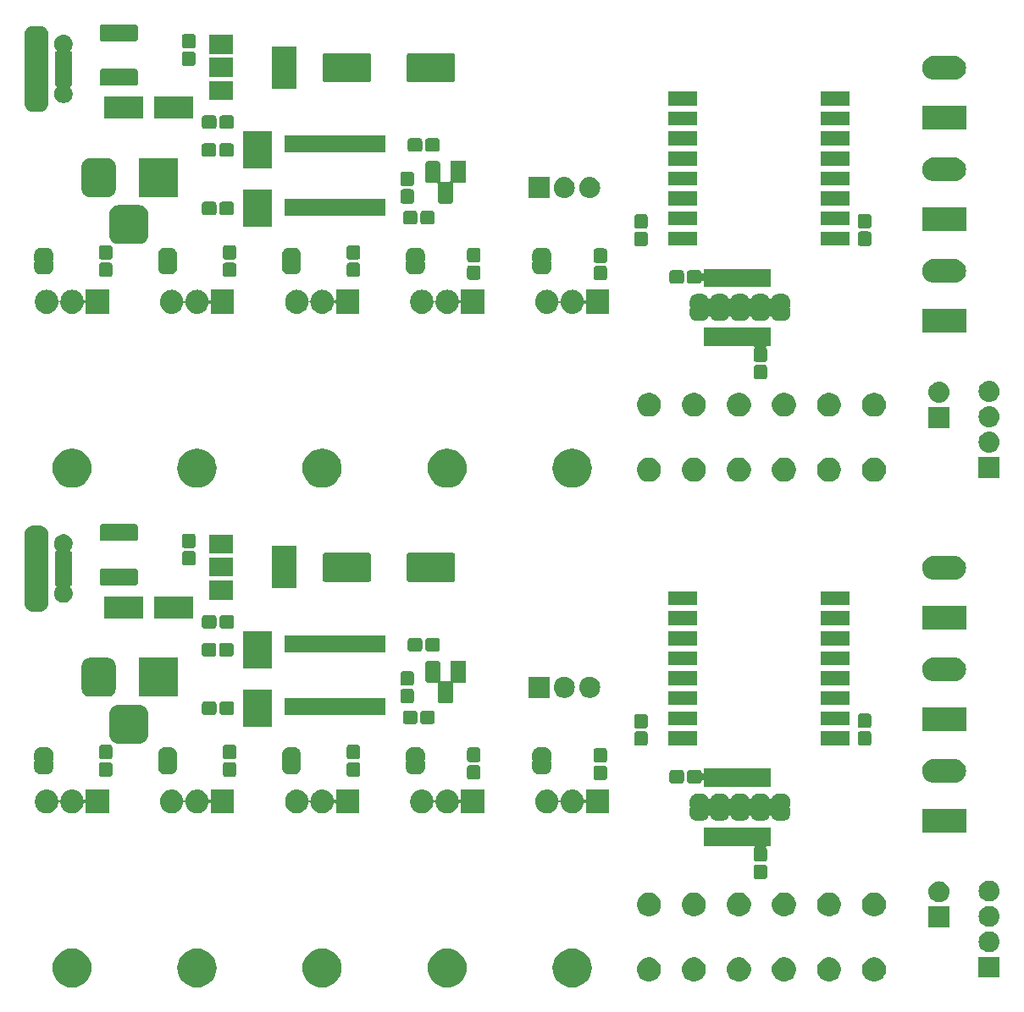
<source format=gbr>
G04 #@! TF.GenerationSoftware,KiCad,Pcbnew,5.0.2-bee76a0~70~ubuntu18.04.1*
G04 #@! TF.CreationDate,2019-01-17T01:38:36+01:00*
G04 #@! TF.ProjectId,ESPLED,4553504c-4544-42e6-9b69-6361645f7063,rev?*
G04 #@! TF.SameCoordinates,Original*
G04 #@! TF.FileFunction,Soldermask,Top*
G04 #@! TF.FilePolarity,Negative*
%FSLAX46Y46*%
G04 Gerber Fmt 4.6, Leading zero omitted, Abs format (unit mm)*
G04 Created by KiCad (PCBNEW 5.0.2-bee76a0~70~ubuntu18.04.1) date Do 17 Jan 2019 01:38:36 CET*
%MOMM*%
%LPD*%
G01*
G04 APERTURE LIST*
%ADD10C,0.100000*%
G04 APERTURE END LIST*
D10*
G36*
X148716048Y-139158315D02*
X148716051Y-139158316D01*
X148716052Y-139158316D01*
X149083628Y-139269819D01*
X149422389Y-139450890D01*
X149719315Y-139694571D01*
X149962996Y-139991497D01*
X150144067Y-140330258D01*
X150182527Y-140457045D01*
X150255571Y-140697838D01*
X150293220Y-141080101D01*
X150255571Y-141462364D01*
X150255570Y-141462367D01*
X150255570Y-141462368D01*
X150144067Y-141829944D01*
X149962996Y-142168705D01*
X149719315Y-142465631D01*
X149422389Y-142709312D01*
X149083628Y-142890383D01*
X148716052Y-143001886D01*
X148716051Y-143001886D01*
X148716048Y-143001887D01*
X148429584Y-143030101D01*
X148237986Y-143030101D01*
X147951522Y-143001887D01*
X147951519Y-143001886D01*
X147951518Y-143001886D01*
X147583942Y-142890383D01*
X147245181Y-142709312D01*
X146948255Y-142465631D01*
X146704574Y-142168705D01*
X146523503Y-141829944D01*
X146412000Y-141462368D01*
X146412000Y-141462367D01*
X146411999Y-141462364D01*
X146374350Y-141080101D01*
X146411999Y-140697838D01*
X146485043Y-140457045D01*
X146523503Y-140330258D01*
X146704574Y-139991497D01*
X146948255Y-139694571D01*
X147245181Y-139450890D01*
X147583942Y-139269819D01*
X147951518Y-139158316D01*
X147951519Y-139158316D01*
X147951522Y-139158315D01*
X148237986Y-139130101D01*
X148429584Y-139130101D01*
X148716048Y-139158315D01*
X148716048Y-139158315D01*
G37*
G36*
X136212859Y-139158315D02*
X136212862Y-139158316D01*
X136212863Y-139158316D01*
X136580439Y-139269819D01*
X136919200Y-139450890D01*
X137216126Y-139694571D01*
X137459807Y-139991497D01*
X137640878Y-140330258D01*
X137679338Y-140457045D01*
X137752382Y-140697838D01*
X137790031Y-141080101D01*
X137752382Y-141462364D01*
X137752381Y-141462367D01*
X137752381Y-141462368D01*
X137640878Y-141829944D01*
X137459807Y-142168705D01*
X137216126Y-142465631D01*
X136919200Y-142709312D01*
X136580439Y-142890383D01*
X136212863Y-143001886D01*
X136212862Y-143001886D01*
X136212859Y-143001887D01*
X135926395Y-143030101D01*
X135734797Y-143030101D01*
X135448333Y-143001887D01*
X135448330Y-143001886D01*
X135448329Y-143001886D01*
X135080753Y-142890383D01*
X134741992Y-142709312D01*
X134445066Y-142465631D01*
X134201385Y-142168705D01*
X134020314Y-141829944D01*
X133908811Y-141462368D01*
X133908811Y-141462367D01*
X133908810Y-141462364D01*
X133871161Y-141080101D01*
X133908810Y-140697838D01*
X133981854Y-140457045D01*
X134020314Y-140330258D01*
X134201385Y-139991497D01*
X134445066Y-139694571D01*
X134741992Y-139450890D01*
X135080753Y-139269819D01*
X135448329Y-139158316D01*
X135448330Y-139158316D01*
X135448333Y-139158315D01*
X135734797Y-139130101D01*
X135926395Y-139130101D01*
X136212859Y-139158315D01*
X136212859Y-139158315D01*
G37*
G36*
X98709672Y-139158315D02*
X98709675Y-139158316D01*
X98709676Y-139158316D01*
X99077252Y-139269819D01*
X99416013Y-139450890D01*
X99712939Y-139694571D01*
X99956620Y-139991497D01*
X100137691Y-140330258D01*
X100176151Y-140457045D01*
X100249195Y-140697838D01*
X100286844Y-141080101D01*
X100249195Y-141462364D01*
X100249194Y-141462367D01*
X100249194Y-141462368D01*
X100137691Y-141829944D01*
X99956620Y-142168705D01*
X99712939Y-142465631D01*
X99416013Y-142709312D01*
X99077252Y-142890383D01*
X98709676Y-143001886D01*
X98709675Y-143001886D01*
X98709672Y-143001887D01*
X98423208Y-143030101D01*
X98231610Y-143030101D01*
X97945146Y-143001887D01*
X97945143Y-143001886D01*
X97945142Y-143001886D01*
X97577566Y-142890383D01*
X97238805Y-142709312D01*
X96941879Y-142465631D01*
X96698198Y-142168705D01*
X96517127Y-141829944D01*
X96405624Y-141462368D01*
X96405624Y-141462367D01*
X96405623Y-141462364D01*
X96367974Y-141080101D01*
X96405623Y-140697838D01*
X96478667Y-140457045D01*
X96517127Y-140330258D01*
X96698198Y-139991497D01*
X96941879Y-139694571D01*
X97238805Y-139450890D01*
X97577566Y-139269819D01*
X97945142Y-139158316D01*
X97945143Y-139158316D01*
X97945146Y-139158315D01*
X98231610Y-139130101D01*
X98423208Y-139130101D01*
X98709672Y-139158315D01*
X98709672Y-139158315D01*
G37*
G36*
X123703298Y-139158315D02*
X123703301Y-139158316D01*
X123703302Y-139158316D01*
X124070878Y-139269819D01*
X124409639Y-139450890D01*
X124706565Y-139694571D01*
X124950246Y-139991497D01*
X125131317Y-140330258D01*
X125169777Y-140457045D01*
X125242821Y-140697838D01*
X125280470Y-141080101D01*
X125242821Y-141462364D01*
X125242820Y-141462367D01*
X125242820Y-141462368D01*
X125131317Y-141829944D01*
X124950246Y-142168705D01*
X124706565Y-142465631D01*
X124409639Y-142709312D01*
X124070878Y-142890383D01*
X123703302Y-143001886D01*
X123703301Y-143001886D01*
X123703298Y-143001887D01*
X123416834Y-143030101D01*
X123225236Y-143030101D01*
X122938772Y-143001887D01*
X122938769Y-143001886D01*
X122938768Y-143001886D01*
X122571192Y-142890383D01*
X122232431Y-142709312D01*
X121935505Y-142465631D01*
X121691824Y-142168705D01*
X121510753Y-141829944D01*
X121399250Y-141462368D01*
X121399250Y-141462367D01*
X121399249Y-141462364D01*
X121361600Y-141080101D01*
X121399249Y-140697838D01*
X121472293Y-140457045D01*
X121510753Y-140330258D01*
X121691824Y-139991497D01*
X121935505Y-139694571D01*
X122232431Y-139450890D01*
X122571192Y-139269819D01*
X122938768Y-139158316D01*
X122938769Y-139158316D01*
X122938772Y-139158315D01*
X123225236Y-139130101D01*
X123416834Y-139130101D01*
X123703298Y-139158315D01*
X123703298Y-139158315D01*
G37*
G36*
X111206485Y-139158315D02*
X111206488Y-139158316D01*
X111206489Y-139158316D01*
X111574065Y-139269819D01*
X111912826Y-139450890D01*
X112209752Y-139694571D01*
X112453433Y-139991497D01*
X112634504Y-140330258D01*
X112672964Y-140457045D01*
X112746008Y-140697838D01*
X112783657Y-141080101D01*
X112746008Y-141462364D01*
X112746007Y-141462367D01*
X112746007Y-141462368D01*
X112634504Y-141829944D01*
X112453433Y-142168705D01*
X112209752Y-142465631D01*
X111912826Y-142709312D01*
X111574065Y-142890383D01*
X111206489Y-143001886D01*
X111206488Y-143001886D01*
X111206485Y-143001887D01*
X110920021Y-143030101D01*
X110728423Y-143030101D01*
X110441959Y-143001887D01*
X110441956Y-143001886D01*
X110441955Y-143001886D01*
X110074379Y-142890383D01*
X109735618Y-142709312D01*
X109438692Y-142465631D01*
X109195011Y-142168705D01*
X109013940Y-141829944D01*
X108902437Y-141462368D01*
X108902437Y-141462367D01*
X108902436Y-141462364D01*
X108864787Y-141080101D01*
X108902436Y-140697838D01*
X108975480Y-140457045D01*
X109013940Y-140330258D01*
X109195011Y-139991497D01*
X109438692Y-139694571D01*
X109735618Y-139450890D01*
X110074379Y-139269819D01*
X110441955Y-139158316D01*
X110441956Y-139158316D01*
X110441959Y-139158315D01*
X110728423Y-139130101D01*
X110920021Y-139130101D01*
X111206485Y-139158315D01*
X111206485Y-139158315D01*
G37*
G36*
X165350026Y-140068115D02*
X165568412Y-140158573D01*
X165764958Y-140289901D01*
X165932099Y-140457042D01*
X166063427Y-140653588D01*
X166153885Y-140871974D01*
X166200000Y-141103809D01*
X166200000Y-141340191D01*
X166153885Y-141572026D01*
X166063427Y-141790412D01*
X165932099Y-141986958D01*
X165764958Y-142154099D01*
X165568412Y-142285427D01*
X165350026Y-142375885D01*
X165118191Y-142422000D01*
X164881809Y-142422000D01*
X164649974Y-142375885D01*
X164431588Y-142285427D01*
X164235042Y-142154099D01*
X164067901Y-141986958D01*
X163936573Y-141790412D01*
X163846115Y-141572026D01*
X163800000Y-141340191D01*
X163800000Y-141103809D01*
X163846115Y-140871974D01*
X163936573Y-140653588D01*
X164067901Y-140457042D01*
X164235042Y-140289901D01*
X164431588Y-140158573D01*
X164649974Y-140068115D01*
X164881809Y-140022000D01*
X165118191Y-140022000D01*
X165350026Y-140068115D01*
X165350026Y-140068115D01*
G37*
G36*
X174350026Y-140068115D02*
X174568412Y-140158573D01*
X174764958Y-140289901D01*
X174932099Y-140457042D01*
X175063427Y-140653588D01*
X175153885Y-140871974D01*
X175200000Y-141103809D01*
X175200000Y-141340191D01*
X175153885Y-141572026D01*
X175063427Y-141790412D01*
X174932099Y-141986958D01*
X174764958Y-142154099D01*
X174568412Y-142285427D01*
X174350026Y-142375885D01*
X174118191Y-142422000D01*
X173881809Y-142422000D01*
X173649974Y-142375885D01*
X173431588Y-142285427D01*
X173235042Y-142154099D01*
X173067901Y-141986958D01*
X172936573Y-141790412D01*
X172846115Y-141572026D01*
X172800000Y-141340191D01*
X172800000Y-141103809D01*
X172846115Y-140871974D01*
X172936573Y-140653588D01*
X173067901Y-140457042D01*
X173235042Y-140289901D01*
X173431588Y-140158573D01*
X173649974Y-140068115D01*
X173881809Y-140022000D01*
X174118191Y-140022000D01*
X174350026Y-140068115D01*
X174350026Y-140068115D01*
G37*
G36*
X178850026Y-140068115D02*
X179068412Y-140158573D01*
X179264958Y-140289901D01*
X179432099Y-140457042D01*
X179563427Y-140653588D01*
X179653885Y-140871974D01*
X179700000Y-141103809D01*
X179700000Y-141340191D01*
X179653885Y-141572026D01*
X179563427Y-141790412D01*
X179432099Y-141986958D01*
X179264958Y-142154099D01*
X179068412Y-142285427D01*
X178850026Y-142375885D01*
X178618191Y-142422000D01*
X178381809Y-142422000D01*
X178149974Y-142375885D01*
X177931588Y-142285427D01*
X177735042Y-142154099D01*
X177567901Y-141986958D01*
X177436573Y-141790412D01*
X177346115Y-141572026D01*
X177300000Y-141340191D01*
X177300000Y-141103809D01*
X177346115Y-140871974D01*
X177436573Y-140653588D01*
X177567901Y-140457042D01*
X177735042Y-140289901D01*
X177931588Y-140158573D01*
X178149974Y-140068115D01*
X178381809Y-140022000D01*
X178618191Y-140022000D01*
X178850026Y-140068115D01*
X178850026Y-140068115D01*
G37*
G36*
X169850026Y-140068115D02*
X170068412Y-140158573D01*
X170264958Y-140289901D01*
X170432099Y-140457042D01*
X170563427Y-140653588D01*
X170653885Y-140871974D01*
X170700000Y-141103809D01*
X170700000Y-141340191D01*
X170653885Y-141572026D01*
X170563427Y-141790412D01*
X170432099Y-141986958D01*
X170264958Y-142154099D01*
X170068412Y-142285427D01*
X169850026Y-142375885D01*
X169618191Y-142422000D01*
X169381809Y-142422000D01*
X169149974Y-142375885D01*
X168931588Y-142285427D01*
X168735042Y-142154099D01*
X168567901Y-141986958D01*
X168436573Y-141790412D01*
X168346115Y-141572026D01*
X168300000Y-141340191D01*
X168300000Y-141103809D01*
X168346115Y-140871974D01*
X168436573Y-140653588D01*
X168567901Y-140457042D01*
X168735042Y-140289901D01*
X168931588Y-140158573D01*
X169149974Y-140068115D01*
X169381809Y-140022000D01*
X169618191Y-140022000D01*
X169850026Y-140068115D01*
X169850026Y-140068115D01*
G37*
G36*
X160850026Y-140068115D02*
X161068412Y-140158573D01*
X161264958Y-140289901D01*
X161432099Y-140457042D01*
X161563427Y-140653588D01*
X161653885Y-140871974D01*
X161700000Y-141103809D01*
X161700000Y-141340191D01*
X161653885Y-141572026D01*
X161563427Y-141790412D01*
X161432099Y-141986958D01*
X161264958Y-142154099D01*
X161068412Y-142285427D01*
X160850026Y-142375885D01*
X160618191Y-142422000D01*
X160381809Y-142422000D01*
X160149974Y-142375885D01*
X159931588Y-142285427D01*
X159735042Y-142154099D01*
X159567901Y-141986958D01*
X159436573Y-141790412D01*
X159346115Y-141572026D01*
X159300000Y-141340191D01*
X159300000Y-141103809D01*
X159346115Y-140871974D01*
X159436573Y-140653588D01*
X159567901Y-140457042D01*
X159735042Y-140289901D01*
X159931588Y-140158573D01*
X160149974Y-140068115D01*
X160381809Y-140022000D01*
X160618191Y-140022000D01*
X160850026Y-140068115D01*
X160850026Y-140068115D01*
G37*
G36*
X156350026Y-140068115D02*
X156568412Y-140158573D01*
X156764958Y-140289901D01*
X156932099Y-140457042D01*
X157063427Y-140653588D01*
X157153885Y-140871974D01*
X157200000Y-141103809D01*
X157200000Y-141340191D01*
X157153885Y-141572026D01*
X157063427Y-141790412D01*
X156932099Y-141986958D01*
X156764958Y-142154099D01*
X156568412Y-142285427D01*
X156350026Y-142375885D01*
X156118191Y-142422000D01*
X155881809Y-142422000D01*
X155649974Y-142375885D01*
X155431588Y-142285427D01*
X155235042Y-142154099D01*
X155067901Y-141986958D01*
X154936573Y-141790412D01*
X154846115Y-141572026D01*
X154800000Y-141340191D01*
X154800000Y-141103809D01*
X154846115Y-140871974D01*
X154936573Y-140653588D01*
X155067901Y-140457042D01*
X155235042Y-140289901D01*
X155431588Y-140158573D01*
X155649974Y-140068115D01*
X155881809Y-140022000D01*
X156118191Y-140022000D01*
X156350026Y-140068115D01*
X156350026Y-140068115D01*
G37*
G36*
X191050000Y-142050000D02*
X188950000Y-142050000D01*
X188950000Y-139950000D01*
X191050000Y-139950000D01*
X191050000Y-142050000D01*
X191050000Y-142050000D01*
G37*
G36*
X190128707Y-137417596D02*
X190205836Y-137425193D01*
X190337787Y-137465220D01*
X190403763Y-137485233D01*
X190586172Y-137582733D01*
X190746054Y-137713946D01*
X190877267Y-137873828D01*
X190974767Y-138056237D01*
X190974767Y-138056238D01*
X191034807Y-138254164D01*
X191055080Y-138460000D01*
X191034807Y-138665836D01*
X190994780Y-138797787D01*
X190974767Y-138863763D01*
X190877267Y-139046172D01*
X190746054Y-139206054D01*
X190586172Y-139337267D01*
X190403763Y-139434767D01*
X190350605Y-139450892D01*
X190205836Y-139494807D01*
X190128707Y-139502403D01*
X190051580Y-139510000D01*
X189948420Y-139510000D01*
X189871293Y-139502403D01*
X189794164Y-139494807D01*
X189649395Y-139450892D01*
X189596237Y-139434767D01*
X189413828Y-139337267D01*
X189253946Y-139206054D01*
X189122733Y-139046172D01*
X189025233Y-138863763D01*
X189005220Y-138797787D01*
X188965193Y-138665836D01*
X188944920Y-138460000D01*
X188965193Y-138254164D01*
X189025233Y-138056238D01*
X189025233Y-138056237D01*
X189122733Y-137873828D01*
X189253946Y-137713946D01*
X189413828Y-137582733D01*
X189596237Y-137485233D01*
X189662213Y-137465220D01*
X189794164Y-137425193D01*
X189871293Y-137417596D01*
X189948420Y-137410000D01*
X190051580Y-137410000D01*
X190128707Y-137417596D01*
X190128707Y-137417596D01*
G37*
G36*
X186050000Y-137050000D02*
X183950000Y-137050000D01*
X183950000Y-134950000D01*
X186050000Y-134950000D01*
X186050000Y-137050000D01*
X186050000Y-137050000D01*
G37*
G36*
X190128707Y-134877597D02*
X190205836Y-134885193D01*
X190337787Y-134925220D01*
X190403763Y-134945233D01*
X190586172Y-135042733D01*
X190746054Y-135173946D01*
X190877267Y-135333828D01*
X190974767Y-135516237D01*
X190974767Y-135516238D01*
X191034807Y-135714164D01*
X191055080Y-135920000D01*
X191034807Y-136125836D01*
X190994780Y-136257787D01*
X190974767Y-136323763D01*
X190877267Y-136506172D01*
X190746054Y-136666054D01*
X190586172Y-136797267D01*
X190403763Y-136894767D01*
X190337787Y-136914780D01*
X190205836Y-136954807D01*
X190128707Y-136962404D01*
X190051580Y-136970000D01*
X189948420Y-136970000D01*
X189871293Y-136962404D01*
X189794164Y-136954807D01*
X189662213Y-136914780D01*
X189596237Y-136894767D01*
X189413828Y-136797267D01*
X189253946Y-136666054D01*
X189122733Y-136506172D01*
X189025233Y-136323763D01*
X189005220Y-136257787D01*
X188965193Y-136125836D01*
X188944920Y-135920000D01*
X188965193Y-135714164D01*
X189025233Y-135516238D01*
X189025233Y-135516237D01*
X189122733Y-135333828D01*
X189253946Y-135173946D01*
X189413828Y-135042733D01*
X189596237Y-134945233D01*
X189662213Y-134925220D01*
X189794164Y-134885193D01*
X189871293Y-134877597D01*
X189948420Y-134870000D01*
X190051580Y-134870000D01*
X190128707Y-134877597D01*
X190128707Y-134877597D01*
G37*
G36*
X156350026Y-133568115D02*
X156568412Y-133658573D01*
X156764958Y-133789901D01*
X156932099Y-133957042D01*
X157063427Y-134153588D01*
X157153885Y-134371974D01*
X157200000Y-134603809D01*
X157200000Y-134840191D01*
X157153885Y-135072026D01*
X157063427Y-135290412D01*
X156932099Y-135486958D01*
X156764958Y-135654099D01*
X156568412Y-135785427D01*
X156350026Y-135875885D01*
X156118191Y-135922000D01*
X155881809Y-135922000D01*
X155649974Y-135875885D01*
X155431588Y-135785427D01*
X155235042Y-135654099D01*
X155067901Y-135486958D01*
X154936573Y-135290412D01*
X154846115Y-135072026D01*
X154800000Y-134840191D01*
X154800000Y-134603809D01*
X154846115Y-134371974D01*
X154936573Y-134153588D01*
X155067901Y-133957042D01*
X155235042Y-133789901D01*
X155431588Y-133658573D01*
X155649974Y-133568115D01*
X155881809Y-133522000D01*
X156118191Y-133522000D01*
X156350026Y-133568115D01*
X156350026Y-133568115D01*
G37*
G36*
X174350026Y-133568115D02*
X174568412Y-133658573D01*
X174764958Y-133789901D01*
X174932099Y-133957042D01*
X175063427Y-134153588D01*
X175153885Y-134371974D01*
X175200000Y-134603809D01*
X175200000Y-134840191D01*
X175153885Y-135072026D01*
X175063427Y-135290412D01*
X174932099Y-135486958D01*
X174764958Y-135654099D01*
X174568412Y-135785427D01*
X174350026Y-135875885D01*
X174118191Y-135922000D01*
X173881809Y-135922000D01*
X173649974Y-135875885D01*
X173431588Y-135785427D01*
X173235042Y-135654099D01*
X173067901Y-135486958D01*
X172936573Y-135290412D01*
X172846115Y-135072026D01*
X172800000Y-134840191D01*
X172800000Y-134603809D01*
X172846115Y-134371974D01*
X172936573Y-134153588D01*
X173067901Y-133957042D01*
X173235042Y-133789901D01*
X173431588Y-133658573D01*
X173649974Y-133568115D01*
X173881809Y-133522000D01*
X174118191Y-133522000D01*
X174350026Y-133568115D01*
X174350026Y-133568115D01*
G37*
G36*
X178850026Y-133568115D02*
X179068412Y-133658573D01*
X179264958Y-133789901D01*
X179432099Y-133957042D01*
X179563427Y-134153588D01*
X179653885Y-134371974D01*
X179700000Y-134603809D01*
X179700000Y-134840191D01*
X179653885Y-135072026D01*
X179563427Y-135290412D01*
X179432099Y-135486958D01*
X179264958Y-135654099D01*
X179068412Y-135785427D01*
X178850026Y-135875885D01*
X178618191Y-135922000D01*
X178381809Y-135922000D01*
X178149974Y-135875885D01*
X177931588Y-135785427D01*
X177735042Y-135654099D01*
X177567901Y-135486958D01*
X177436573Y-135290412D01*
X177346115Y-135072026D01*
X177300000Y-134840191D01*
X177300000Y-134603809D01*
X177346115Y-134371974D01*
X177436573Y-134153588D01*
X177567901Y-133957042D01*
X177735042Y-133789901D01*
X177931588Y-133658573D01*
X178149974Y-133568115D01*
X178381809Y-133522000D01*
X178618191Y-133522000D01*
X178850026Y-133568115D01*
X178850026Y-133568115D01*
G37*
G36*
X165350026Y-133568115D02*
X165568412Y-133658573D01*
X165764958Y-133789901D01*
X165932099Y-133957042D01*
X166063427Y-134153588D01*
X166153885Y-134371974D01*
X166200000Y-134603809D01*
X166200000Y-134840191D01*
X166153885Y-135072026D01*
X166063427Y-135290412D01*
X165932099Y-135486958D01*
X165764958Y-135654099D01*
X165568412Y-135785427D01*
X165350026Y-135875885D01*
X165118191Y-135922000D01*
X164881809Y-135922000D01*
X164649974Y-135875885D01*
X164431588Y-135785427D01*
X164235042Y-135654099D01*
X164067901Y-135486958D01*
X163936573Y-135290412D01*
X163846115Y-135072026D01*
X163800000Y-134840191D01*
X163800000Y-134603809D01*
X163846115Y-134371974D01*
X163936573Y-134153588D01*
X164067901Y-133957042D01*
X164235042Y-133789901D01*
X164431588Y-133658573D01*
X164649974Y-133568115D01*
X164881809Y-133522000D01*
X165118191Y-133522000D01*
X165350026Y-133568115D01*
X165350026Y-133568115D01*
G37*
G36*
X169850026Y-133568115D02*
X170068412Y-133658573D01*
X170264958Y-133789901D01*
X170432099Y-133957042D01*
X170563427Y-134153588D01*
X170653885Y-134371974D01*
X170700000Y-134603809D01*
X170700000Y-134840191D01*
X170653885Y-135072026D01*
X170563427Y-135290412D01*
X170432099Y-135486958D01*
X170264958Y-135654099D01*
X170068412Y-135785427D01*
X169850026Y-135875885D01*
X169618191Y-135922000D01*
X169381809Y-135922000D01*
X169149974Y-135875885D01*
X168931588Y-135785427D01*
X168735042Y-135654099D01*
X168567901Y-135486958D01*
X168436573Y-135290412D01*
X168346115Y-135072026D01*
X168300000Y-134840191D01*
X168300000Y-134603809D01*
X168346115Y-134371974D01*
X168436573Y-134153588D01*
X168567901Y-133957042D01*
X168735042Y-133789901D01*
X168931588Y-133658573D01*
X169149974Y-133568115D01*
X169381809Y-133522000D01*
X169618191Y-133522000D01*
X169850026Y-133568115D01*
X169850026Y-133568115D01*
G37*
G36*
X160850026Y-133568115D02*
X161068412Y-133658573D01*
X161264958Y-133789901D01*
X161432099Y-133957042D01*
X161563427Y-134153588D01*
X161653885Y-134371974D01*
X161700000Y-134603809D01*
X161700000Y-134840191D01*
X161653885Y-135072026D01*
X161563427Y-135290412D01*
X161432099Y-135486958D01*
X161264958Y-135654099D01*
X161068412Y-135785427D01*
X160850026Y-135875885D01*
X160618191Y-135922000D01*
X160381809Y-135922000D01*
X160149974Y-135875885D01*
X159931588Y-135785427D01*
X159735042Y-135654099D01*
X159567901Y-135486958D01*
X159436573Y-135290412D01*
X159346115Y-135072026D01*
X159300000Y-134840191D01*
X159300000Y-134603809D01*
X159346115Y-134371974D01*
X159436573Y-134153588D01*
X159567901Y-133957042D01*
X159735042Y-133789901D01*
X159931588Y-133658573D01*
X160149974Y-133568115D01*
X160381809Y-133522000D01*
X160618191Y-133522000D01*
X160850026Y-133568115D01*
X160850026Y-133568115D01*
G37*
G36*
X185128707Y-132417596D02*
X185205836Y-132425193D01*
X185337787Y-132465220D01*
X185403763Y-132485233D01*
X185586172Y-132582733D01*
X185746054Y-132713946D01*
X185877267Y-132873828D01*
X185974767Y-133056237D01*
X185974767Y-133056238D01*
X186034807Y-133254164D01*
X186055080Y-133460000D01*
X186034807Y-133665836D01*
X185999035Y-133783762D01*
X185974767Y-133863763D01*
X185877267Y-134046172D01*
X185746054Y-134206054D01*
X185586172Y-134337267D01*
X185403763Y-134434767D01*
X185337787Y-134454780D01*
X185205836Y-134494807D01*
X185128707Y-134502404D01*
X185051580Y-134510000D01*
X184948420Y-134510000D01*
X184871293Y-134502404D01*
X184794164Y-134494807D01*
X184662213Y-134454780D01*
X184596237Y-134434767D01*
X184413828Y-134337267D01*
X184253946Y-134206054D01*
X184122733Y-134046172D01*
X184025233Y-133863763D01*
X184000965Y-133783762D01*
X183965193Y-133665836D01*
X183944920Y-133460000D01*
X183965193Y-133254164D01*
X184025233Y-133056238D01*
X184025233Y-133056237D01*
X184122733Y-132873828D01*
X184253946Y-132713946D01*
X184413828Y-132582733D01*
X184596237Y-132485233D01*
X184662213Y-132465220D01*
X184794164Y-132425193D01*
X184871293Y-132417596D01*
X184948420Y-132410000D01*
X185051580Y-132410000D01*
X185128707Y-132417596D01*
X185128707Y-132417596D01*
G37*
G36*
X190128707Y-132337596D02*
X190205836Y-132345193D01*
X190337787Y-132385220D01*
X190403763Y-132405233D01*
X190586172Y-132502733D01*
X190746054Y-132633946D01*
X190877267Y-132793828D01*
X190974767Y-132976237D01*
X190974767Y-132976238D01*
X191034807Y-133174164D01*
X191055080Y-133380000D01*
X191034807Y-133585836D01*
X191012742Y-133658574D01*
X190974767Y-133783763D01*
X190877267Y-133966172D01*
X190746054Y-134126054D01*
X190586172Y-134257267D01*
X190403763Y-134354767D01*
X190347041Y-134371973D01*
X190205836Y-134414807D01*
X190128707Y-134422404D01*
X190051580Y-134430000D01*
X189948420Y-134430000D01*
X189871293Y-134422404D01*
X189794164Y-134414807D01*
X189652959Y-134371973D01*
X189596237Y-134354767D01*
X189413828Y-134257267D01*
X189253946Y-134126054D01*
X189122733Y-133966172D01*
X189025233Y-133783763D01*
X188987258Y-133658574D01*
X188965193Y-133585836D01*
X188944920Y-133380000D01*
X188965193Y-133174164D01*
X189025233Y-132976238D01*
X189025233Y-132976237D01*
X189122733Y-132793828D01*
X189253946Y-132633946D01*
X189413828Y-132502733D01*
X189596237Y-132405233D01*
X189662213Y-132385220D01*
X189794164Y-132345193D01*
X189871293Y-132337596D01*
X189948420Y-132330000D01*
X190051580Y-132330000D01*
X190128707Y-132337596D01*
X190128707Y-132337596D01*
G37*
G36*
X167585530Y-130739877D02*
X167637010Y-130755493D01*
X167684442Y-130780846D01*
X167726027Y-130814973D01*
X167760154Y-130856558D01*
X167785507Y-130903990D01*
X167801123Y-130955470D01*
X167807000Y-131015140D01*
X167807000Y-131902860D01*
X167801123Y-131962530D01*
X167785507Y-132014010D01*
X167760154Y-132061442D01*
X167726027Y-132103027D01*
X167684442Y-132137154D01*
X167637010Y-132162507D01*
X167585530Y-132178123D01*
X167525860Y-132184000D01*
X166738140Y-132184000D01*
X166678470Y-132178123D01*
X166626990Y-132162507D01*
X166579558Y-132137154D01*
X166537973Y-132103027D01*
X166503846Y-132061442D01*
X166478493Y-132014010D01*
X166462877Y-131962530D01*
X166457000Y-131902860D01*
X166457000Y-131015140D01*
X166462877Y-130955470D01*
X166478493Y-130903990D01*
X166503846Y-130856558D01*
X166537973Y-130814973D01*
X166579558Y-130780846D01*
X166626990Y-130755493D01*
X166678470Y-130739877D01*
X166738140Y-130734000D01*
X167525860Y-130734000D01*
X167585530Y-130739877D01*
X167585530Y-130739877D01*
G37*
G36*
X168196000Y-128871000D02*
X167831128Y-128871000D01*
X167806742Y-128873402D01*
X167783293Y-128880515D01*
X167761682Y-128892066D01*
X167742740Y-128907612D01*
X167727194Y-128926554D01*
X167715643Y-128948165D01*
X167708530Y-128971614D01*
X167706128Y-128996000D01*
X167708530Y-129020386D01*
X167715643Y-129043835D01*
X167734501Y-129075298D01*
X167760152Y-129106554D01*
X167785507Y-129153990D01*
X167801123Y-129205470D01*
X167807000Y-129265140D01*
X167807000Y-130152860D01*
X167801123Y-130212530D01*
X167785507Y-130264010D01*
X167760154Y-130311442D01*
X167726027Y-130353027D01*
X167684442Y-130387154D01*
X167637010Y-130412507D01*
X167585530Y-130428123D01*
X167525860Y-130434000D01*
X166738140Y-130434000D01*
X166678470Y-130428123D01*
X166626990Y-130412507D01*
X166579558Y-130387154D01*
X166537973Y-130353027D01*
X166503846Y-130311442D01*
X166478493Y-130264010D01*
X166462877Y-130212530D01*
X166457000Y-130152860D01*
X166457000Y-129265140D01*
X166462877Y-129205470D01*
X166478493Y-129153990D01*
X166503848Y-129106554D01*
X166529499Y-129075298D01*
X166543113Y-129054923D01*
X166552490Y-129032284D01*
X166557270Y-129008251D01*
X166557270Y-128983747D01*
X166552489Y-128959713D01*
X166543112Y-128937074D01*
X166529497Y-128916700D01*
X166512170Y-128899373D01*
X166491795Y-128885759D01*
X166469156Y-128876382D01*
X166432872Y-128871000D01*
X161496000Y-128871000D01*
X161496000Y-127021000D01*
X168196000Y-127021000D01*
X168196000Y-128871000D01*
X168196000Y-128871000D01*
G37*
G36*
X187695000Y-127542000D02*
X183335000Y-127542000D01*
X183335000Y-125162000D01*
X187695000Y-125162000D01*
X187695000Y-127542000D01*
X187695000Y-127542000D01*
G37*
G36*
X161298197Y-123646233D02*
X161310449Y-123646835D01*
X161328869Y-123646835D01*
X161380358Y-123651906D01*
X161464443Y-123668632D01*
X161498168Y-123678862D01*
X161508048Y-123681859D01*
X161508050Y-123681860D01*
X161513955Y-123683651D01*
X161593164Y-123716460D01*
X161638787Y-123740846D01*
X161710082Y-123788484D01*
X161750076Y-123821306D01*
X161810694Y-123881924D01*
X161843516Y-123921918D01*
X161891154Y-123993213D01*
X161915540Y-124038836D01*
X161936515Y-124089474D01*
X161948066Y-124111085D01*
X161963611Y-124130027D01*
X161982553Y-124145572D01*
X162004164Y-124157124D01*
X162027613Y-124164237D01*
X162051999Y-124166639D01*
X162076386Y-124164237D01*
X162099835Y-124157124D01*
X162121446Y-124145573D01*
X162140388Y-124130028D01*
X162155933Y-124111086D01*
X162167485Y-124089474D01*
X162188460Y-124038836D01*
X162212846Y-123993213D01*
X162260484Y-123921918D01*
X162293306Y-123881924D01*
X162353924Y-123821306D01*
X162393918Y-123788484D01*
X162465213Y-123740846D01*
X162510836Y-123716460D01*
X162590045Y-123683651D01*
X162595950Y-123681860D01*
X162595952Y-123681859D01*
X162605832Y-123678862D01*
X162639557Y-123668632D01*
X162723642Y-123651906D01*
X162775131Y-123646835D01*
X162793551Y-123646835D01*
X162805803Y-123646233D01*
X162824140Y-123644427D01*
X163311860Y-123644427D01*
X163330197Y-123646233D01*
X163342449Y-123646835D01*
X163360869Y-123646835D01*
X163412358Y-123651906D01*
X163496443Y-123668632D01*
X163530168Y-123678862D01*
X163540048Y-123681859D01*
X163540050Y-123681860D01*
X163545955Y-123683651D01*
X163625164Y-123716460D01*
X163670787Y-123740846D01*
X163742082Y-123788484D01*
X163782076Y-123821306D01*
X163842694Y-123881924D01*
X163875516Y-123921918D01*
X163923154Y-123993213D01*
X163947540Y-124038836D01*
X163968515Y-124089474D01*
X163980066Y-124111085D01*
X163995611Y-124130027D01*
X164014553Y-124145572D01*
X164036164Y-124157124D01*
X164059613Y-124164237D01*
X164083999Y-124166639D01*
X164108386Y-124164237D01*
X164131835Y-124157124D01*
X164153446Y-124145573D01*
X164172388Y-124130028D01*
X164187933Y-124111086D01*
X164199485Y-124089474D01*
X164220460Y-124038836D01*
X164244846Y-123993213D01*
X164292484Y-123921918D01*
X164325306Y-123881924D01*
X164385924Y-123821306D01*
X164425918Y-123788484D01*
X164497213Y-123740846D01*
X164542836Y-123716460D01*
X164622045Y-123683651D01*
X164627950Y-123681860D01*
X164627952Y-123681859D01*
X164637832Y-123678862D01*
X164671557Y-123668632D01*
X164755642Y-123651906D01*
X164807131Y-123646835D01*
X164825551Y-123646835D01*
X164837803Y-123646233D01*
X164856140Y-123644427D01*
X165343860Y-123644427D01*
X165362197Y-123646233D01*
X165374449Y-123646835D01*
X165392869Y-123646835D01*
X165444358Y-123651906D01*
X165528443Y-123668632D01*
X165562168Y-123678862D01*
X165572048Y-123681859D01*
X165572050Y-123681860D01*
X165577955Y-123683651D01*
X165657164Y-123716460D01*
X165702787Y-123740846D01*
X165774082Y-123788484D01*
X165814076Y-123821306D01*
X165874694Y-123881924D01*
X165907516Y-123921918D01*
X165955154Y-123993213D01*
X165979540Y-124038836D01*
X166000515Y-124089474D01*
X166012066Y-124111085D01*
X166027611Y-124130027D01*
X166046553Y-124145572D01*
X166068164Y-124157124D01*
X166091613Y-124164237D01*
X166115999Y-124166639D01*
X166140386Y-124164237D01*
X166163835Y-124157124D01*
X166185446Y-124145573D01*
X166204388Y-124130028D01*
X166219933Y-124111086D01*
X166231485Y-124089474D01*
X166252460Y-124038836D01*
X166276846Y-123993213D01*
X166324484Y-123921918D01*
X166357306Y-123881924D01*
X166417924Y-123821306D01*
X166457918Y-123788484D01*
X166529213Y-123740846D01*
X166574836Y-123716460D01*
X166654045Y-123683651D01*
X166659950Y-123681860D01*
X166659952Y-123681859D01*
X166669832Y-123678862D01*
X166703557Y-123668632D01*
X166787642Y-123651906D01*
X166839131Y-123646835D01*
X166857551Y-123646835D01*
X166869803Y-123646233D01*
X166888140Y-123644427D01*
X167375860Y-123644427D01*
X167394197Y-123646233D01*
X167406449Y-123646835D01*
X167424869Y-123646835D01*
X167476358Y-123651906D01*
X167560443Y-123668632D01*
X167594168Y-123678862D01*
X167604048Y-123681859D01*
X167604050Y-123681860D01*
X167609955Y-123683651D01*
X167689164Y-123716460D01*
X167734787Y-123740846D01*
X167806082Y-123788484D01*
X167846076Y-123821306D01*
X167906694Y-123881924D01*
X167939516Y-123921918D01*
X167987154Y-123993213D01*
X168011540Y-124038836D01*
X168032515Y-124089474D01*
X168044066Y-124111085D01*
X168059611Y-124130027D01*
X168078553Y-124145572D01*
X168100164Y-124157124D01*
X168123613Y-124164237D01*
X168147999Y-124166639D01*
X168172386Y-124164237D01*
X168195835Y-124157124D01*
X168217446Y-124145573D01*
X168236388Y-124130028D01*
X168251933Y-124111086D01*
X168263485Y-124089474D01*
X168284460Y-124038836D01*
X168308846Y-123993213D01*
X168356484Y-123921918D01*
X168389306Y-123881924D01*
X168449924Y-123821306D01*
X168489918Y-123788484D01*
X168561213Y-123740846D01*
X168606836Y-123716460D01*
X168686045Y-123683651D01*
X168691950Y-123681860D01*
X168691952Y-123681859D01*
X168701832Y-123678862D01*
X168735557Y-123668632D01*
X168819642Y-123651906D01*
X168871131Y-123646835D01*
X168889551Y-123646835D01*
X168901803Y-123646233D01*
X168920140Y-123644427D01*
X169407860Y-123644427D01*
X169426197Y-123646233D01*
X169438449Y-123646835D01*
X169456869Y-123646835D01*
X169508358Y-123651906D01*
X169592443Y-123668632D01*
X169626168Y-123678862D01*
X169636048Y-123681859D01*
X169636050Y-123681860D01*
X169641955Y-123683651D01*
X169721164Y-123716460D01*
X169766787Y-123740846D01*
X169838082Y-123788484D01*
X169878076Y-123821306D01*
X169938694Y-123881924D01*
X169971516Y-123921918D01*
X170019154Y-123993213D01*
X170043540Y-124038836D01*
X170076349Y-124118045D01*
X170091368Y-124167557D01*
X170108094Y-124251642D01*
X170113165Y-124303131D01*
X170113165Y-124321551D01*
X170113767Y-124333803D01*
X170115573Y-124352140D01*
X170115573Y-124839860D01*
X170111107Y-124885203D01*
X170111106Y-124885206D01*
X170111106Y-124885207D01*
X170103349Y-124910778D01*
X170099668Y-124922913D01*
X170092097Y-124937078D01*
X170082720Y-124959717D01*
X170077940Y-124983750D01*
X170077940Y-125008255D01*
X170082721Y-125032288D01*
X170092097Y-125054922D01*
X170099668Y-125069087D01*
X170111107Y-125106797D01*
X170115573Y-125152140D01*
X170115573Y-125639860D01*
X170113767Y-125658197D01*
X170113165Y-125670449D01*
X170113165Y-125688869D01*
X170108094Y-125740358D01*
X170091368Y-125824443D01*
X170076349Y-125873955D01*
X170043540Y-125953164D01*
X170019154Y-125998787D01*
X169971516Y-126070082D01*
X169938694Y-126110076D01*
X169878076Y-126170694D01*
X169838082Y-126203516D01*
X169766787Y-126251154D01*
X169721164Y-126275540D01*
X169641955Y-126308349D01*
X169636050Y-126310140D01*
X169636048Y-126310141D01*
X169626168Y-126313138D01*
X169592443Y-126323368D01*
X169508358Y-126340094D01*
X169456869Y-126345165D01*
X169438449Y-126345165D01*
X169426197Y-126345767D01*
X169407860Y-126347573D01*
X168920140Y-126347573D01*
X168901803Y-126345767D01*
X168889551Y-126345165D01*
X168871131Y-126345165D01*
X168819642Y-126340094D01*
X168735557Y-126323368D01*
X168701832Y-126313138D01*
X168691952Y-126310141D01*
X168691950Y-126310140D01*
X168686045Y-126308349D01*
X168606836Y-126275540D01*
X168561213Y-126251154D01*
X168489918Y-126203516D01*
X168449924Y-126170694D01*
X168389306Y-126110076D01*
X168356484Y-126070082D01*
X168308846Y-125998787D01*
X168284460Y-125953164D01*
X168263485Y-125902526D01*
X168251934Y-125880915D01*
X168236389Y-125861973D01*
X168217447Y-125846428D01*
X168195836Y-125834876D01*
X168172387Y-125827763D01*
X168148001Y-125825361D01*
X168123614Y-125827763D01*
X168100165Y-125834876D01*
X168078554Y-125846427D01*
X168059612Y-125861972D01*
X168044067Y-125880914D01*
X168032515Y-125902526D01*
X168011540Y-125953164D01*
X167987154Y-125998787D01*
X167939516Y-126070082D01*
X167906694Y-126110076D01*
X167846076Y-126170694D01*
X167806082Y-126203516D01*
X167734787Y-126251154D01*
X167689164Y-126275540D01*
X167609955Y-126308349D01*
X167604050Y-126310140D01*
X167604048Y-126310141D01*
X167594168Y-126313138D01*
X167560443Y-126323368D01*
X167476358Y-126340094D01*
X167424869Y-126345165D01*
X167406449Y-126345165D01*
X167394197Y-126345767D01*
X167375860Y-126347573D01*
X166888140Y-126347573D01*
X166869803Y-126345767D01*
X166857551Y-126345165D01*
X166839131Y-126345165D01*
X166787642Y-126340094D01*
X166703557Y-126323368D01*
X166669832Y-126313138D01*
X166659952Y-126310141D01*
X166659950Y-126310140D01*
X166654045Y-126308349D01*
X166574836Y-126275540D01*
X166529213Y-126251154D01*
X166457918Y-126203516D01*
X166417924Y-126170694D01*
X166357306Y-126110076D01*
X166324484Y-126070082D01*
X166276846Y-125998787D01*
X166252460Y-125953164D01*
X166231485Y-125902526D01*
X166219934Y-125880915D01*
X166204389Y-125861973D01*
X166185447Y-125846428D01*
X166163836Y-125834876D01*
X166140387Y-125827763D01*
X166116001Y-125825361D01*
X166091614Y-125827763D01*
X166068165Y-125834876D01*
X166046554Y-125846427D01*
X166027612Y-125861972D01*
X166012067Y-125880914D01*
X166000515Y-125902526D01*
X165979540Y-125953164D01*
X165955154Y-125998787D01*
X165907516Y-126070082D01*
X165874694Y-126110076D01*
X165814076Y-126170694D01*
X165774082Y-126203516D01*
X165702787Y-126251154D01*
X165657164Y-126275540D01*
X165577955Y-126308349D01*
X165572050Y-126310140D01*
X165572048Y-126310141D01*
X165562168Y-126313138D01*
X165528443Y-126323368D01*
X165444358Y-126340094D01*
X165392869Y-126345165D01*
X165374449Y-126345165D01*
X165362197Y-126345767D01*
X165343860Y-126347573D01*
X164856140Y-126347573D01*
X164837803Y-126345767D01*
X164825551Y-126345165D01*
X164807131Y-126345165D01*
X164755642Y-126340094D01*
X164671557Y-126323368D01*
X164637832Y-126313138D01*
X164627952Y-126310141D01*
X164627950Y-126310140D01*
X164622045Y-126308349D01*
X164542836Y-126275540D01*
X164497213Y-126251154D01*
X164425918Y-126203516D01*
X164385924Y-126170694D01*
X164325306Y-126110076D01*
X164292484Y-126070082D01*
X164244846Y-125998787D01*
X164220460Y-125953164D01*
X164199485Y-125902526D01*
X164187934Y-125880915D01*
X164172389Y-125861973D01*
X164153447Y-125846428D01*
X164131836Y-125834876D01*
X164108387Y-125827763D01*
X164084001Y-125825361D01*
X164059614Y-125827763D01*
X164036165Y-125834876D01*
X164014554Y-125846427D01*
X163995612Y-125861972D01*
X163980067Y-125880914D01*
X163968515Y-125902526D01*
X163947540Y-125953164D01*
X163923154Y-125998787D01*
X163875516Y-126070082D01*
X163842694Y-126110076D01*
X163782076Y-126170694D01*
X163742082Y-126203516D01*
X163670787Y-126251154D01*
X163625164Y-126275540D01*
X163545955Y-126308349D01*
X163540050Y-126310140D01*
X163540048Y-126310141D01*
X163530168Y-126313138D01*
X163496443Y-126323368D01*
X163412358Y-126340094D01*
X163360869Y-126345165D01*
X163342449Y-126345165D01*
X163330197Y-126345767D01*
X163311860Y-126347573D01*
X162824140Y-126347573D01*
X162805803Y-126345767D01*
X162793551Y-126345165D01*
X162775131Y-126345165D01*
X162723642Y-126340094D01*
X162639557Y-126323368D01*
X162605832Y-126313138D01*
X162595952Y-126310141D01*
X162595950Y-126310140D01*
X162590045Y-126308349D01*
X162510836Y-126275540D01*
X162465213Y-126251154D01*
X162393918Y-126203516D01*
X162353924Y-126170694D01*
X162293306Y-126110076D01*
X162260484Y-126070082D01*
X162212846Y-125998787D01*
X162188460Y-125953164D01*
X162167485Y-125902526D01*
X162155934Y-125880915D01*
X162140389Y-125861973D01*
X162121447Y-125846428D01*
X162099836Y-125834876D01*
X162076387Y-125827763D01*
X162052001Y-125825361D01*
X162027614Y-125827763D01*
X162004165Y-125834876D01*
X161982554Y-125846427D01*
X161963612Y-125861972D01*
X161948067Y-125880914D01*
X161936515Y-125902526D01*
X161915540Y-125953164D01*
X161891154Y-125998787D01*
X161843516Y-126070082D01*
X161810694Y-126110076D01*
X161750076Y-126170694D01*
X161710082Y-126203516D01*
X161638787Y-126251154D01*
X161593164Y-126275540D01*
X161513955Y-126308349D01*
X161508050Y-126310140D01*
X161508048Y-126310141D01*
X161498168Y-126313138D01*
X161464443Y-126323368D01*
X161380358Y-126340094D01*
X161328869Y-126345165D01*
X161310449Y-126345165D01*
X161298197Y-126345767D01*
X161279860Y-126347573D01*
X160792140Y-126347573D01*
X160773803Y-126345767D01*
X160761551Y-126345165D01*
X160743131Y-126345165D01*
X160691642Y-126340094D01*
X160607557Y-126323368D01*
X160573832Y-126313138D01*
X160563952Y-126310141D01*
X160563950Y-126310140D01*
X160558045Y-126308349D01*
X160478836Y-126275540D01*
X160433213Y-126251154D01*
X160361918Y-126203516D01*
X160321924Y-126170694D01*
X160261306Y-126110076D01*
X160228484Y-126070082D01*
X160180846Y-125998787D01*
X160156460Y-125953164D01*
X160123651Y-125873955D01*
X160108632Y-125824443D01*
X160091906Y-125740358D01*
X160086835Y-125688869D01*
X160086835Y-125670449D01*
X160086233Y-125658197D01*
X160084427Y-125639860D01*
X160084427Y-125152140D01*
X160088893Y-125106797D01*
X160100332Y-125069087D01*
X160107903Y-125054922D01*
X160117280Y-125032283D01*
X160122060Y-125008250D01*
X160122060Y-124983745D01*
X160117279Y-124959712D01*
X160107903Y-124937078D01*
X160100332Y-124922913D01*
X160096651Y-124910778D01*
X160088894Y-124885207D01*
X160088894Y-124885206D01*
X160088893Y-124885203D01*
X160084427Y-124839860D01*
X160084427Y-124352140D01*
X160086233Y-124333803D01*
X160086835Y-124321551D01*
X160086835Y-124303131D01*
X160091906Y-124251642D01*
X160108632Y-124167557D01*
X160123651Y-124118045D01*
X160156460Y-124038836D01*
X160180846Y-123993213D01*
X160228484Y-123921918D01*
X160261306Y-123881924D01*
X160321924Y-123821306D01*
X160361918Y-123788484D01*
X160433213Y-123740846D01*
X160478836Y-123716460D01*
X160558045Y-123683651D01*
X160563950Y-123681860D01*
X160563952Y-123681859D01*
X160573832Y-123678862D01*
X160607557Y-123668632D01*
X160691642Y-123651906D01*
X160743131Y-123646835D01*
X160761551Y-123646835D01*
X160773803Y-123646233D01*
X160792140Y-123644427D01*
X161279860Y-123644427D01*
X161298197Y-123646233D01*
X161298197Y-123646233D01*
G37*
G36*
X136056525Y-123236777D02*
X136165149Y-123269728D01*
X136273773Y-123302678D01*
X136473991Y-123409697D01*
X136649477Y-123553714D01*
X136726395Y-123647440D01*
X136793501Y-123729209D01*
X136793502Y-123729211D01*
X136900519Y-123929425D01*
X136900519Y-123929426D01*
X136966420Y-124146672D01*
X136966420Y-124146674D01*
X136968698Y-124169803D01*
X136973479Y-124193837D01*
X136982856Y-124216476D01*
X136996470Y-124236850D01*
X137013797Y-124254177D01*
X137034172Y-124267791D01*
X137056811Y-124277169D01*
X137080844Y-124281949D01*
X137105348Y-124281949D01*
X137129382Y-124277168D01*
X137152021Y-124267791D01*
X137172395Y-124254177D01*
X137189722Y-124236850D01*
X137203336Y-124216475D01*
X137212714Y-124193836D01*
X137218096Y-124157551D01*
X137218096Y-123220101D01*
X139523096Y-123220101D01*
X139523096Y-125620101D01*
X137218096Y-125620101D01*
X137218096Y-124682652D01*
X137215694Y-124658266D01*
X137208581Y-124634817D01*
X137197030Y-124613206D01*
X137181484Y-124594264D01*
X137162542Y-124578718D01*
X137140931Y-124567167D01*
X137117482Y-124560054D01*
X137093096Y-124557652D01*
X137068710Y-124560054D01*
X137045261Y-124567167D01*
X137023650Y-124578718D01*
X137004708Y-124594264D01*
X136989162Y-124613206D01*
X136977611Y-124634817D01*
X136968698Y-124670400D01*
X136966420Y-124693529D01*
X136900519Y-124910778D01*
X136793500Y-125110996D01*
X136649483Y-125286482D01*
X136532485Y-125382499D01*
X136473988Y-125430506D01*
X136473986Y-125430507D01*
X136273772Y-125537524D01*
X136165148Y-125570474D01*
X136056524Y-125603425D01*
X135830596Y-125625677D01*
X135604667Y-125603425D01*
X135496043Y-125570474D01*
X135387419Y-125537524D01*
X135187201Y-125430505D01*
X135011715Y-125286488D01*
X134915698Y-125169490D01*
X134867691Y-125110993D01*
X134825292Y-125031670D01*
X134760673Y-124910777D01*
X134727723Y-124802153D01*
X134694772Y-124693529D01*
X134684994Y-124594252D01*
X134680213Y-124570218D01*
X134670836Y-124547579D01*
X134657222Y-124527205D01*
X134639895Y-124509878D01*
X134619520Y-124496264D01*
X134596881Y-124486886D01*
X134572848Y-124482106D01*
X134548344Y-124482106D01*
X134524310Y-124486887D01*
X134501671Y-124496264D01*
X134481297Y-124509878D01*
X134463970Y-124527205D01*
X134450356Y-124547580D01*
X134440978Y-124570219D01*
X134436198Y-124594252D01*
X134426420Y-124693529D01*
X134360519Y-124910778D01*
X134253500Y-125110996D01*
X134109483Y-125286482D01*
X133992485Y-125382499D01*
X133933988Y-125430506D01*
X133933986Y-125430507D01*
X133733772Y-125537524D01*
X133625148Y-125570474D01*
X133516524Y-125603425D01*
X133290596Y-125625677D01*
X133064667Y-125603425D01*
X132956043Y-125570474D01*
X132847419Y-125537524D01*
X132647201Y-125430505D01*
X132471715Y-125286488D01*
X132375698Y-125169490D01*
X132327691Y-125110993D01*
X132285292Y-125031670D01*
X132220673Y-124910777D01*
X132187723Y-124802153D01*
X132154772Y-124693529D01*
X132140397Y-124547579D01*
X132138096Y-124524216D01*
X132138096Y-124315985D01*
X132154772Y-124146673D01*
X132155106Y-124145573D01*
X132201323Y-123993213D01*
X132220673Y-123929424D01*
X132280557Y-123817389D01*
X132327691Y-123729208D01*
X132377405Y-123668632D01*
X132471713Y-123553717D01*
X132647202Y-123409697D01*
X132847420Y-123302678D01*
X132956044Y-123269728D01*
X133064668Y-123236777D01*
X133290596Y-123214525D01*
X133516525Y-123236777D01*
X133625149Y-123269728D01*
X133733773Y-123302678D01*
X133933991Y-123409697D01*
X134109477Y-123553714D01*
X134186395Y-123647440D01*
X134253501Y-123729209D01*
X134253502Y-123729211D01*
X134360519Y-123929425D01*
X134360519Y-123929426D01*
X134426420Y-124146672D01*
X134426420Y-124146674D01*
X134436198Y-124245950D01*
X134440979Y-124269984D01*
X134450356Y-124292623D01*
X134463970Y-124312997D01*
X134481297Y-124330324D01*
X134501672Y-124343938D01*
X134524311Y-124353316D01*
X134548344Y-124358096D01*
X134572848Y-124358096D01*
X134596882Y-124353315D01*
X134619521Y-124343938D01*
X134639895Y-124330324D01*
X134657222Y-124312997D01*
X134670836Y-124292622D01*
X134680214Y-124269983D01*
X134684994Y-124245950D01*
X134692715Y-124167557D01*
X134694772Y-124146672D01*
X134741323Y-123993213D01*
X134760673Y-123929424D01*
X134820557Y-123817389D01*
X134867691Y-123729208D01*
X134917405Y-123668632D01*
X135011713Y-123553717D01*
X135187202Y-123409697D01*
X135387420Y-123302678D01*
X135496044Y-123269728D01*
X135604668Y-123236777D01*
X135830596Y-123214525D01*
X136056525Y-123236777D01*
X136056525Y-123236777D01*
G37*
G36*
X98553338Y-123236777D02*
X98661962Y-123269728D01*
X98770586Y-123302678D01*
X98970804Y-123409697D01*
X99146290Y-123553714D01*
X99223208Y-123647440D01*
X99290314Y-123729209D01*
X99290315Y-123729211D01*
X99397332Y-123929425D01*
X99397332Y-123929426D01*
X99463233Y-124146672D01*
X99463233Y-124146674D01*
X99465511Y-124169803D01*
X99470292Y-124193837D01*
X99479669Y-124216476D01*
X99493283Y-124236850D01*
X99510610Y-124254177D01*
X99530985Y-124267791D01*
X99553624Y-124277169D01*
X99577657Y-124281949D01*
X99602161Y-124281949D01*
X99626195Y-124277168D01*
X99648834Y-124267791D01*
X99669208Y-124254177D01*
X99686535Y-124236850D01*
X99700149Y-124216475D01*
X99709527Y-124193836D01*
X99714909Y-124157551D01*
X99714909Y-123220101D01*
X102019909Y-123220101D01*
X102019909Y-125620101D01*
X99714909Y-125620101D01*
X99714909Y-124682652D01*
X99712507Y-124658266D01*
X99705394Y-124634817D01*
X99693843Y-124613206D01*
X99678297Y-124594264D01*
X99659355Y-124578718D01*
X99637744Y-124567167D01*
X99614295Y-124560054D01*
X99589909Y-124557652D01*
X99565523Y-124560054D01*
X99542074Y-124567167D01*
X99520463Y-124578718D01*
X99501521Y-124594264D01*
X99485975Y-124613206D01*
X99474424Y-124634817D01*
X99465511Y-124670400D01*
X99463233Y-124693529D01*
X99397332Y-124910778D01*
X99290313Y-125110996D01*
X99146296Y-125286482D01*
X99029298Y-125382499D01*
X98970801Y-125430506D01*
X98970799Y-125430507D01*
X98770585Y-125537524D01*
X98661961Y-125570474D01*
X98553337Y-125603425D01*
X98327409Y-125625677D01*
X98101480Y-125603425D01*
X97992856Y-125570474D01*
X97884232Y-125537524D01*
X97684014Y-125430505D01*
X97508528Y-125286488D01*
X97412511Y-125169490D01*
X97364504Y-125110993D01*
X97322105Y-125031670D01*
X97257486Y-124910777D01*
X97224535Y-124802152D01*
X97191585Y-124693529D01*
X97181807Y-124594252D01*
X97177026Y-124570218D01*
X97167649Y-124547579D01*
X97154035Y-124527205D01*
X97136708Y-124509878D01*
X97116333Y-124496264D01*
X97093694Y-124486886D01*
X97069661Y-124482106D01*
X97045157Y-124482106D01*
X97021123Y-124486887D01*
X96998484Y-124496264D01*
X96978110Y-124509878D01*
X96960783Y-124527205D01*
X96947169Y-124547580D01*
X96937791Y-124570219D01*
X96933011Y-124594252D01*
X96923233Y-124693529D01*
X96857332Y-124910778D01*
X96750313Y-125110996D01*
X96606296Y-125286482D01*
X96489298Y-125382499D01*
X96430801Y-125430506D01*
X96430799Y-125430507D01*
X96230585Y-125537524D01*
X96121961Y-125570474D01*
X96013337Y-125603425D01*
X95787409Y-125625677D01*
X95561480Y-125603425D01*
X95452856Y-125570474D01*
X95344232Y-125537524D01*
X95144014Y-125430505D01*
X94968528Y-125286488D01*
X94872511Y-125169490D01*
X94824504Y-125110993D01*
X94782105Y-125031670D01*
X94717486Y-124910777D01*
X94684535Y-124802152D01*
X94651585Y-124693529D01*
X94637210Y-124547579D01*
X94634909Y-124524216D01*
X94634909Y-124315985D01*
X94651585Y-124146673D01*
X94651919Y-124145573D01*
X94698136Y-123993213D01*
X94717486Y-123929424D01*
X94777370Y-123817389D01*
X94824504Y-123729208D01*
X94874218Y-123668632D01*
X94968526Y-123553717D01*
X95144015Y-123409697D01*
X95344233Y-123302678D01*
X95452857Y-123269728D01*
X95561481Y-123236777D01*
X95787409Y-123214525D01*
X96013338Y-123236777D01*
X96121962Y-123269728D01*
X96230586Y-123302678D01*
X96430804Y-123409697D01*
X96606290Y-123553714D01*
X96683208Y-123647440D01*
X96750314Y-123729209D01*
X96750315Y-123729211D01*
X96857332Y-123929425D01*
X96857332Y-123929426D01*
X96923233Y-124146672D01*
X96923233Y-124146674D01*
X96933011Y-124245950D01*
X96937792Y-124269984D01*
X96947169Y-124292623D01*
X96960783Y-124312997D01*
X96978110Y-124330324D01*
X96998485Y-124343938D01*
X97021124Y-124353316D01*
X97045157Y-124358096D01*
X97069661Y-124358096D01*
X97093695Y-124353315D01*
X97116334Y-124343938D01*
X97136708Y-124330324D01*
X97154035Y-124312997D01*
X97167649Y-124292622D01*
X97177027Y-124269983D01*
X97181807Y-124245950D01*
X97189528Y-124167557D01*
X97191585Y-124146672D01*
X97238136Y-123993213D01*
X97257486Y-123929424D01*
X97317370Y-123817389D01*
X97364504Y-123729208D01*
X97414218Y-123668632D01*
X97508526Y-123553717D01*
X97684015Y-123409697D01*
X97884233Y-123302678D01*
X97992857Y-123269728D01*
X98101481Y-123236777D01*
X98327409Y-123214525D01*
X98553338Y-123236777D01*
X98553338Y-123236777D01*
G37*
G36*
X148559714Y-123236777D02*
X148668338Y-123269728D01*
X148776962Y-123302678D01*
X148977180Y-123409697D01*
X149152666Y-123553714D01*
X149229584Y-123647440D01*
X149296690Y-123729209D01*
X149296691Y-123729211D01*
X149403708Y-123929425D01*
X149403708Y-123929426D01*
X149469609Y-124146672D01*
X149469609Y-124146674D01*
X149471887Y-124169803D01*
X149476668Y-124193837D01*
X149486045Y-124216476D01*
X149499659Y-124236850D01*
X149516986Y-124254177D01*
X149537361Y-124267791D01*
X149560000Y-124277169D01*
X149584033Y-124281949D01*
X149608537Y-124281949D01*
X149632571Y-124277168D01*
X149655210Y-124267791D01*
X149675584Y-124254177D01*
X149692911Y-124236850D01*
X149706525Y-124216475D01*
X149715903Y-124193836D01*
X149721285Y-124157551D01*
X149721285Y-123220101D01*
X152026285Y-123220101D01*
X152026285Y-125620101D01*
X149721285Y-125620101D01*
X149721285Y-124682652D01*
X149718883Y-124658266D01*
X149711770Y-124634817D01*
X149700219Y-124613206D01*
X149684673Y-124594264D01*
X149665731Y-124578718D01*
X149644120Y-124567167D01*
X149620671Y-124560054D01*
X149596285Y-124557652D01*
X149571899Y-124560054D01*
X149548450Y-124567167D01*
X149526839Y-124578718D01*
X149507897Y-124594264D01*
X149492351Y-124613206D01*
X149480800Y-124634817D01*
X149471887Y-124670400D01*
X149469609Y-124693529D01*
X149403708Y-124910778D01*
X149296689Y-125110996D01*
X149152672Y-125286482D01*
X149035674Y-125382499D01*
X148977177Y-125430506D01*
X148977175Y-125430507D01*
X148776961Y-125537524D01*
X148668337Y-125570474D01*
X148559713Y-125603425D01*
X148333785Y-125625677D01*
X148107856Y-125603425D01*
X147999232Y-125570474D01*
X147890608Y-125537524D01*
X147690390Y-125430505D01*
X147514904Y-125286488D01*
X147418887Y-125169490D01*
X147370880Y-125110993D01*
X147328481Y-125031670D01*
X147263862Y-124910777D01*
X147230912Y-124802153D01*
X147197961Y-124693529D01*
X147188183Y-124594252D01*
X147183402Y-124570218D01*
X147174025Y-124547579D01*
X147160411Y-124527205D01*
X147143084Y-124509878D01*
X147122709Y-124496264D01*
X147100070Y-124486886D01*
X147076037Y-124482106D01*
X147051533Y-124482106D01*
X147027499Y-124486887D01*
X147004860Y-124496264D01*
X146984486Y-124509878D01*
X146967159Y-124527205D01*
X146953545Y-124547580D01*
X146944167Y-124570219D01*
X146939387Y-124594252D01*
X146929609Y-124693529D01*
X146863708Y-124910778D01*
X146756689Y-125110996D01*
X146612672Y-125286482D01*
X146495674Y-125382499D01*
X146437177Y-125430506D01*
X146437175Y-125430507D01*
X146236961Y-125537524D01*
X146128337Y-125570474D01*
X146019713Y-125603425D01*
X145793785Y-125625677D01*
X145567856Y-125603425D01*
X145459232Y-125570474D01*
X145350608Y-125537524D01*
X145150390Y-125430505D01*
X144974904Y-125286488D01*
X144878887Y-125169490D01*
X144830880Y-125110993D01*
X144788481Y-125031670D01*
X144723862Y-124910777D01*
X144690912Y-124802153D01*
X144657961Y-124693529D01*
X144643586Y-124547579D01*
X144641285Y-124524216D01*
X144641285Y-124315985D01*
X144657961Y-124146673D01*
X144658295Y-124145573D01*
X144704512Y-123993213D01*
X144723862Y-123929424D01*
X144783746Y-123817389D01*
X144830880Y-123729208D01*
X144880594Y-123668632D01*
X144974902Y-123553717D01*
X145150391Y-123409697D01*
X145350609Y-123302678D01*
X145459233Y-123269728D01*
X145567857Y-123236777D01*
X145793785Y-123214525D01*
X146019714Y-123236777D01*
X146128338Y-123269728D01*
X146236962Y-123302678D01*
X146437180Y-123409697D01*
X146612666Y-123553714D01*
X146689584Y-123647440D01*
X146756690Y-123729209D01*
X146756691Y-123729211D01*
X146863708Y-123929425D01*
X146863708Y-123929426D01*
X146929609Y-124146672D01*
X146929609Y-124146674D01*
X146939387Y-124245950D01*
X146944168Y-124269984D01*
X146953545Y-124292623D01*
X146967159Y-124312997D01*
X146984486Y-124330324D01*
X147004861Y-124343938D01*
X147027500Y-124353316D01*
X147051533Y-124358096D01*
X147076037Y-124358096D01*
X147100071Y-124353315D01*
X147122710Y-124343938D01*
X147143084Y-124330324D01*
X147160411Y-124312997D01*
X147174025Y-124292622D01*
X147183403Y-124269983D01*
X147188183Y-124245950D01*
X147195904Y-124167557D01*
X147197961Y-124146672D01*
X147244512Y-123993213D01*
X147263862Y-123929424D01*
X147323746Y-123817389D01*
X147370880Y-123729208D01*
X147420594Y-123668632D01*
X147514902Y-123553717D01*
X147690391Y-123409697D01*
X147890609Y-123302678D01*
X147999233Y-123269728D01*
X148107857Y-123236777D01*
X148333785Y-123214525D01*
X148559714Y-123236777D01*
X148559714Y-123236777D01*
G37*
G36*
X123546964Y-123236777D02*
X123655588Y-123269728D01*
X123764212Y-123302678D01*
X123964430Y-123409697D01*
X124139916Y-123553714D01*
X124216834Y-123647440D01*
X124283940Y-123729209D01*
X124283941Y-123729211D01*
X124390958Y-123929425D01*
X124390958Y-123929426D01*
X124456859Y-124146672D01*
X124456859Y-124146674D01*
X124459137Y-124169803D01*
X124463918Y-124193837D01*
X124473295Y-124216476D01*
X124486909Y-124236850D01*
X124504236Y-124254177D01*
X124524611Y-124267791D01*
X124547250Y-124277169D01*
X124571283Y-124281949D01*
X124595787Y-124281949D01*
X124619821Y-124277168D01*
X124642460Y-124267791D01*
X124662834Y-124254177D01*
X124680161Y-124236850D01*
X124693775Y-124216475D01*
X124703153Y-124193836D01*
X124708535Y-124157551D01*
X124708535Y-123220101D01*
X127013535Y-123220101D01*
X127013535Y-125620101D01*
X124708535Y-125620101D01*
X124708535Y-124682652D01*
X124706133Y-124658266D01*
X124699020Y-124634817D01*
X124687469Y-124613206D01*
X124671923Y-124594264D01*
X124652981Y-124578718D01*
X124631370Y-124567167D01*
X124607921Y-124560054D01*
X124583535Y-124557652D01*
X124559149Y-124560054D01*
X124535700Y-124567167D01*
X124514089Y-124578718D01*
X124495147Y-124594264D01*
X124479601Y-124613206D01*
X124468050Y-124634817D01*
X124459137Y-124670400D01*
X124456859Y-124693529D01*
X124390958Y-124910778D01*
X124283939Y-125110996D01*
X124139922Y-125286482D01*
X124022924Y-125382499D01*
X123964427Y-125430506D01*
X123964425Y-125430507D01*
X123764211Y-125537524D01*
X123655587Y-125570474D01*
X123546963Y-125603425D01*
X123321035Y-125625677D01*
X123095106Y-125603425D01*
X122986482Y-125570474D01*
X122877858Y-125537524D01*
X122677640Y-125430505D01*
X122502154Y-125286488D01*
X122406137Y-125169490D01*
X122358130Y-125110993D01*
X122315731Y-125031670D01*
X122251112Y-124910777D01*
X122218162Y-124802153D01*
X122185211Y-124693529D01*
X122175433Y-124594252D01*
X122170652Y-124570218D01*
X122161275Y-124547579D01*
X122147661Y-124527205D01*
X122130334Y-124509878D01*
X122109959Y-124496264D01*
X122087320Y-124486886D01*
X122063287Y-124482106D01*
X122038783Y-124482106D01*
X122014749Y-124486887D01*
X121992110Y-124496264D01*
X121971736Y-124509878D01*
X121954409Y-124527205D01*
X121940795Y-124547580D01*
X121931417Y-124570219D01*
X121926637Y-124594252D01*
X121916859Y-124693529D01*
X121850958Y-124910778D01*
X121743939Y-125110996D01*
X121599922Y-125286482D01*
X121482924Y-125382499D01*
X121424427Y-125430506D01*
X121424425Y-125430507D01*
X121224211Y-125537524D01*
X121115587Y-125570474D01*
X121006963Y-125603425D01*
X120781035Y-125625677D01*
X120555106Y-125603425D01*
X120446482Y-125570474D01*
X120337858Y-125537524D01*
X120137640Y-125430505D01*
X119962154Y-125286488D01*
X119866137Y-125169490D01*
X119818130Y-125110993D01*
X119775731Y-125031670D01*
X119711112Y-124910777D01*
X119678162Y-124802153D01*
X119645211Y-124693529D01*
X119630836Y-124547579D01*
X119628535Y-124524216D01*
X119628535Y-124315985D01*
X119645211Y-124146673D01*
X119645545Y-124145573D01*
X119691762Y-123993213D01*
X119711112Y-123929424D01*
X119770996Y-123817389D01*
X119818130Y-123729208D01*
X119867844Y-123668632D01*
X119962152Y-123553717D01*
X120137641Y-123409697D01*
X120337859Y-123302678D01*
X120446483Y-123269728D01*
X120555107Y-123236777D01*
X120781035Y-123214525D01*
X121006964Y-123236777D01*
X121115588Y-123269728D01*
X121224212Y-123302678D01*
X121424430Y-123409697D01*
X121599916Y-123553714D01*
X121676834Y-123647440D01*
X121743940Y-123729209D01*
X121743941Y-123729211D01*
X121850958Y-123929425D01*
X121850958Y-123929426D01*
X121916859Y-124146672D01*
X121916859Y-124146674D01*
X121926637Y-124245950D01*
X121931418Y-124269984D01*
X121940795Y-124292623D01*
X121954409Y-124312997D01*
X121971736Y-124330324D01*
X121992111Y-124343938D01*
X122014750Y-124353316D01*
X122038783Y-124358096D01*
X122063287Y-124358096D01*
X122087321Y-124353315D01*
X122109960Y-124343938D01*
X122130334Y-124330324D01*
X122147661Y-124312997D01*
X122161275Y-124292622D01*
X122170653Y-124269983D01*
X122175433Y-124245950D01*
X122183154Y-124167557D01*
X122185211Y-124146672D01*
X122231762Y-123993213D01*
X122251112Y-123929424D01*
X122310996Y-123817389D01*
X122358130Y-123729208D01*
X122407844Y-123668632D01*
X122502152Y-123553717D01*
X122677641Y-123409697D01*
X122877859Y-123302678D01*
X122986483Y-123269728D01*
X123095107Y-123236777D01*
X123321035Y-123214525D01*
X123546964Y-123236777D01*
X123546964Y-123236777D01*
G37*
G36*
X111050151Y-123236777D02*
X111158775Y-123269728D01*
X111267399Y-123302678D01*
X111467617Y-123409697D01*
X111643103Y-123553714D01*
X111720021Y-123647440D01*
X111787127Y-123729209D01*
X111787128Y-123729211D01*
X111894145Y-123929425D01*
X111894145Y-123929426D01*
X111960046Y-124146672D01*
X111960046Y-124146674D01*
X111962324Y-124169803D01*
X111967105Y-124193837D01*
X111976482Y-124216476D01*
X111990096Y-124236850D01*
X112007423Y-124254177D01*
X112027798Y-124267791D01*
X112050437Y-124277169D01*
X112074470Y-124281949D01*
X112098974Y-124281949D01*
X112123008Y-124277168D01*
X112145647Y-124267791D01*
X112166021Y-124254177D01*
X112183348Y-124236850D01*
X112196962Y-124216475D01*
X112206340Y-124193836D01*
X112211722Y-124157551D01*
X112211722Y-123220101D01*
X114516722Y-123220101D01*
X114516722Y-125620101D01*
X112211722Y-125620101D01*
X112211722Y-124682652D01*
X112209320Y-124658266D01*
X112202207Y-124634817D01*
X112190656Y-124613206D01*
X112175110Y-124594264D01*
X112156168Y-124578718D01*
X112134557Y-124567167D01*
X112111108Y-124560054D01*
X112086722Y-124557652D01*
X112062336Y-124560054D01*
X112038887Y-124567167D01*
X112017276Y-124578718D01*
X111998334Y-124594264D01*
X111982788Y-124613206D01*
X111971237Y-124634817D01*
X111962324Y-124670400D01*
X111960046Y-124693529D01*
X111894145Y-124910778D01*
X111787126Y-125110996D01*
X111643109Y-125286482D01*
X111526111Y-125382499D01*
X111467614Y-125430506D01*
X111467612Y-125430507D01*
X111267398Y-125537524D01*
X111158774Y-125570474D01*
X111050150Y-125603425D01*
X110824222Y-125625677D01*
X110598293Y-125603425D01*
X110489669Y-125570474D01*
X110381045Y-125537524D01*
X110180827Y-125430505D01*
X110005341Y-125286488D01*
X109909324Y-125169490D01*
X109861317Y-125110993D01*
X109818918Y-125031670D01*
X109754299Y-124910777D01*
X109721349Y-124802153D01*
X109688398Y-124693529D01*
X109678620Y-124594252D01*
X109673839Y-124570218D01*
X109664462Y-124547579D01*
X109650848Y-124527205D01*
X109633521Y-124509878D01*
X109613146Y-124496264D01*
X109590507Y-124486886D01*
X109566474Y-124482106D01*
X109541970Y-124482106D01*
X109517936Y-124486887D01*
X109495297Y-124496264D01*
X109474923Y-124509878D01*
X109457596Y-124527205D01*
X109443982Y-124547580D01*
X109434604Y-124570219D01*
X109429824Y-124594252D01*
X109420046Y-124693529D01*
X109354145Y-124910778D01*
X109247126Y-125110996D01*
X109103109Y-125286482D01*
X108986111Y-125382499D01*
X108927614Y-125430506D01*
X108927612Y-125430507D01*
X108727398Y-125537524D01*
X108618774Y-125570474D01*
X108510150Y-125603425D01*
X108284222Y-125625677D01*
X108058293Y-125603425D01*
X107949669Y-125570474D01*
X107841045Y-125537524D01*
X107640827Y-125430505D01*
X107465341Y-125286488D01*
X107369324Y-125169490D01*
X107321317Y-125110993D01*
X107278918Y-125031670D01*
X107214299Y-124910777D01*
X107181349Y-124802153D01*
X107148398Y-124693529D01*
X107134023Y-124547579D01*
X107131722Y-124524216D01*
X107131722Y-124315985D01*
X107148398Y-124146673D01*
X107148732Y-124145573D01*
X107194949Y-123993213D01*
X107214299Y-123929424D01*
X107274183Y-123817389D01*
X107321317Y-123729208D01*
X107371031Y-123668632D01*
X107465339Y-123553717D01*
X107640828Y-123409697D01*
X107841046Y-123302678D01*
X107949670Y-123269728D01*
X108058294Y-123236777D01*
X108284222Y-123214525D01*
X108510151Y-123236777D01*
X108618775Y-123269728D01*
X108727399Y-123302678D01*
X108927617Y-123409697D01*
X109103103Y-123553714D01*
X109180021Y-123647440D01*
X109247127Y-123729209D01*
X109247128Y-123729211D01*
X109354145Y-123929425D01*
X109354145Y-123929426D01*
X109420046Y-124146672D01*
X109420046Y-124146674D01*
X109429824Y-124245950D01*
X109434605Y-124269984D01*
X109443982Y-124292623D01*
X109457596Y-124312997D01*
X109474923Y-124330324D01*
X109495298Y-124343938D01*
X109517937Y-124353316D01*
X109541970Y-124358096D01*
X109566474Y-124358096D01*
X109590508Y-124353315D01*
X109613147Y-124343938D01*
X109633521Y-124330324D01*
X109650848Y-124312997D01*
X109664462Y-124292622D01*
X109673840Y-124269983D01*
X109678620Y-124245950D01*
X109686341Y-124167557D01*
X109688398Y-124146672D01*
X109734949Y-123993213D01*
X109754299Y-123929424D01*
X109814183Y-123817389D01*
X109861317Y-123729208D01*
X109911031Y-123668632D01*
X110005339Y-123553717D01*
X110180828Y-123409697D01*
X110381046Y-123302678D01*
X110489670Y-123269728D01*
X110598294Y-123236777D01*
X110824222Y-123214525D01*
X111050151Y-123236777D01*
X111050151Y-123236777D01*
G37*
G36*
X168196000Y-122971000D02*
X161496000Y-122971000D01*
X161496000Y-122419071D01*
X161493598Y-122394685D01*
X161486485Y-122371236D01*
X161474934Y-122349625D01*
X161459388Y-122330683D01*
X161440446Y-122315137D01*
X161418835Y-122303586D01*
X161395386Y-122296473D01*
X161371000Y-122294071D01*
X161346614Y-122296473D01*
X161323165Y-122303586D01*
X161301554Y-122315137D01*
X161282612Y-122330683D01*
X161267066Y-122349625D01*
X161255515Y-122371236D01*
X161250864Y-122389802D01*
X161250696Y-122389751D01*
X161231507Y-122453010D01*
X161206154Y-122500442D01*
X161172027Y-122542027D01*
X161130442Y-122576154D01*
X161083010Y-122601507D01*
X161031530Y-122617123D01*
X160971860Y-122623000D01*
X160084140Y-122623000D01*
X160024470Y-122617123D01*
X159972990Y-122601507D01*
X159925558Y-122576154D01*
X159883973Y-122542027D01*
X159849846Y-122500442D01*
X159824493Y-122453010D01*
X159808877Y-122401530D01*
X159803000Y-122341860D01*
X159803000Y-121554140D01*
X159808877Y-121494470D01*
X159824493Y-121442990D01*
X159849846Y-121395558D01*
X159883973Y-121353973D01*
X159925558Y-121319846D01*
X159972990Y-121294493D01*
X160024470Y-121278877D01*
X160084140Y-121273000D01*
X160971860Y-121273000D01*
X161031530Y-121278877D01*
X161083010Y-121294493D01*
X161130442Y-121319846D01*
X161172027Y-121353973D01*
X161206154Y-121395558D01*
X161231507Y-121442990D01*
X161248665Y-121499553D01*
X161251382Y-121513215D01*
X161260760Y-121535854D01*
X161274374Y-121556228D01*
X161291701Y-121573555D01*
X161312076Y-121587169D01*
X161334715Y-121596547D01*
X161358748Y-121601327D01*
X161383252Y-121601327D01*
X161407286Y-121596547D01*
X161429925Y-121587169D01*
X161450299Y-121573555D01*
X161467626Y-121556228D01*
X161481240Y-121535853D01*
X161490618Y-121513214D01*
X161496000Y-121476929D01*
X161496000Y-121121000D01*
X168196000Y-121121000D01*
X168196000Y-122971000D01*
X168196000Y-122971000D01*
G37*
G36*
X159281530Y-121278877D02*
X159333010Y-121294493D01*
X159380442Y-121319846D01*
X159422027Y-121353973D01*
X159456154Y-121395558D01*
X159481507Y-121442990D01*
X159497123Y-121494470D01*
X159503000Y-121554140D01*
X159503000Y-122341860D01*
X159497123Y-122401530D01*
X159481507Y-122453010D01*
X159456154Y-122500442D01*
X159422027Y-122542027D01*
X159380442Y-122576154D01*
X159333010Y-122601507D01*
X159281530Y-122617123D01*
X159221860Y-122623000D01*
X158334140Y-122623000D01*
X158274470Y-122617123D01*
X158222990Y-122601507D01*
X158175558Y-122576154D01*
X158133973Y-122542027D01*
X158099846Y-122500442D01*
X158074493Y-122453010D01*
X158058877Y-122401530D01*
X158053000Y-122341860D01*
X158053000Y-121554140D01*
X158058877Y-121494470D01*
X158074493Y-121442990D01*
X158099846Y-121395558D01*
X158133973Y-121353973D01*
X158175558Y-121319846D01*
X158222990Y-121294493D01*
X158274470Y-121278877D01*
X158334140Y-121273000D01*
X159221860Y-121273000D01*
X159281530Y-121278877D01*
X159281530Y-121278877D01*
G37*
G36*
X186598418Y-120165444D02*
X186738281Y-120179219D01*
X186962596Y-120247265D01*
X187169327Y-120357764D01*
X187350528Y-120506472D01*
X187499236Y-120687673D01*
X187609735Y-120894404D01*
X187677781Y-121118719D01*
X187700757Y-121352000D01*
X187677781Y-121585281D01*
X187609735Y-121809596D01*
X187499236Y-122016327D01*
X187350528Y-122197528D01*
X187169327Y-122346236D01*
X186962596Y-122456735D01*
X186738281Y-122524781D01*
X186598418Y-122538556D01*
X186563453Y-122542000D01*
X184466547Y-122542000D01*
X184431582Y-122538556D01*
X184291719Y-122524781D01*
X184067404Y-122456735D01*
X183860673Y-122346236D01*
X183679472Y-122197528D01*
X183530764Y-122016327D01*
X183420265Y-121809596D01*
X183352219Y-121585281D01*
X183329243Y-121352000D01*
X183352219Y-121118719D01*
X183420265Y-120894404D01*
X183530764Y-120687673D01*
X183679472Y-120506472D01*
X183860673Y-120357764D01*
X184067404Y-120247265D01*
X184291719Y-120179219D01*
X184431582Y-120165444D01*
X184466547Y-120162000D01*
X186563453Y-120162000D01*
X186598418Y-120165444D01*
X186598418Y-120165444D01*
G37*
G36*
X151583530Y-120833877D02*
X151635010Y-120849493D01*
X151682442Y-120874846D01*
X151724027Y-120908973D01*
X151758154Y-120950558D01*
X151783507Y-120997990D01*
X151799123Y-121049470D01*
X151805000Y-121109140D01*
X151805000Y-121996860D01*
X151799123Y-122056530D01*
X151783507Y-122108010D01*
X151758154Y-122155442D01*
X151724027Y-122197027D01*
X151682442Y-122231154D01*
X151635010Y-122256507D01*
X151583530Y-122272123D01*
X151523860Y-122278000D01*
X150736140Y-122278000D01*
X150676470Y-122272123D01*
X150624990Y-122256507D01*
X150577558Y-122231154D01*
X150535973Y-122197027D01*
X150501846Y-122155442D01*
X150476493Y-122108010D01*
X150460877Y-122056530D01*
X150455000Y-121996860D01*
X150455000Y-121109140D01*
X150460877Y-121049470D01*
X150476493Y-120997990D01*
X150501846Y-120950558D01*
X150535973Y-120908973D01*
X150577558Y-120874846D01*
X150624990Y-120849493D01*
X150676470Y-120833877D01*
X150736140Y-120828000D01*
X151523860Y-120828000D01*
X151583530Y-120833877D01*
X151583530Y-120833877D01*
G37*
G36*
X138953530Y-120780877D02*
X139005010Y-120796493D01*
X139052442Y-120821846D01*
X139094027Y-120855973D01*
X139128154Y-120897558D01*
X139153507Y-120944990D01*
X139169123Y-120996470D01*
X139175000Y-121056140D01*
X139175000Y-121943860D01*
X139169123Y-122003530D01*
X139153507Y-122055010D01*
X139128154Y-122102442D01*
X139094027Y-122144027D01*
X139052442Y-122178154D01*
X139005010Y-122203507D01*
X138953530Y-122219123D01*
X138893860Y-122225000D01*
X138106140Y-122225000D01*
X138046470Y-122219123D01*
X137994990Y-122203507D01*
X137947558Y-122178154D01*
X137905973Y-122144027D01*
X137871846Y-122102442D01*
X137846493Y-122055010D01*
X137830877Y-122003530D01*
X137825000Y-121943860D01*
X137825000Y-121056140D01*
X137830877Y-120996470D01*
X137846493Y-120944990D01*
X137871846Y-120897558D01*
X137905973Y-120855973D01*
X137947558Y-120821846D01*
X137994990Y-120796493D01*
X138046470Y-120780877D01*
X138106140Y-120775000D01*
X138893860Y-120775000D01*
X138953530Y-120780877D01*
X138953530Y-120780877D01*
G37*
G36*
X126910895Y-120505877D02*
X126962375Y-120521493D01*
X127009807Y-120546846D01*
X127051392Y-120580973D01*
X127085519Y-120622558D01*
X127110872Y-120669990D01*
X127126488Y-120721470D01*
X127132365Y-120781140D01*
X127132365Y-121668860D01*
X127126488Y-121728530D01*
X127110872Y-121780010D01*
X127085519Y-121827442D01*
X127051392Y-121869027D01*
X127009807Y-121903154D01*
X126962375Y-121928507D01*
X126910895Y-121944123D01*
X126851225Y-121950000D01*
X126063505Y-121950000D01*
X126003835Y-121944123D01*
X125952355Y-121928507D01*
X125904923Y-121903154D01*
X125863338Y-121869027D01*
X125829211Y-121827442D01*
X125803858Y-121780010D01*
X125788242Y-121728530D01*
X125782365Y-121668860D01*
X125782365Y-120781140D01*
X125788242Y-120721470D01*
X125803858Y-120669990D01*
X125829211Y-120622558D01*
X125863338Y-120580973D01*
X125904923Y-120546846D01*
X125952355Y-120521493D01*
X126003835Y-120505877D01*
X126063505Y-120500000D01*
X126851225Y-120500000D01*
X126910895Y-120505877D01*
X126910895Y-120505877D01*
G37*
G36*
X114527949Y-120505877D02*
X114579429Y-120521493D01*
X114626861Y-120546846D01*
X114668446Y-120580973D01*
X114702573Y-120622558D01*
X114727926Y-120669990D01*
X114743542Y-120721470D01*
X114749419Y-120781140D01*
X114749419Y-121668860D01*
X114743542Y-121728530D01*
X114727926Y-121780010D01*
X114702573Y-121827442D01*
X114668446Y-121869027D01*
X114626861Y-121903154D01*
X114579429Y-121928507D01*
X114527949Y-121944123D01*
X114468279Y-121950000D01*
X113680559Y-121950000D01*
X113620889Y-121944123D01*
X113569409Y-121928507D01*
X113521977Y-121903154D01*
X113480392Y-121869027D01*
X113446265Y-121827442D01*
X113420912Y-121780010D01*
X113405296Y-121728530D01*
X113399419Y-121668860D01*
X113399419Y-120781140D01*
X113405296Y-120721470D01*
X113420912Y-120669990D01*
X113446265Y-120622558D01*
X113480392Y-120580973D01*
X113521977Y-120546846D01*
X113569409Y-120521493D01*
X113620889Y-120505877D01*
X113680559Y-120500000D01*
X114468279Y-120500000D01*
X114527949Y-120505877D01*
X114527949Y-120505877D01*
G37*
G36*
X102145003Y-120505877D02*
X102196483Y-120521493D01*
X102243915Y-120546846D01*
X102285500Y-120580973D01*
X102319627Y-120622558D01*
X102344980Y-120669990D01*
X102360596Y-120721470D01*
X102366473Y-120781140D01*
X102366473Y-121668860D01*
X102360596Y-121728530D01*
X102344980Y-121780010D01*
X102319627Y-121827442D01*
X102285500Y-121869027D01*
X102243915Y-121903154D01*
X102196483Y-121928507D01*
X102145003Y-121944123D01*
X102085333Y-121950000D01*
X101297613Y-121950000D01*
X101237943Y-121944123D01*
X101186463Y-121928507D01*
X101139031Y-121903154D01*
X101097446Y-121869027D01*
X101063319Y-121827442D01*
X101037966Y-121780010D01*
X101022350Y-121728530D01*
X101016473Y-121668860D01*
X101016473Y-120781140D01*
X101022350Y-120721470D01*
X101037966Y-120669990D01*
X101063319Y-120622558D01*
X101097446Y-120580973D01*
X101139031Y-120546846D01*
X101186463Y-120521493D01*
X101237943Y-120505877D01*
X101297613Y-120500000D01*
X102085333Y-120500000D01*
X102145003Y-120505877D01*
X102145003Y-120505877D01*
G37*
G36*
X120528089Y-119000233D02*
X120540341Y-119000835D01*
X120558761Y-119000835D01*
X120610250Y-119005906D01*
X120694335Y-119022632D01*
X120723520Y-119031485D01*
X120737940Y-119035859D01*
X120737942Y-119035860D01*
X120743847Y-119037651D01*
X120823056Y-119070460D01*
X120868679Y-119094846D01*
X120939974Y-119142484D01*
X120979968Y-119175306D01*
X121040586Y-119235924D01*
X121073408Y-119275918D01*
X121121046Y-119347213D01*
X121145432Y-119392836D01*
X121178241Y-119472045D01*
X121193260Y-119521557D01*
X121209986Y-119605642D01*
X121215057Y-119657131D01*
X121215057Y-119675551D01*
X121215659Y-119687803D01*
X121217465Y-119706140D01*
X121217465Y-120193860D01*
X121212999Y-120239203D01*
X121212998Y-120239206D01*
X121212998Y-120239207D01*
X121201562Y-120276907D01*
X121201560Y-120276913D01*
X121193989Y-120291078D01*
X121184612Y-120313717D01*
X121179832Y-120337750D01*
X121179832Y-120362255D01*
X121184613Y-120386288D01*
X121193989Y-120408922D01*
X121201560Y-120423087D01*
X121212999Y-120460797D01*
X121217465Y-120506140D01*
X121217465Y-120993860D01*
X121215659Y-121012197D01*
X121215057Y-121024449D01*
X121215057Y-121042869D01*
X121209986Y-121094358D01*
X121193260Y-121178443D01*
X121178241Y-121227955D01*
X121145432Y-121307164D01*
X121121046Y-121352787D01*
X121073408Y-121424082D01*
X121040586Y-121464076D01*
X120979968Y-121524694D01*
X120939974Y-121557516D01*
X120868679Y-121605154D01*
X120823056Y-121629540D01*
X120743847Y-121662349D01*
X120737942Y-121664140D01*
X120737940Y-121664141D01*
X120728060Y-121667138D01*
X120694335Y-121677368D01*
X120610250Y-121694094D01*
X120558761Y-121699165D01*
X120540341Y-121699165D01*
X120528089Y-121699767D01*
X120509752Y-121701573D01*
X120022032Y-121701573D01*
X120003695Y-121699767D01*
X119991443Y-121699165D01*
X119973023Y-121699165D01*
X119921534Y-121694094D01*
X119837449Y-121677368D01*
X119803724Y-121667138D01*
X119793844Y-121664141D01*
X119793842Y-121664140D01*
X119787937Y-121662349D01*
X119708728Y-121629540D01*
X119663105Y-121605154D01*
X119591810Y-121557516D01*
X119551816Y-121524694D01*
X119491198Y-121464076D01*
X119458376Y-121424082D01*
X119410738Y-121352787D01*
X119386352Y-121307164D01*
X119353543Y-121227955D01*
X119338524Y-121178443D01*
X119321798Y-121094358D01*
X119316727Y-121042869D01*
X119316727Y-121024449D01*
X119316125Y-121012197D01*
X119314319Y-120993860D01*
X119314319Y-120506140D01*
X119318785Y-120460797D01*
X119330224Y-120423087D01*
X119337795Y-120408922D01*
X119347172Y-120386283D01*
X119351952Y-120362250D01*
X119351952Y-120337745D01*
X119347171Y-120313712D01*
X119337795Y-120291078D01*
X119330224Y-120276913D01*
X119330222Y-120276907D01*
X119318786Y-120239207D01*
X119318786Y-120239206D01*
X119318785Y-120239203D01*
X119314319Y-120193860D01*
X119314319Y-119706140D01*
X119316125Y-119687803D01*
X119316727Y-119675551D01*
X119316727Y-119657131D01*
X119321798Y-119605642D01*
X119338524Y-119521557D01*
X119353543Y-119472045D01*
X119386352Y-119392836D01*
X119410738Y-119347213D01*
X119458376Y-119275918D01*
X119491198Y-119235924D01*
X119551816Y-119175306D01*
X119591810Y-119142484D01*
X119663105Y-119094846D01*
X119708728Y-119070460D01*
X119787937Y-119037651D01*
X119793842Y-119035860D01*
X119793844Y-119035859D01*
X119808264Y-119031485D01*
X119837449Y-119022632D01*
X119921534Y-119005906D01*
X119973023Y-119000835D01*
X119991443Y-119000835D01*
X120003695Y-119000233D01*
X120022032Y-118998427D01*
X120509752Y-118998427D01*
X120528089Y-119000233D01*
X120528089Y-119000233D01*
G37*
G36*
X145550197Y-119000233D02*
X145562449Y-119000835D01*
X145580869Y-119000835D01*
X145632358Y-119005906D01*
X145716443Y-119022632D01*
X145745628Y-119031485D01*
X145760048Y-119035859D01*
X145760050Y-119035860D01*
X145765955Y-119037651D01*
X145845164Y-119070460D01*
X145890787Y-119094846D01*
X145962082Y-119142484D01*
X146002076Y-119175306D01*
X146062694Y-119235924D01*
X146095516Y-119275918D01*
X146143154Y-119347213D01*
X146167540Y-119392836D01*
X146200349Y-119472045D01*
X146215368Y-119521557D01*
X146232094Y-119605642D01*
X146237165Y-119657131D01*
X146237165Y-119675551D01*
X146237767Y-119687803D01*
X146239573Y-119706140D01*
X146239573Y-120193860D01*
X146235107Y-120239203D01*
X146235106Y-120239206D01*
X146235106Y-120239207D01*
X146223670Y-120276907D01*
X146223668Y-120276913D01*
X146216097Y-120291078D01*
X146206720Y-120313717D01*
X146201940Y-120337750D01*
X146201940Y-120362255D01*
X146206721Y-120386288D01*
X146216097Y-120408922D01*
X146223668Y-120423087D01*
X146235107Y-120460797D01*
X146239573Y-120506140D01*
X146239573Y-120993860D01*
X146237767Y-121012197D01*
X146237165Y-121024449D01*
X146237165Y-121042869D01*
X146232094Y-121094358D01*
X146215368Y-121178443D01*
X146200349Y-121227955D01*
X146167540Y-121307164D01*
X146143154Y-121352787D01*
X146095516Y-121424082D01*
X146062694Y-121464076D01*
X146002076Y-121524694D01*
X145962082Y-121557516D01*
X145890787Y-121605154D01*
X145845164Y-121629540D01*
X145765955Y-121662349D01*
X145760050Y-121664140D01*
X145760048Y-121664141D01*
X145750168Y-121667138D01*
X145716443Y-121677368D01*
X145632358Y-121694094D01*
X145580869Y-121699165D01*
X145562449Y-121699165D01*
X145550197Y-121699767D01*
X145531860Y-121701573D01*
X145044140Y-121701573D01*
X145025803Y-121699767D01*
X145013551Y-121699165D01*
X144995131Y-121699165D01*
X144943642Y-121694094D01*
X144859557Y-121677368D01*
X144825832Y-121667138D01*
X144815952Y-121664141D01*
X144815950Y-121664140D01*
X144810045Y-121662349D01*
X144730836Y-121629540D01*
X144685213Y-121605154D01*
X144613918Y-121557516D01*
X144573924Y-121524694D01*
X144513306Y-121464076D01*
X144480484Y-121424082D01*
X144432846Y-121352787D01*
X144408460Y-121307164D01*
X144375651Y-121227955D01*
X144360632Y-121178443D01*
X144343906Y-121094358D01*
X144338835Y-121042869D01*
X144338835Y-121024449D01*
X144338233Y-121012197D01*
X144336427Y-120993860D01*
X144336427Y-120506140D01*
X144340893Y-120460797D01*
X144352332Y-120423087D01*
X144359903Y-120408922D01*
X144369280Y-120386283D01*
X144374060Y-120362250D01*
X144374060Y-120337745D01*
X144369279Y-120313712D01*
X144359903Y-120291078D01*
X144352332Y-120276913D01*
X144352330Y-120276907D01*
X144340894Y-120239207D01*
X144340894Y-120239206D01*
X144340893Y-120239203D01*
X144336427Y-120193860D01*
X144336427Y-119706140D01*
X144338233Y-119687803D01*
X144338835Y-119675551D01*
X144338835Y-119657131D01*
X144343906Y-119605642D01*
X144360632Y-119521557D01*
X144375651Y-119472045D01*
X144408460Y-119392836D01*
X144432846Y-119347213D01*
X144480484Y-119275918D01*
X144513306Y-119235924D01*
X144573924Y-119175306D01*
X144613918Y-119142484D01*
X144685213Y-119094846D01*
X144730836Y-119070460D01*
X144810045Y-119037651D01*
X144815950Y-119035860D01*
X144815952Y-119035859D01*
X144830372Y-119031485D01*
X144859557Y-119022632D01*
X144943642Y-119005906D01*
X144995131Y-119000835D01*
X145013551Y-119000835D01*
X145025803Y-119000233D01*
X145044140Y-118998427D01*
X145531860Y-118998427D01*
X145550197Y-119000233D01*
X145550197Y-119000233D01*
G37*
G36*
X132911035Y-119000233D02*
X132923287Y-119000835D01*
X132941707Y-119000835D01*
X132993196Y-119005906D01*
X133077281Y-119022632D01*
X133106466Y-119031485D01*
X133120886Y-119035859D01*
X133120888Y-119035860D01*
X133126793Y-119037651D01*
X133206002Y-119070460D01*
X133251625Y-119094846D01*
X133322920Y-119142484D01*
X133362914Y-119175306D01*
X133423532Y-119235924D01*
X133456354Y-119275918D01*
X133503992Y-119347213D01*
X133528378Y-119392836D01*
X133561187Y-119472045D01*
X133576206Y-119521557D01*
X133592932Y-119605642D01*
X133598003Y-119657131D01*
X133598003Y-119675551D01*
X133598605Y-119687803D01*
X133600411Y-119706140D01*
X133600411Y-120193860D01*
X133595945Y-120239203D01*
X133595944Y-120239206D01*
X133595944Y-120239207D01*
X133584508Y-120276907D01*
X133584506Y-120276913D01*
X133576935Y-120291078D01*
X133567558Y-120313717D01*
X133562778Y-120337750D01*
X133562778Y-120362255D01*
X133567559Y-120386288D01*
X133576935Y-120408922D01*
X133584506Y-120423087D01*
X133595945Y-120460797D01*
X133600411Y-120506140D01*
X133600411Y-120993860D01*
X133598605Y-121012197D01*
X133598003Y-121024449D01*
X133598003Y-121042869D01*
X133592932Y-121094358D01*
X133576206Y-121178443D01*
X133561187Y-121227955D01*
X133528378Y-121307164D01*
X133503992Y-121352787D01*
X133456354Y-121424082D01*
X133423532Y-121464076D01*
X133362914Y-121524694D01*
X133322920Y-121557516D01*
X133251625Y-121605154D01*
X133206002Y-121629540D01*
X133126793Y-121662349D01*
X133120888Y-121664140D01*
X133120886Y-121664141D01*
X133111006Y-121667138D01*
X133077281Y-121677368D01*
X132993196Y-121694094D01*
X132941707Y-121699165D01*
X132923287Y-121699165D01*
X132911035Y-121699767D01*
X132892698Y-121701573D01*
X132404978Y-121701573D01*
X132386641Y-121699767D01*
X132374389Y-121699165D01*
X132355969Y-121699165D01*
X132304480Y-121694094D01*
X132220395Y-121677368D01*
X132186670Y-121667138D01*
X132176790Y-121664141D01*
X132176788Y-121664140D01*
X132170883Y-121662349D01*
X132091674Y-121629540D01*
X132046051Y-121605154D01*
X131974756Y-121557516D01*
X131934762Y-121524694D01*
X131874144Y-121464076D01*
X131841322Y-121424082D01*
X131793684Y-121352787D01*
X131769298Y-121307164D01*
X131736489Y-121227955D01*
X131721470Y-121178443D01*
X131704744Y-121094358D01*
X131699673Y-121042869D01*
X131699673Y-121024449D01*
X131699071Y-121012197D01*
X131697265Y-120993860D01*
X131697265Y-120506140D01*
X131701731Y-120460797D01*
X131713170Y-120423087D01*
X131720741Y-120408922D01*
X131730118Y-120386283D01*
X131734898Y-120362250D01*
X131734898Y-120337745D01*
X131730117Y-120313712D01*
X131720741Y-120291078D01*
X131713170Y-120276913D01*
X131713168Y-120276907D01*
X131701732Y-120239207D01*
X131701732Y-120239206D01*
X131701731Y-120239203D01*
X131697265Y-120193860D01*
X131697265Y-119706140D01*
X131699071Y-119687803D01*
X131699673Y-119675551D01*
X131699673Y-119657131D01*
X131704744Y-119605642D01*
X131721470Y-119521557D01*
X131736489Y-119472045D01*
X131769298Y-119392836D01*
X131793684Y-119347213D01*
X131841322Y-119275918D01*
X131874144Y-119235924D01*
X131934762Y-119175306D01*
X131974756Y-119142484D01*
X132046051Y-119094846D01*
X132091674Y-119070460D01*
X132170883Y-119037651D01*
X132176788Y-119035860D01*
X132176790Y-119035859D01*
X132191210Y-119031485D01*
X132220395Y-119022632D01*
X132304480Y-119005906D01*
X132355969Y-119000835D01*
X132374389Y-119000835D01*
X132386641Y-119000233D01*
X132404978Y-118998427D01*
X132892698Y-118998427D01*
X132911035Y-119000233D01*
X132911035Y-119000233D01*
G37*
G36*
X108145143Y-119000233D02*
X108157395Y-119000835D01*
X108175815Y-119000835D01*
X108227304Y-119005906D01*
X108311389Y-119022632D01*
X108340574Y-119031485D01*
X108354994Y-119035859D01*
X108354996Y-119035860D01*
X108360901Y-119037651D01*
X108440110Y-119070460D01*
X108485733Y-119094846D01*
X108557028Y-119142484D01*
X108597022Y-119175306D01*
X108657640Y-119235924D01*
X108690462Y-119275918D01*
X108738100Y-119347213D01*
X108762486Y-119392836D01*
X108795295Y-119472045D01*
X108810314Y-119521557D01*
X108827040Y-119605642D01*
X108832111Y-119657131D01*
X108832111Y-119675551D01*
X108832713Y-119687803D01*
X108834519Y-119706140D01*
X108834519Y-120193860D01*
X108830053Y-120239203D01*
X108830052Y-120239206D01*
X108830052Y-120239207D01*
X108818616Y-120276907D01*
X108818614Y-120276913D01*
X108811043Y-120291078D01*
X108801666Y-120313717D01*
X108796886Y-120337750D01*
X108796886Y-120362255D01*
X108801667Y-120386288D01*
X108811043Y-120408922D01*
X108818614Y-120423087D01*
X108830053Y-120460797D01*
X108834519Y-120506140D01*
X108834519Y-120993860D01*
X108832713Y-121012197D01*
X108832111Y-121024449D01*
X108832111Y-121042869D01*
X108827040Y-121094358D01*
X108810314Y-121178443D01*
X108795295Y-121227955D01*
X108762486Y-121307164D01*
X108738100Y-121352787D01*
X108690462Y-121424082D01*
X108657640Y-121464076D01*
X108597022Y-121524694D01*
X108557028Y-121557516D01*
X108485733Y-121605154D01*
X108440110Y-121629540D01*
X108360901Y-121662349D01*
X108354996Y-121664140D01*
X108354994Y-121664141D01*
X108345114Y-121667138D01*
X108311389Y-121677368D01*
X108227304Y-121694094D01*
X108175815Y-121699165D01*
X108157395Y-121699165D01*
X108145143Y-121699767D01*
X108126806Y-121701573D01*
X107639086Y-121701573D01*
X107620749Y-121699767D01*
X107608497Y-121699165D01*
X107590077Y-121699165D01*
X107538588Y-121694094D01*
X107454503Y-121677368D01*
X107420778Y-121667138D01*
X107410898Y-121664141D01*
X107410896Y-121664140D01*
X107404991Y-121662349D01*
X107325782Y-121629540D01*
X107280159Y-121605154D01*
X107208864Y-121557516D01*
X107168870Y-121524694D01*
X107108252Y-121464076D01*
X107075430Y-121424082D01*
X107027792Y-121352787D01*
X107003406Y-121307164D01*
X106970597Y-121227955D01*
X106955578Y-121178443D01*
X106938852Y-121094358D01*
X106933781Y-121042869D01*
X106933781Y-121024449D01*
X106933179Y-121012197D01*
X106931373Y-120993860D01*
X106931373Y-120506140D01*
X106935839Y-120460797D01*
X106947278Y-120423087D01*
X106954849Y-120408922D01*
X106964226Y-120386283D01*
X106969006Y-120362250D01*
X106969006Y-120337745D01*
X106964225Y-120313712D01*
X106954849Y-120291078D01*
X106947278Y-120276913D01*
X106947276Y-120276907D01*
X106935840Y-120239207D01*
X106935840Y-120239206D01*
X106935839Y-120239203D01*
X106931373Y-120193860D01*
X106931373Y-119706140D01*
X106933179Y-119687803D01*
X106933781Y-119675551D01*
X106933781Y-119657131D01*
X106938852Y-119605642D01*
X106955578Y-119521557D01*
X106970597Y-119472045D01*
X107003406Y-119392836D01*
X107027792Y-119347213D01*
X107075430Y-119275918D01*
X107108252Y-119235924D01*
X107168870Y-119175306D01*
X107208864Y-119142484D01*
X107280159Y-119094846D01*
X107325782Y-119070460D01*
X107404991Y-119037651D01*
X107410896Y-119035860D01*
X107410898Y-119035859D01*
X107425318Y-119031485D01*
X107454503Y-119022632D01*
X107538588Y-119005906D01*
X107590077Y-119000835D01*
X107608497Y-119000835D01*
X107620749Y-119000233D01*
X107639086Y-118998427D01*
X108126806Y-118998427D01*
X108145143Y-119000233D01*
X108145143Y-119000233D01*
G37*
G36*
X95762197Y-119000233D02*
X95774449Y-119000835D01*
X95792869Y-119000835D01*
X95844358Y-119005906D01*
X95928443Y-119022632D01*
X95957628Y-119031485D01*
X95972048Y-119035859D01*
X95972050Y-119035860D01*
X95977955Y-119037651D01*
X96057164Y-119070460D01*
X96102787Y-119094846D01*
X96174082Y-119142484D01*
X96214076Y-119175306D01*
X96274694Y-119235924D01*
X96307516Y-119275918D01*
X96355154Y-119347213D01*
X96379540Y-119392836D01*
X96412349Y-119472045D01*
X96427368Y-119521557D01*
X96444094Y-119605642D01*
X96449165Y-119657131D01*
X96449165Y-119675551D01*
X96449767Y-119687803D01*
X96451573Y-119706140D01*
X96451573Y-120193860D01*
X96447107Y-120239203D01*
X96447106Y-120239206D01*
X96447106Y-120239207D01*
X96435670Y-120276907D01*
X96435668Y-120276913D01*
X96428097Y-120291078D01*
X96418720Y-120313717D01*
X96413940Y-120337750D01*
X96413940Y-120362255D01*
X96418721Y-120386288D01*
X96428097Y-120408922D01*
X96435668Y-120423087D01*
X96447107Y-120460797D01*
X96451573Y-120506140D01*
X96451573Y-120993860D01*
X96449767Y-121012197D01*
X96449165Y-121024449D01*
X96449165Y-121042869D01*
X96444094Y-121094358D01*
X96427368Y-121178443D01*
X96412349Y-121227955D01*
X96379540Y-121307164D01*
X96355154Y-121352787D01*
X96307516Y-121424082D01*
X96274694Y-121464076D01*
X96214076Y-121524694D01*
X96174082Y-121557516D01*
X96102787Y-121605154D01*
X96057164Y-121629540D01*
X95977955Y-121662349D01*
X95972050Y-121664140D01*
X95972048Y-121664141D01*
X95962168Y-121667138D01*
X95928443Y-121677368D01*
X95844358Y-121694094D01*
X95792869Y-121699165D01*
X95774449Y-121699165D01*
X95762197Y-121699767D01*
X95743860Y-121701573D01*
X95256140Y-121701573D01*
X95237803Y-121699767D01*
X95225551Y-121699165D01*
X95207131Y-121699165D01*
X95155642Y-121694094D01*
X95071557Y-121677368D01*
X95037832Y-121667138D01*
X95027952Y-121664141D01*
X95027950Y-121664140D01*
X95022045Y-121662349D01*
X94942836Y-121629540D01*
X94897213Y-121605154D01*
X94825918Y-121557516D01*
X94785924Y-121524694D01*
X94725306Y-121464076D01*
X94692484Y-121424082D01*
X94644846Y-121352787D01*
X94620460Y-121307164D01*
X94587651Y-121227955D01*
X94572632Y-121178443D01*
X94555906Y-121094358D01*
X94550835Y-121042869D01*
X94550835Y-121024449D01*
X94550233Y-121012197D01*
X94548427Y-120993860D01*
X94548427Y-120506140D01*
X94552893Y-120460797D01*
X94564332Y-120423087D01*
X94571903Y-120408922D01*
X94581280Y-120386283D01*
X94586060Y-120362250D01*
X94586060Y-120337745D01*
X94581279Y-120313712D01*
X94571903Y-120291078D01*
X94564332Y-120276913D01*
X94564330Y-120276907D01*
X94552894Y-120239207D01*
X94552894Y-120239206D01*
X94552893Y-120239203D01*
X94548427Y-120193860D01*
X94548427Y-119706140D01*
X94550233Y-119687803D01*
X94550835Y-119675551D01*
X94550835Y-119657131D01*
X94555906Y-119605642D01*
X94572632Y-119521557D01*
X94587651Y-119472045D01*
X94620460Y-119392836D01*
X94644846Y-119347213D01*
X94692484Y-119275918D01*
X94725306Y-119235924D01*
X94785924Y-119175306D01*
X94825918Y-119142484D01*
X94897213Y-119094846D01*
X94942836Y-119070460D01*
X95022045Y-119037651D01*
X95027950Y-119035860D01*
X95027952Y-119035859D01*
X95042372Y-119031485D01*
X95071557Y-119022632D01*
X95155642Y-119005906D01*
X95207131Y-119000835D01*
X95225551Y-119000835D01*
X95237803Y-119000233D01*
X95256140Y-118998427D01*
X95743860Y-118998427D01*
X95762197Y-119000233D01*
X95762197Y-119000233D01*
G37*
G36*
X151583530Y-119083877D02*
X151635010Y-119099493D01*
X151682442Y-119124846D01*
X151724027Y-119158973D01*
X151758154Y-119200558D01*
X151783507Y-119247990D01*
X151799123Y-119299470D01*
X151805000Y-119359140D01*
X151805000Y-120246860D01*
X151799123Y-120306530D01*
X151783507Y-120358010D01*
X151758154Y-120405442D01*
X151724027Y-120447027D01*
X151682442Y-120481154D01*
X151635010Y-120506507D01*
X151583530Y-120522123D01*
X151523860Y-120528000D01*
X150736140Y-120528000D01*
X150676470Y-120522123D01*
X150624990Y-120506507D01*
X150577558Y-120481154D01*
X150535973Y-120447027D01*
X150501846Y-120405442D01*
X150476493Y-120358010D01*
X150460877Y-120306530D01*
X150455000Y-120246860D01*
X150455000Y-119359140D01*
X150460877Y-119299470D01*
X150476493Y-119247990D01*
X150501846Y-119200558D01*
X150535973Y-119158973D01*
X150577558Y-119124846D01*
X150624990Y-119099493D01*
X150676470Y-119083877D01*
X150736140Y-119078000D01*
X151523860Y-119078000D01*
X151583530Y-119083877D01*
X151583530Y-119083877D01*
G37*
G36*
X138953530Y-119030877D02*
X139005010Y-119046493D01*
X139052442Y-119071846D01*
X139094027Y-119105973D01*
X139128154Y-119147558D01*
X139153507Y-119194990D01*
X139169123Y-119246470D01*
X139175000Y-119306140D01*
X139175000Y-120193860D01*
X139169123Y-120253530D01*
X139153507Y-120305010D01*
X139128154Y-120352442D01*
X139094027Y-120394027D01*
X139052442Y-120428154D01*
X139005010Y-120453507D01*
X138953530Y-120469123D01*
X138893860Y-120475000D01*
X138106140Y-120475000D01*
X138046470Y-120469123D01*
X137994990Y-120453507D01*
X137947558Y-120428154D01*
X137905973Y-120394027D01*
X137871846Y-120352442D01*
X137846493Y-120305010D01*
X137830877Y-120253530D01*
X137825000Y-120193860D01*
X137825000Y-119306140D01*
X137830877Y-119246470D01*
X137846493Y-119194990D01*
X137871846Y-119147558D01*
X137905973Y-119105973D01*
X137947558Y-119071846D01*
X137994990Y-119046493D01*
X138046470Y-119030877D01*
X138106140Y-119025000D01*
X138893860Y-119025000D01*
X138953530Y-119030877D01*
X138953530Y-119030877D01*
G37*
G36*
X102145003Y-118755877D02*
X102196483Y-118771493D01*
X102243915Y-118796846D01*
X102285500Y-118830973D01*
X102319627Y-118872558D01*
X102344980Y-118919990D01*
X102360596Y-118971470D01*
X102366473Y-119031140D01*
X102366473Y-119918860D01*
X102360596Y-119978530D01*
X102344980Y-120030010D01*
X102319627Y-120077442D01*
X102285500Y-120119027D01*
X102243915Y-120153154D01*
X102196483Y-120178507D01*
X102145003Y-120194123D01*
X102085333Y-120200000D01*
X101297613Y-120200000D01*
X101237943Y-120194123D01*
X101186463Y-120178507D01*
X101139031Y-120153154D01*
X101097446Y-120119027D01*
X101063319Y-120077442D01*
X101037966Y-120030010D01*
X101022350Y-119978530D01*
X101016473Y-119918860D01*
X101016473Y-119031140D01*
X101022350Y-118971470D01*
X101037966Y-118919990D01*
X101063319Y-118872558D01*
X101097446Y-118830973D01*
X101139031Y-118796846D01*
X101186463Y-118771493D01*
X101237943Y-118755877D01*
X101297613Y-118750000D01*
X102085333Y-118750000D01*
X102145003Y-118755877D01*
X102145003Y-118755877D01*
G37*
G36*
X114527949Y-118755877D02*
X114579429Y-118771493D01*
X114626861Y-118796846D01*
X114668446Y-118830973D01*
X114702573Y-118872558D01*
X114727926Y-118919990D01*
X114743542Y-118971470D01*
X114749419Y-119031140D01*
X114749419Y-119918860D01*
X114743542Y-119978530D01*
X114727926Y-120030010D01*
X114702573Y-120077442D01*
X114668446Y-120119027D01*
X114626861Y-120153154D01*
X114579429Y-120178507D01*
X114527949Y-120194123D01*
X114468279Y-120200000D01*
X113680559Y-120200000D01*
X113620889Y-120194123D01*
X113569409Y-120178507D01*
X113521977Y-120153154D01*
X113480392Y-120119027D01*
X113446265Y-120077442D01*
X113420912Y-120030010D01*
X113405296Y-119978530D01*
X113399419Y-119918860D01*
X113399419Y-119031140D01*
X113405296Y-118971470D01*
X113420912Y-118919990D01*
X113446265Y-118872558D01*
X113480392Y-118830973D01*
X113521977Y-118796846D01*
X113569409Y-118771493D01*
X113620889Y-118755877D01*
X113680559Y-118750000D01*
X114468279Y-118750000D01*
X114527949Y-118755877D01*
X114527949Y-118755877D01*
G37*
G36*
X126910895Y-118755877D02*
X126962375Y-118771493D01*
X127009807Y-118796846D01*
X127051392Y-118830973D01*
X127085519Y-118872558D01*
X127110872Y-118919990D01*
X127126488Y-118971470D01*
X127132365Y-119031140D01*
X127132365Y-119918860D01*
X127126488Y-119978530D01*
X127110872Y-120030010D01*
X127085519Y-120077442D01*
X127051392Y-120119027D01*
X127009807Y-120153154D01*
X126962375Y-120178507D01*
X126910895Y-120194123D01*
X126851225Y-120200000D01*
X126063505Y-120200000D01*
X126003835Y-120194123D01*
X125952355Y-120178507D01*
X125904923Y-120153154D01*
X125863338Y-120119027D01*
X125829211Y-120077442D01*
X125803858Y-120030010D01*
X125788242Y-119978530D01*
X125782365Y-119918860D01*
X125782365Y-119031140D01*
X125788242Y-118971470D01*
X125803858Y-118919990D01*
X125829211Y-118872558D01*
X125863338Y-118830973D01*
X125904923Y-118796846D01*
X125952355Y-118771493D01*
X126003835Y-118755877D01*
X126063505Y-118750000D01*
X126851225Y-118750000D01*
X126910895Y-118755877D01*
X126910895Y-118755877D01*
G37*
G36*
X155647530Y-117418877D02*
X155699010Y-117434493D01*
X155746442Y-117459846D01*
X155788027Y-117493973D01*
X155822154Y-117535558D01*
X155847507Y-117582990D01*
X155863123Y-117634470D01*
X155869000Y-117694140D01*
X155869000Y-118581860D01*
X155863123Y-118641530D01*
X155847507Y-118693010D01*
X155822154Y-118740442D01*
X155788027Y-118782027D01*
X155746442Y-118816154D01*
X155699010Y-118841507D01*
X155647530Y-118857123D01*
X155587860Y-118863000D01*
X154800140Y-118863000D01*
X154740470Y-118857123D01*
X154688990Y-118841507D01*
X154641558Y-118816154D01*
X154599973Y-118782027D01*
X154565846Y-118740442D01*
X154540493Y-118693010D01*
X154524877Y-118641530D01*
X154519000Y-118581860D01*
X154519000Y-117694140D01*
X154524877Y-117634470D01*
X154540493Y-117582990D01*
X154565846Y-117535558D01*
X154599973Y-117493973D01*
X154641558Y-117459846D01*
X154688990Y-117434493D01*
X154740470Y-117418877D01*
X154800140Y-117413000D01*
X155587860Y-117413000D01*
X155647530Y-117418877D01*
X155647530Y-117418877D01*
G37*
G36*
X177999530Y-117390877D02*
X178051010Y-117406493D01*
X178098442Y-117431846D01*
X178140027Y-117465973D01*
X178174154Y-117507558D01*
X178199507Y-117554990D01*
X178215123Y-117606470D01*
X178221000Y-117666140D01*
X178221000Y-118553860D01*
X178215123Y-118613530D01*
X178199507Y-118665010D01*
X178174154Y-118712442D01*
X178140027Y-118754027D01*
X178098442Y-118788154D01*
X178051010Y-118813507D01*
X177999530Y-118829123D01*
X177939860Y-118835000D01*
X177152140Y-118835000D01*
X177092470Y-118829123D01*
X177040990Y-118813507D01*
X176993558Y-118788154D01*
X176951973Y-118754027D01*
X176917846Y-118712442D01*
X176892493Y-118665010D01*
X176876877Y-118613530D01*
X176871000Y-118553860D01*
X176871000Y-117666140D01*
X176876877Y-117606470D01*
X176892493Y-117554990D01*
X176917846Y-117507558D01*
X176951973Y-117465973D01*
X176993558Y-117431846D01*
X177040990Y-117406493D01*
X177092470Y-117390877D01*
X177152140Y-117385000D01*
X177939860Y-117385000D01*
X177999530Y-117390877D01*
X177999530Y-117390877D01*
G37*
G36*
X160850000Y-118794000D02*
X157950000Y-118794000D01*
X157950000Y-117394000D01*
X160850000Y-117394000D01*
X160850000Y-118794000D01*
X160850000Y-118794000D01*
G37*
G36*
X176050000Y-118794000D02*
X173150000Y-118794000D01*
X173150000Y-117394000D01*
X176050000Y-117394000D01*
X176050000Y-118794000D01*
X176050000Y-118794000D01*
G37*
G36*
X105215398Y-114768126D02*
X105386472Y-114820021D01*
X105544121Y-114904286D01*
X105682307Y-115017693D01*
X105795714Y-115155879D01*
X105879979Y-115313528D01*
X105931874Y-115484602D01*
X105950000Y-115668640D01*
X105950000Y-117731360D01*
X105931874Y-117915398D01*
X105879979Y-118086472D01*
X105795714Y-118244121D01*
X105682307Y-118382307D01*
X105544121Y-118495714D01*
X105386472Y-118579979D01*
X105215398Y-118631874D01*
X105031360Y-118650000D01*
X102968640Y-118650000D01*
X102784602Y-118631874D01*
X102613528Y-118579979D01*
X102455879Y-118495714D01*
X102317693Y-118382307D01*
X102204286Y-118244121D01*
X102120021Y-118086472D01*
X102068126Y-117915398D01*
X102050000Y-117731360D01*
X102050000Y-115668640D01*
X102068126Y-115484602D01*
X102120021Y-115313528D01*
X102204286Y-115155879D01*
X102317693Y-115017693D01*
X102455879Y-114904286D01*
X102613528Y-114820021D01*
X102784602Y-114768126D01*
X102968640Y-114750000D01*
X105031360Y-114750000D01*
X105215398Y-114768126D01*
X105215398Y-114768126D01*
G37*
G36*
X187695000Y-117382000D02*
X183335000Y-117382000D01*
X183335000Y-115002000D01*
X187695000Y-115002000D01*
X187695000Y-117382000D01*
X187695000Y-117382000D01*
G37*
G36*
X155647530Y-115668877D02*
X155699010Y-115684493D01*
X155746442Y-115709846D01*
X155788027Y-115743973D01*
X155822154Y-115785558D01*
X155847507Y-115832990D01*
X155863123Y-115884470D01*
X155869000Y-115944140D01*
X155869000Y-116831860D01*
X155863123Y-116891530D01*
X155847507Y-116943010D01*
X155822154Y-116990442D01*
X155788027Y-117032027D01*
X155746442Y-117066154D01*
X155699010Y-117091507D01*
X155647530Y-117107123D01*
X155587860Y-117113000D01*
X154800140Y-117113000D01*
X154740470Y-117107123D01*
X154688990Y-117091507D01*
X154641558Y-117066154D01*
X154599973Y-117032027D01*
X154565846Y-116990442D01*
X154540493Y-116943010D01*
X154524877Y-116891530D01*
X154519000Y-116831860D01*
X154519000Y-115944140D01*
X154524877Y-115884470D01*
X154540493Y-115832990D01*
X154565846Y-115785558D01*
X154599973Y-115743973D01*
X154641558Y-115709846D01*
X154688990Y-115684493D01*
X154740470Y-115668877D01*
X154800140Y-115663000D01*
X155587860Y-115663000D01*
X155647530Y-115668877D01*
X155647530Y-115668877D01*
G37*
G36*
X177999530Y-115640877D02*
X178051010Y-115656493D01*
X178098442Y-115681846D01*
X178140027Y-115715973D01*
X178174154Y-115757558D01*
X178199507Y-115804990D01*
X178215123Y-115856470D01*
X178221000Y-115916140D01*
X178221000Y-116803860D01*
X178215123Y-116863530D01*
X178199507Y-116915010D01*
X178174154Y-116962442D01*
X178140027Y-117004027D01*
X178098442Y-117038154D01*
X178051010Y-117063507D01*
X177999530Y-117079123D01*
X177939860Y-117085000D01*
X177152140Y-117085000D01*
X177092470Y-117079123D01*
X177040990Y-117063507D01*
X176993558Y-117038154D01*
X176951973Y-117004027D01*
X176917846Y-116962442D01*
X176892493Y-116915010D01*
X176876877Y-116863530D01*
X176871000Y-116803860D01*
X176871000Y-115916140D01*
X176876877Y-115856470D01*
X176892493Y-115804990D01*
X176917846Y-115757558D01*
X176951973Y-115715973D01*
X176993558Y-115681846D01*
X177040990Y-115656493D01*
X177092470Y-115640877D01*
X177152140Y-115635000D01*
X177939860Y-115635000D01*
X177999530Y-115640877D01*
X177999530Y-115640877D01*
G37*
G36*
X118290000Y-116935500D02*
X115390000Y-116935500D01*
X115390000Y-113210500D01*
X118290000Y-113210500D01*
X118290000Y-116935500D01*
X118290000Y-116935500D01*
G37*
G36*
X176050000Y-116794000D02*
X173150000Y-116794000D01*
X173150000Y-115394000D01*
X176050000Y-115394000D01*
X176050000Y-116794000D01*
X176050000Y-116794000D01*
G37*
G36*
X160850000Y-116794000D02*
X157950000Y-116794000D01*
X157950000Y-115394000D01*
X160850000Y-115394000D01*
X160850000Y-116794000D01*
X160850000Y-116794000D01*
G37*
G36*
X132628530Y-115330877D02*
X132680010Y-115346493D01*
X132727442Y-115371846D01*
X132769027Y-115405973D01*
X132803154Y-115447558D01*
X132828507Y-115494990D01*
X132844123Y-115546470D01*
X132850000Y-115606140D01*
X132850000Y-116393860D01*
X132844123Y-116453530D01*
X132828507Y-116505010D01*
X132803154Y-116552442D01*
X132769027Y-116594027D01*
X132727442Y-116628154D01*
X132680010Y-116653507D01*
X132628530Y-116669123D01*
X132568860Y-116675000D01*
X131681140Y-116675000D01*
X131621470Y-116669123D01*
X131569990Y-116653507D01*
X131522558Y-116628154D01*
X131480973Y-116594027D01*
X131446846Y-116552442D01*
X131421493Y-116505010D01*
X131405877Y-116453530D01*
X131400000Y-116393860D01*
X131400000Y-115606140D01*
X131405877Y-115546470D01*
X131421493Y-115494990D01*
X131446846Y-115447558D01*
X131480973Y-115405973D01*
X131522558Y-115371846D01*
X131569990Y-115346493D01*
X131621470Y-115330877D01*
X131681140Y-115325000D01*
X132568860Y-115325000D01*
X132628530Y-115330877D01*
X132628530Y-115330877D01*
G37*
G36*
X134378530Y-115330877D02*
X134430010Y-115346493D01*
X134477442Y-115371846D01*
X134519027Y-115405973D01*
X134553154Y-115447558D01*
X134578507Y-115494990D01*
X134594123Y-115546470D01*
X134600000Y-115606140D01*
X134600000Y-116393860D01*
X134594123Y-116453530D01*
X134578507Y-116505010D01*
X134553154Y-116552442D01*
X134519027Y-116594027D01*
X134477442Y-116628154D01*
X134430010Y-116653507D01*
X134378530Y-116669123D01*
X134318860Y-116675000D01*
X133431140Y-116675000D01*
X133371470Y-116669123D01*
X133319990Y-116653507D01*
X133272558Y-116628154D01*
X133230973Y-116594027D01*
X133196846Y-116552442D01*
X133171493Y-116505010D01*
X133155877Y-116453530D01*
X133150000Y-116393860D01*
X133150000Y-115606140D01*
X133155877Y-115546470D01*
X133171493Y-115494990D01*
X133196846Y-115447558D01*
X133230973Y-115405973D01*
X133272558Y-115371846D01*
X133319990Y-115346493D01*
X133371470Y-115330877D01*
X133431140Y-115325000D01*
X134318860Y-115325000D01*
X134378530Y-115330877D01*
X134378530Y-115330877D01*
G37*
G36*
X129641792Y-115788000D02*
X119541792Y-115788000D01*
X119541792Y-114088000D01*
X129641792Y-114088000D01*
X129641792Y-115788000D01*
X129641792Y-115788000D01*
G37*
G36*
X114295530Y-114420877D02*
X114347010Y-114436493D01*
X114394442Y-114461846D01*
X114436027Y-114495973D01*
X114470154Y-114537558D01*
X114495507Y-114584990D01*
X114511123Y-114636470D01*
X114517000Y-114696140D01*
X114517000Y-115483860D01*
X114511123Y-115543530D01*
X114495507Y-115595010D01*
X114470154Y-115642442D01*
X114436027Y-115684027D01*
X114394442Y-115718154D01*
X114347010Y-115743507D01*
X114295530Y-115759123D01*
X114235860Y-115765000D01*
X113348140Y-115765000D01*
X113288470Y-115759123D01*
X113236990Y-115743507D01*
X113189558Y-115718154D01*
X113147973Y-115684027D01*
X113113846Y-115642442D01*
X113088493Y-115595010D01*
X113072877Y-115543530D01*
X113067000Y-115483860D01*
X113067000Y-114696140D01*
X113072877Y-114636470D01*
X113088493Y-114584990D01*
X113113846Y-114537558D01*
X113147973Y-114495973D01*
X113189558Y-114461846D01*
X113236990Y-114436493D01*
X113288470Y-114420877D01*
X113348140Y-114415000D01*
X114235860Y-114415000D01*
X114295530Y-114420877D01*
X114295530Y-114420877D01*
G37*
G36*
X112545530Y-114420877D02*
X112597010Y-114436493D01*
X112644442Y-114461846D01*
X112686027Y-114495973D01*
X112720154Y-114537558D01*
X112745507Y-114584990D01*
X112761123Y-114636470D01*
X112767000Y-114696140D01*
X112767000Y-115483860D01*
X112761123Y-115543530D01*
X112745507Y-115595010D01*
X112720154Y-115642442D01*
X112686027Y-115684027D01*
X112644442Y-115718154D01*
X112597010Y-115743507D01*
X112545530Y-115759123D01*
X112485860Y-115765000D01*
X111598140Y-115765000D01*
X111538470Y-115759123D01*
X111486990Y-115743507D01*
X111439558Y-115718154D01*
X111397973Y-115684027D01*
X111363846Y-115642442D01*
X111338493Y-115595010D01*
X111322877Y-115543530D01*
X111317000Y-115483860D01*
X111317000Y-114696140D01*
X111322877Y-114636470D01*
X111338493Y-114584990D01*
X111363846Y-114537558D01*
X111397973Y-114495973D01*
X111439558Y-114461846D01*
X111486990Y-114436493D01*
X111538470Y-114420877D01*
X111598140Y-114415000D01*
X112485860Y-114415000D01*
X112545530Y-114420877D01*
X112545530Y-114420877D01*
G37*
G36*
X160850000Y-114794000D02*
X157950000Y-114794000D01*
X157950000Y-113394000D01*
X160850000Y-113394000D01*
X160850000Y-114794000D01*
X160850000Y-114794000D01*
G37*
G36*
X176050000Y-114794000D02*
X173150000Y-114794000D01*
X173150000Y-113394000D01*
X176050000Y-113394000D01*
X176050000Y-114794000D01*
X176050000Y-114794000D01*
G37*
G36*
X134891848Y-110344597D02*
X134950358Y-110362347D01*
X135004277Y-110391167D01*
X135051543Y-110429957D01*
X135090333Y-110477223D01*
X135119153Y-110531142D01*
X135136903Y-110589652D01*
X135143500Y-110656639D01*
X135143500Y-112219360D01*
X135138439Y-112270748D01*
X135138439Y-112295253D01*
X135143220Y-112319286D01*
X135152597Y-112341925D01*
X135166211Y-112362300D01*
X135183538Y-112379627D01*
X135203913Y-112393240D01*
X135226552Y-112402618D01*
X135262837Y-112408000D01*
X136058500Y-112408000D01*
X136082886Y-112405598D01*
X136106335Y-112398485D01*
X136127946Y-112386934D01*
X136146888Y-112371388D01*
X136162434Y-112352446D01*
X136173985Y-112330835D01*
X136181098Y-112307386D01*
X136183500Y-112283000D01*
X136183500Y-110338000D01*
X137683500Y-110338000D01*
X137683500Y-112538000D01*
X136532837Y-112538000D01*
X136508451Y-112540402D01*
X136485002Y-112547515D01*
X136463391Y-112559066D01*
X136444449Y-112574612D01*
X136428903Y-112593554D01*
X136417352Y-112615165D01*
X136410239Y-112638614D01*
X136408439Y-112675252D01*
X136413500Y-112726640D01*
X136413500Y-114289361D01*
X136406903Y-114356348D01*
X136389153Y-114414858D01*
X136360333Y-114468777D01*
X136321543Y-114516043D01*
X136274277Y-114554833D01*
X136220358Y-114583653D01*
X136161848Y-114601403D01*
X136094861Y-114608000D01*
X135232139Y-114608000D01*
X135165152Y-114601403D01*
X135106642Y-114583653D01*
X135052723Y-114554833D01*
X135005457Y-114516043D01*
X134966667Y-114468777D01*
X134937847Y-114414858D01*
X134920097Y-114356348D01*
X134913500Y-114289361D01*
X134913500Y-112726640D01*
X134918561Y-112675252D01*
X134918561Y-112650747D01*
X134913780Y-112626714D01*
X134904403Y-112604075D01*
X134890789Y-112583700D01*
X134873462Y-112566373D01*
X134853087Y-112552760D01*
X134830448Y-112543382D01*
X134794163Y-112538000D01*
X133962139Y-112538000D01*
X133895152Y-112531403D01*
X133836642Y-112513653D01*
X133782723Y-112484833D01*
X133735457Y-112446043D01*
X133696667Y-112398777D01*
X133667847Y-112344858D01*
X133650097Y-112286348D01*
X133643500Y-112219361D01*
X133643500Y-110656639D01*
X133650097Y-110589652D01*
X133667847Y-110531142D01*
X133696667Y-110477223D01*
X133735457Y-110429957D01*
X133782723Y-110391167D01*
X133836642Y-110362347D01*
X133895152Y-110344597D01*
X133962139Y-110338000D01*
X134824861Y-110338000D01*
X134891848Y-110344597D01*
X134891848Y-110344597D01*
G37*
G36*
X132279530Y-113155877D02*
X132331010Y-113171493D01*
X132378442Y-113196846D01*
X132420027Y-113230973D01*
X132454154Y-113272558D01*
X132479507Y-113319990D01*
X132495123Y-113371470D01*
X132501000Y-113431140D01*
X132501000Y-114318860D01*
X132495123Y-114378530D01*
X132479507Y-114430010D01*
X132454154Y-114477442D01*
X132420027Y-114519027D01*
X132378442Y-114553154D01*
X132331010Y-114578507D01*
X132279530Y-114594123D01*
X132219860Y-114600000D01*
X131432140Y-114600000D01*
X131372470Y-114594123D01*
X131320990Y-114578507D01*
X131273558Y-114553154D01*
X131231973Y-114519027D01*
X131197846Y-114477442D01*
X131172493Y-114430010D01*
X131156877Y-114378530D01*
X131151000Y-114318860D01*
X131151000Y-113431140D01*
X131156877Y-113371470D01*
X131172493Y-113319990D01*
X131197846Y-113272558D01*
X131231973Y-113230973D01*
X131273558Y-113196846D01*
X131320990Y-113171493D01*
X131372470Y-113155877D01*
X131432140Y-113150000D01*
X132219860Y-113150000D01*
X132279530Y-113155877D01*
X132279530Y-113155877D01*
G37*
G36*
X150208707Y-111957597D02*
X150285836Y-111965193D01*
X150417787Y-112005220D01*
X150483763Y-112025233D01*
X150666172Y-112122733D01*
X150826054Y-112253946D01*
X150957267Y-112413828D01*
X151054767Y-112596237D01*
X151064012Y-112626714D01*
X151114807Y-112794164D01*
X151135080Y-113000000D01*
X151114807Y-113205836D01*
X151096609Y-113265827D01*
X151054767Y-113403763D01*
X150957267Y-113586172D01*
X150826054Y-113746054D01*
X150666172Y-113877267D01*
X150483763Y-113974767D01*
X150417787Y-113994780D01*
X150285836Y-114034807D01*
X150208707Y-114042403D01*
X150131580Y-114050000D01*
X150028420Y-114050000D01*
X149951293Y-114042403D01*
X149874164Y-114034807D01*
X149742213Y-113994780D01*
X149676237Y-113974767D01*
X149493828Y-113877267D01*
X149333946Y-113746054D01*
X149202733Y-113586172D01*
X149105233Y-113403763D01*
X149063391Y-113265827D01*
X149045193Y-113205836D01*
X149024920Y-113000000D01*
X149045193Y-112794164D01*
X149095988Y-112626714D01*
X149105233Y-112596237D01*
X149202733Y-112413828D01*
X149333946Y-112253946D01*
X149493828Y-112122733D01*
X149676237Y-112025233D01*
X149742213Y-112005220D01*
X149874164Y-111965193D01*
X149951293Y-111957597D01*
X150028420Y-111950000D01*
X150131580Y-111950000D01*
X150208707Y-111957597D01*
X150208707Y-111957597D01*
G37*
G36*
X146050000Y-114050000D02*
X143950000Y-114050000D01*
X143950000Y-111950000D01*
X146050000Y-111950000D01*
X146050000Y-114050000D01*
X146050000Y-114050000D01*
G37*
G36*
X147668707Y-111957597D02*
X147745836Y-111965193D01*
X147877787Y-112005220D01*
X147943763Y-112025233D01*
X148126172Y-112122733D01*
X148286054Y-112253946D01*
X148417267Y-112413828D01*
X148514767Y-112596237D01*
X148524012Y-112626714D01*
X148574807Y-112794164D01*
X148595080Y-113000000D01*
X148574807Y-113205836D01*
X148556609Y-113265827D01*
X148514767Y-113403763D01*
X148417267Y-113586172D01*
X148286054Y-113746054D01*
X148126172Y-113877267D01*
X147943763Y-113974767D01*
X147877787Y-113994780D01*
X147745836Y-114034807D01*
X147668707Y-114042403D01*
X147591580Y-114050000D01*
X147488420Y-114050000D01*
X147411293Y-114042403D01*
X147334164Y-114034807D01*
X147202213Y-113994780D01*
X147136237Y-113974767D01*
X146953828Y-113877267D01*
X146793946Y-113746054D01*
X146662733Y-113586172D01*
X146565233Y-113403763D01*
X146523391Y-113265827D01*
X146505193Y-113205836D01*
X146484920Y-113000000D01*
X146505193Y-112794164D01*
X146555988Y-112626714D01*
X146565233Y-112596237D01*
X146662733Y-112413828D01*
X146793946Y-112253946D01*
X146953828Y-112122733D01*
X147136237Y-112025233D01*
X147202213Y-112005220D01*
X147334164Y-111965193D01*
X147411293Y-111957597D01*
X147488420Y-111950000D01*
X147591580Y-111950000D01*
X147668707Y-111957597D01*
X147668707Y-111957597D01*
G37*
G36*
X102066017Y-110065724D02*
X102213630Y-110110503D01*
X102349677Y-110183222D01*
X102468919Y-110281081D01*
X102566778Y-110400323D01*
X102639497Y-110536370D01*
X102684276Y-110683983D01*
X102700000Y-110843640D01*
X102700000Y-113156360D01*
X102684276Y-113316017D01*
X102639497Y-113463630D01*
X102566778Y-113599677D01*
X102468919Y-113718919D01*
X102349677Y-113816778D01*
X102213630Y-113889497D01*
X102066017Y-113934276D01*
X101906360Y-113950000D01*
X100093640Y-113950000D01*
X99933983Y-113934276D01*
X99786370Y-113889497D01*
X99650323Y-113816778D01*
X99531081Y-113718919D01*
X99433222Y-113599677D01*
X99360503Y-113463630D01*
X99315724Y-113316017D01*
X99300000Y-113156360D01*
X99300000Y-110843640D01*
X99315724Y-110683983D01*
X99360503Y-110536370D01*
X99433222Y-110400323D01*
X99531081Y-110281081D01*
X99650323Y-110183222D01*
X99786370Y-110110503D01*
X99933983Y-110065724D01*
X100093640Y-110050000D01*
X101906360Y-110050000D01*
X102066017Y-110065724D01*
X102066017Y-110065724D01*
G37*
G36*
X108950000Y-113950000D02*
X105050000Y-113950000D01*
X105050000Y-110050000D01*
X108950000Y-110050000D01*
X108950000Y-113950000D01*
X108950000Y-113950000D01*
G37*
G36*
X132279530Y-111405877D02*
X132331010Y-111421493D01*
X132378442Y-111446846D01*
X132420027Y-111480973D01*
X132454154Y-111522558D01*
X132479507Y-111569990D01*
X132495123Y-111621470D01*
X132501000Y-111681140D01*
X132501000Y-112568860D01*
X132495123Y-112628530D01*
X132479507Y-112680010D01*
X132454154Y-112727442D01*
X132420027Y-112769027D01*
X132378442Y-112803154D01*
X132331010Y-112828507D01*
X132279530Y-112844123D01*
X132219860Y-112850000D01*
X131432140Y-112850000D01*
X131372470Y-112844123D01*
X131320990Y-112828507D01*
X131273558Y-112803154D01*
X131231973Y-112769027D01*
X131197846Y-112727442D01*
X131172493Y-112680010D01*
X131156877Y-112628530D01*
X131151000Y-112568860D01*
X131151000Y-111681140D01*
X131156877Y-111621470D01*
X131172493Y-111569990D01*
X131197846Y-111522558D01*
X131231973Y-111480973D01*
X131273558Y-111446846D01*
X131320990Y-111421493D01*
X131372470Y-111405877D01*
X131432140Y-111400000D01*
X132219860Y-111400000D01*
X132279530Y-111405877D01*
X132279530Y-111405877D01*
G37*
G36*
X160850000Y-112794000D02*
X157950000Y-112794000D01*
X157950000Y-111394000D01*
X160850000Y-111394000D01*
X160850000Y-112794000D01*
X160850000Y-112794000D01*
G37*
G36*
X176050000Y-112794000D02*
X173150000Y-112794000D01*
X173150000Y-111394000D01*
X176050000Y-111394000D01*
X176050000Y-112794000D01*
X176050000Y-112794000D01*
G37*
G36*
X186598418Y-110005444D02*
X186738281Y-110019219D01*
X186962596Y-110087265D01*
X187169327Y-110197764D01*
X187350528Y-110346472D01*
X187499236Y-110527673D01*
X187609735Y-110734404D01*
X187677781Y-110958719D01*
X187700757Y-111192000D01*
X187677781Y-111425281D01*
X187609735Y-111649596D01*
X187499236Y-111856327D01*
X187350528Y-112037528D01*
X187169327Y-112186236D01*
X186962596Y-112296735D01*
X186738281Y-112364781D01*
X186598418Y-112378556D01*
X186563453Y-112382000D01*
X184466547Y-112382000D01*
X184431582Y-112378556D01*
X184291719Y-112364781D01*
X184067404Y-112296735D01*
X183860673Y-112186236D01*
X183679472Y-112037528D01*
X183530764Y-111856327D01*
X183420265Y-111649596D01*
X183352219Y-111425281D01*
X183329243Y-111192000D01*
X183352219Y-110958719D01*
X183420265Y-110734404D01*
X183530764Y-110527673D01*
X183679472Y-110346472D01*
X183860673Y-110197764D01*
X184067404Y-110087265D01*
X184291719Y-110019219D01*
X184431582Y-110005444D01*
X184466547Y-110002000D01*
X186563453Y-110002000D01*
X186598418Y-110005444D01*
X186598418Y-110005444D01*
G37*
G36*
X118290000Y-111110500D02*
X115390000Y-111110500D01*
X115390000Y-107385500D01*
X118290000Y-107385500D01*
X118290000Y-111110500D01*
X118290000Y-111110500D01*
G37*
G36*
X176050000Y-110794000D02*
X173150000Y-110794000D01*
X173150000Y-109394000D01*
X176050000Y-109394000D01*
X176050000Y-110794000D01*
X176050000Y-110794000D01*
G37*
G36*
X160850000Y-110794000D02*
X157950000Y-110794000D01*
X157950000Y-109394000D01*
X160850000Y-109394000D01*
X160850000Y-110794000D01*
X160850000Y-110794000D01*
G37*
G36*
X114267530Y-108578877D02*
X114319010Y-108594493D01*
X114366442Y-108619846D01*
X114408027Y-108653973D01*
X114442154Y-108695558D01*
X114467507Y-108742990D01*
X114483123Y-108794470D01*
X114489000Y-108854140D01*
X114489000Y-109641860D01*
X114483123Y-109701530D01*
X114467507Y-109753010D01*
X114442154Y-109800442D01*
X114408027Y-109842027D01*
X114366442Y-109876154D01*
X114319010Y-109901507D01*
X114267530Y-109917123D01*
X114207860Y-109923000D01*
X113320140Y-109923000D01*
X113260470Y-109917123D01*
X113208990Y-109901507D01*
X113161558Y-109876154D01*
X113119973Y-109842027D01*
X113085846Y-109800442D01*
X113060493Y-109753010D01*
X113044877Y-109701530D01*
X113039000Y-109641860D01*
X113039000Y-108854140D01*
X113044877Y-108794470D01*
X113060493Y-108742990D01*
X113085846Y-108695558D01*
X113119973Y-108653973D01*
X113161558Y-108619846D01*
X113208990Y-108594493D01*
X113260470Y-108578877D01*
X113320140Y-108573000D01*
X114207860Y-108573000D01*
X114267530Y-108578877D01*
X114267530Y-108578877D01*
G37*
G36*
X112517530Y-108578877D02*
X112569010Y-108594493D01*
X112616442Y-108619846D01*
X112658027Y-108653973D01*
X112692154Y-108695558D01*
X112717507Y-108742990D01*
X112733123Y-108794470D01*
X112739000Y-108854140D01*
X112739000Y-109641860D01*
X112733123Y-109701530D01*
X112717507Y-109753010D01*
X112692154Y-109800442D01*
X112658027Y-109842027D01*
X112616442Y-109876154D01*
X112569010Y-109901507D01*
X112517530Y-109917123D01*
X112457860Y-109923000D01*
X111570140Y-109923000D01*
X111510470Y-109917123D01*
X111458990Y-109901507D01*
X111411558Y-109876154D01*
X111369973Y-109842027D01*
X111335846Y-109800442D01*
X111310493Y-109753010D01*
X111294877Y-109701530D01*
X111289000Y-109641860D01*
X111289000Y-108854140D01*
X111294877Y-108794470D01*
X111310493Y-108742990D01*
X111335846Y-108695558D01*
X111369973Y-108653973D01*
X111411558Y-108619846D01*
X111458990Y-108594493D01*
X111510470Y-108578877D01*
X111570140Y-108573000D01*
X112457860Y-108573000D01*
X112517530Y-108578877D01*
X112517530Y-108578877D01*
G37*
G36*
X129641792Y-109488000D02*
X119541792Y-109488000D01*
X119541792Y-107788000D01*
X129641792Y-107788000D01*
X129641792Y-109488000D01*
X129641792Y-109488000D01*
G37*
G36*
X134869530Y-108070877D02*
X134921010Y-108086493D01*
X134968442Y-108111846D01*
X135010027Y-108145973D01*
X135044154Y-108187558D01*
X135069507Y-108234990D01*
X135085123Y-108286470D01*
X135091000Y-108346140D01*
X135091000Y-109133860D01*
X135085123Y-109193530D01*
X135069507Y-109245010D01*
X135044154Y-109292442D01*
X135010027Y-109334027D01*
X134968442Y-109368154D01*
X134921010Y-109393507D01*
X134869530Y-109409123D01*
X134809860Y-109415000D01*
X133922140Y-109415000D01*
X133862470Y-109409123D01*
X133810990Y-109393507D01*
X133763558Y-109368154D01*
X133721973Y-109334027D01*
X133687846Y-109292442D01*
X133662493Y-109245010D01*
X133646877Y-109193530D01*
X133641000Y-109133860D01*
X133641000Y-108346140D01*
X133646877Y-108286470D01*
X133662493Y-108234990D01*
X133687846Y-108187558D01*
X133721973Y-108145973D01*
X133763558Y-108111846D01*
X133810990Y-108086493D01*
X133862470Y-108070877D01*
X133922140Y-108065000D01*
X134809860Y-108065000D01*
X134869530Y-108070877D01*
X134869530Y-108070877D01*
G37*
G36*
X133119530Y-108070877D02*
X133171010Y-108086493D01*
X133218442Y-108111846D01*
X133260027Y-108145973D01*
X133294154Y-108187558D01*
X133319507Y-108234990D01*
X133335123Y-108286470D01*
X133341000Y-108346140D01*
X133341000Y-109133860D01*
X133335123Y-109193530D01*
X133319507Y-109245010D01*
X133294154Y-109292442D01*
X133260027Y-109334027D01*
X133218442Y-109368154D01*
X133171010Y-109393507D01*
X133119530Y-109409123D01*
X133059860Y-109415000D01*
X132172140Y-109415000D01*
X132112470Y-109409123D01*
X132060990Y-109393507D01*
X132013558Y-109368154D01*
X131971973Y-109334027D01*
X131937846Y-109292442D01*
X131912493Y-109245010D01*
X131896877Y-109193530D01*
X131891000Y-109133860D01*
X131891000Y-108346140D01*
X131896877Y-108286470D01*
X131912493Y-108234990D01*
X131937846Y-108187558D01*
X131971973Y-108145973D01*
X132013558Y-108111846D01*
X132060990Y-108086493D01*
X132112470Y-108070877D01*
X132172140Y-108065000D01*
X133059860Y-108065000D01*
X133119530Y-108070877D01*
X133119530Y-108070877D01*
G37*
G36*
X160850000Y-108794000D02*
X157950000Y-108794000D01*
X157950000Y-107394000D01*
X160850000Y-107394000D01*
X160850000Y-108794000D01*
X160850000Y-108794000D01*
G37*
G36*
X176050000Y-108794000D02*
X173150000Y-108794000D01*
X173150000Y-107394000D01*
X176050000Y-107394000D01*
X176050000Y-108794000D01*
X176050000Y-108794000D01*
G37*
G36*
X187695000Y-107222000D02*
X183335000Y-107222000D01*
X183335000Y-104842000D01*
X187695000Y-104842000D01*
X187695000Y-107222000D01*
X187695000Y-107222000D01*
G37*
G36*
X112545530Y-105784877D02*
X112597010Y-105800493D01*
X112644442Y-105825846D01*
X112686027Y-105859973D01*
X112720154Y-105901558D01*
X112745507Y-105948990D01*
X112761123Y-106000470D01*
X112767000Y-106060140D01*
X112767000Y-106847860D01*
X112761123Y-106907530D01*
X112745507Y-106959010D01*
X112720154Y-107006442D01*
X112686027Y-107048027D01*
X112644442Y-107082154D01*
X112597010Y-107107507D01*
X112545530Y-107123123D01*
X112485860Y-107129000D01*
X111598140Y-107129000D01*
X111538470Y-107123123D01*
X111486990Y-107107507D01*
X111439558Y-107082154D01*
X111397973Y-107048027D01*
X111363846Y-107006442D01*
X111338493Y-106959010D01*
X111322877Y-106907530D01*
X111317000Y-106847860D01*
X111317000Y-106060140D01*
X111322877Y-106000470D01*
X111338493Y-105948990D01*
X111363846Y-105901558D01*
X111397973Y-105859973D01*
X111439558Y-105825846D01*
X111486990Y-105800493D01*
X111538470Y-105784877D01*
X111598140Y-105779000D01*
X112485860Y-105779000D01*
X112545530Y-105784877D01*
X112545530Y-105784877D01*
G37*
G36*
X114295530Y-105784877D02*
X114347010Y-105800493D01*
X114394442Y-105825846D01*
X114436027Y-105859973D01*
X114470154Y-105901558D01*
X114495507Y-105948990D01*
X114511123Y-106000470D01*
X114517000Y-106060140D01*
X114517000Y-106847860D01*
X114511123Y-106907530D01*
X114495507Y-106959010D01*
X114470154Y-107006442D01*
X114436027Y-107048027D01*
X114394442Y-107082154D01*
X114347010Y-107107507D01*
X114295530Y-107123123D01*
X114235860Y-107129000D01*
X113348140Y-107129000D01*
X113288470Y-107123123D01*
X113236990Y-107107507D01*
X113189558Y-107082154D01*
X113147973Y-107048027D01*
X113113846Y-107006442D01*
X113088493Y-106959010D01*
X113072877Y-106907530D01*
X113067000Y-106847860D01*
X113067000Y-106060140D01*
X113072877Y-106000470D01*
X113088493Y-105948990D01*
X113113846Y-105901558D01*
X113147973Y-105859973D01*
X113189558Y-105825846D01*
X113236990Y-105800493D01*
X113288470Y-105784877D01*
X113348140Y-105779000D01*
X114235860Y-105779000D01*
X114295530Y-105784877D01*
X114295530Y-105784877D01*
G37*
G36*
X176050000Y-106794000D02*
X173150000Y-106794000D01*
X173150000Y-105394000D01*
X176050000Y-105394000D01*
X176050000Y-106794000D01*
X176050000Y-106794000D01*
G37*
G36*
X160850000Y-106794000D02*
X157950000Y-106794000D01*
X157950000Y-105394000D01*
X160850000Y-105394000D01*
X160850000Y-106794000D01*
X160850000Y-106794000D01*
G37*
G36*
X105450000Y-106100000D02*
X101550000Y-106100000D01*
X101550000Y-103900000D01*
X105450000Y-103900000D01*
X105450000Y-106100000D01*
X105450000Y-106100000D01*
G37*
G36*
X110450000Y-106100000D02*
X106550000Y-106100000D01*
X106550000Y-103900000D01*
X110450000Y-103900000D01*
X110450000Y-106100000D01*
X110450000Y-106100000D01*
G37*
G36*
X95242149Y-96827717D02*
X95281327Y-96831576D01*
X95356727Y-96854448D01*
X95432129Y-96877321D01*
X95571108Y-96951608D01*
X95692922Y-97051578D01*
X95792892Y-97173392D01*
X95867179Y-97312371D01*
X95872916Y-97331285D01*
X95882293Y-97353924D01*
X95895907Y-97374299D01*
X95913234Y-97391626D01*
X95924500Y-97399154D01*
X95924500Y-97574565D01*
X95925102Y-97586817D01*
X95928370Y-97620000D01*
X95925102Y-97653183D01*
X95924500Y-97665435D01*
X95924500Y-104574565D01*
X95925102Y-104586817D01*
X95928370Y-104620000D01*
X95925102Y-104653183D01*
X95924500Y-104665435D01*
X95924500Y-104840311D01*
X95923088Y-104841066D01*
X95904146Y-104856612D01*
X95888600Y-104875554D01*
X95877049Y-104897165D01*
X95872916Y-104908715D01*
X95867179Y-104927629D01*
X95792892Y-105066608D01*
X95692922Y-105188422D01*
X95571108Y-105288392D01*
X95432129Y-105362679D01*
X95356728Y-105385551D01*
X95281327Y-105408424D01*
X95242149Y-105412283D01*
X95163795Y-105420000D01*
X94385205Y-105420000D01*
X94306851Y-105412283D01*
X94267673Y-105408424D01*
X94192272Y-105385551D01*
X94116871Y-105362679D01*
X93977892Y-105288392D01*
X93856078Y-105188422D01*
X93756108Y-105066608D01*
X93681821Y-104927629D01*
X93676084Y-104908715D01*
X93666707Y-104886076D01*
X93653093Y-104865701D01*
X93635766Y-104848374D01*
X93624500Y-104840846D01*
X93624500Y-104665435D01*
X93623898Y-104653183D01*
X93620630Y-104620000D01*
X93623898Y-104586817D01*
X93624500Y-104574565D01*
X93624500Y-97665435D01*
X93623898Y-97653183D01*
X93620630Y-97620000D01*
X93623898Y-97586817D01*
X93624500Y-97574565D01*
X93624500Y-97399689D01*
X93625912Y-97398934D01*
X93644854Y-97383388D01*
X93660400Y-97364446D01*
X93671951Y-97342835D01*
X93676084Y-97331285D01*
X93681821Y-97312371D01*
X93756108Y-97173392D01*
X93856078Y-97051578D01*
X93977892Y-96951608D01*
X94116871Y-96877321D01*
X94192273Y-96854448D01*
X94267673Y-96831576D01*
X94306851Y-96827717D01*
X94385205Y-96820000D01*
X95163795Y-96820000D01*
X95242149Y-96827717D01*
X95242149Y-96827717D01*
G37*
G36*
X176050000Y-104794000D02*
X173150000Y-104794000D01*
X173150000Y-103394000D01*
X176050000Y-103394000D01*
X176050000Y-104794000D01*
X176050000Y-104794000D01*
G37*
G36*
X160850000Y-104794000D02*
X157950000Y-104794000D01*
X157950000Y-103394000D01*
X160850000Y-103394000D01*
X160850000Y-104794000D01*
X160850000Y-104794000D01*
G37*
G36*
X97744311Y-97730546D02*
X97782448Y-97746343D01*
X97912652Y-97800275D01*
X97968318Y-97837470D01*
X98064156Y-97901507D01*
X98192993Y-98030344D01*
X98192995Y-98030347D01*
X98294225Y-98181848D01*
X98306068Y-98210440D01*
X98363954Y-98350189D01*
X98399500Y-98528894D01*
X98399500Y-98711106D01*
X98363954Y-98889811D01*
X98363953Y-98889813D01*
X98294225Y-99058152D01*
X98294224Y-99058153D01*
X98190603Y-99213233D01*
X98180491Y-99225554D01*
X98168940Y-99247165D01*
X98161827Y-99270614D01*
X98159425Y-99295000D01*
X98161827Y-99319386D01*
X98168940Y-99342835D01*
X98180491Y-99364446D01*
X98196037Y-99383388D01*
X98214979Y-99398934D01*
X98236590Y-99410485D01*
X98260039Y-99417598D01*
X98284425Y-99420000D01*
X98349500Y-99420000D01*
X98349500Y-102820000D01*
X98284425Y-102820000D01*
X98260039Y-102822402D01*
X98236590Y-102829515D01*
X98214979Y-102841066D01*
X98196037Y-102856612D01*
X98180491Y-102875554D01*
X98168940Y-102897165D01*
X98161827Y-102920614D01*
X98159425Y-102945000D01*
X98161827Y-102969386D01*
X98168940Y-102992835D01*
X98180491Y-103014446D01*
X98190603Y-103026767D01*
X98192995Y-103030347D01*
X98294225Y-103181848D01*
X98310028Y-103220000D01*
X98363954Y-103350189D01*
X98399500Y-103528894D01*
X98399500Y-103711106D01*
X98363954Y-103889811D01*
X98348157Y-103927948D01*
X98294225Y-104058152D01*
X98194360Y-104207611D01*
X98192993Y-104209656D01*
X98064156Y-104338493D01*
X98064153Y-104338495D01*
X97912652Y-104439725D01*
X97782448Y-104493657D01*
X97744311Y-104509454D01*
X97565606Y-104545000D01*
X97383394Y-104545000D01*
X97204689Y-104509454D01*
X97166552Y-104493657D01*
X97036348Y-104439725D01*
X96884847Y-104338495D01*
X96884844Y-104338493D01*
X96756007Y-104209656D01*
X96754640Y-104207611D01*
X96654775Y-104058152D01*
X96600843Y-103927948D01*
X96585046Y-103889811D01*
X96549500Y-103711106D01*
X96549500Y-103528894D01*
X96585046Y-103350189D01*
X96638972Y-103220000D01*
X96654775Y-103181848D01*
X96756005Y-103030347D01*
X96758397Y-103026767D01*
X96768509Y-103014446D01*
X96780060Y-102992835D01*
X96787173Y-102969386D01*
X96789575Y-102945000D01*
X96787173Y-102920614D01*
X96780060Y-102897165D01*
X96768509Y-102875554D01*
X96752963Y-102856612D01*
X96734021Y-102841066D01*
X96712410Y-102829515D01*
X96688961Y-102822402D01*
X96664575Y-102820000D01*
X96599500Y-102820000D01*
X96599500Y-99420000D01*
X96664575Y-99420000D01*
X96688961Y-99417598D01*
X96712410Y-99410485D01*
X96734021Y-99398934D01*
X96752963Y-99383388D01*
X96768509Y-99364446D01*
X96780060Y-99342835D01*
X96787173Y-99319386D01*
X96789575Y-99295000D01*
X96787173Y-99270614D01*
X96780060Y-99247165D01*
X96768509Y-99225554D01*
X96758397Y-99213233D01*
X96654776Y-99058153D01*
X96654775Y-99058152D01*
X96585047Y-98889813D01*
X96585046Y-98889811D01*
X96549500Y-98711106D01*
X96549500Y-98528894D01*
X96585046Y-98350189D01*
X96642932Y-98210440D01*
X96654775Y-98181848D01*
X96756005Y-98030347D01*
X96756007Y-98030344D01*
X96884844Y-97901507D01*
X96980682Y-97837470D01*
X97036348Y-97800275D01*
X97166552Y-97746343D01*
X97204689Y-97730546D01*
X97383394Y-97695000D01*
X97565606Y-97695000D01*
X97744311Y-97730546D01*
X97744311Y-97730546D01*
G37*
G36*
X114440000Y-104230000D02*
X112040000Y-104230000D01*
X112040000Y-102330000D01*
X114440000Y-102330000D01*
X114440000Y-104230000D01*
X114440000Y-104230000D01*
G37*
G36*
X120740000Y-103080000D02*
X118340000Y-103080000D01*
X118340000Y-98880000D01*
X120740000Y-98880000D01*
X120740000Y-103080000D01*
X120740000Y-103080000D01*
G37*
G36*
X104698653Y-101120397D02*
X104745440Y-101134589D01*
X104788558Y-101157637D01*
X104826349Y-101188651D01*
X104857363Y-101226442D01*
X104880411Y-101269560D01*
X104894603Y-101316347D01*
X104900000Y-101371141D01*
X104900000Y-102558859D01*
X104894603Y-102613653D01*
X104880411Y-102660440D01*
X104857363Y-102703558D01*
X104826349Y-102741349D01*
X104788558Y-102772363D01*
X104745440Y-102795411D01*
X104698653Y-102809603D01*
X104643859Y-102815000D01*
X101356141Y-102815000D01*
X101301347Y-102809603D01*
X101254560Y-102795411D01*
X101211442Y-102772363D01*
X101173651Y-102741349D01*
X101142637Y-102703558D01*
X101119589Y-102660440D01*
X101105397Y-102613653D01*
X101100000Y-102558859D01*
X101100000Y-101371141D01*
X101105397Y-101316347D01*
X101119589Y-101269560D01*
X101142637Y-101226442D01*
X101173651Y-101188651D01*
X101211442Y-101157637D01*
X101254560Y-101134589D01*
X101301347Y-101120397D01*
X101356141Y-101115000D01*
X104643859Y-101115000D01*
X104698653Y-101120397D01*
X104698653Y-101120397D01*
G37*
G36*
X136446947Y-99554244D02*
X136482478Y-99565022D01*
X136515223Y-99582524D01*
X136543923Y-99606077D01*
X136567476Y-99634777D01*
X136584978Y-99667522D01*
X136595756Y-99703053D01*
X136600000Y-99746141D01*
X136600000Y-102253859D01*
X136595756Y-102296947D01*
X136584978Y-102332478D01*
X136567476Y-102365223D01*
X136543923Y-102393923D01*
X136515223Y-102417476D01*
X136482478Y-102434978D01*
X136446947Y-102445756D01*
X136403859Y-102450000D01*
X131996141Y-102450000D01*
X131953053Y-102445756D01*
X131917522Y-102434978D01*
X131884777Y-102417476D01*
X131856077Y-102393923D01*
X131832524Y-102365223D01*
X131815022Y-102332478D01*
X131804244Y-102296947D01*
X131800000Y-102253859D01*
X131800000Y-99746141D01*
X131804244Y-99703053D01*
X131815022Y-99667522D01*
X131832524Y-99634777D01*
X131856077Y-99606077D01*
X131884777Y-99582524D01*
X131917522Y-99565022D01*
X131953053Y-99554244D01*
X131996141Y-99550000D01*
X136403859Y-99550000D01*
X136446947Y-99554244D01*
X136446947Y-99554244D01*
G37*
G36*
X128046947Y-99554244D02*
X128082478Y-99565022D01*
X128115223Y-99582524D01*
X128143923Y-99606077D01*
X128167476Y-99634777D01*
X128184978Y-99667522D01*
X128195756Y-99703053D01*
X128200000Y-99746141D01*
X128200000Y-102253859D01*
X128195756Y-102296947D01*
X128184978Y-102332478D01*
X128167476Y-102365223D01*
X128143923Y-102393923D01*
X128115223Y-102417476D01*
X128082478Y-102434978D01*
X128046947Y-102445756D01*
X128003859Y-102450000D01*
X123596141Y-102450000D01*
X123553053Y-102445756D01*
X123517522Y-102434978D01*
X123484777Y-102417476D01*
X123456077Y-102393923D01*
X123432524Y-102365223D01*
X123415022Y-102332478D01*
X123404244Y-102296947D01*
X123400000Y-102253859D01*
X123400000Y-99746141D01*
X123404244Y-99703053D01*
X123415022Y-99667522D01*
X123432524Y-99634777D01*
X123456077Y-99606077D01*
X123484777Y-99582524D01*
X123517522Y-99565022D01*
X123553053Y-99554244D01*
X123596141Y-99550000D01*
X128003859Y-99550000D01*
X128046947Y-99554244D01*
X128046947Y-99554244D01*
G37*
G36*
X186598418Y-99845444D02*
X186738281Y-99859219D01*
X186962596Y-99927265D01*
X187169327Y-100037764D01*
X187350528Y-100186472D01*
X187499236Y-100367673D01*
X187609735Y-100574404D01*
X187677781Y-100798719D01*
X187700757Y-101032000D01*
X187677781Y-101265281D01*
X187609735Y-101489596D01*
X187499236Y-101696327D01*
X187350528Y-101877528D01*
X187169327Y-102026236D01*
X186962596Y-102136735D01*
X186738281Y-102204781D01*
X186618523Y-102216576D01*
X186563453Y-102222000D01*
X184466547Y-102222000D01*
X184411477Y-102216576D01*
X184291719Y-102204781D01*
X184067404Y-102136735D01*
X183860673Y-102026236D01*
X183679472Y-101877528D01*
X183530764Y-101696327D01*
X183420265Y-101489596D01*
X183352219Y-101265281D01*
X183329243Y-101032000D01*
X183352219Y-100798719D01*
X183420265Y-100574404D01*
X183530764Y-100367673D01*
X183679472Y-100186472D01*
X183860673Y-100037764D01*
X184067404Y-99927265D01*
X184291719Y-99859219D01*
X184431582Y-99845444D01*
X184466547Y-99842000D01*
X186563453Y-99842000D01*
X186598418Y-99845444D01*
X186598418Y-99845444D01*
G37*
G36*
X114440000Y-101930000D02*
X112040000Y-101930000D01*
X112040000Y-100030000D01*
X114440000Y-100030000D01*
X114440000Y-101930000D01*
X114440000Y-101930000D01*
G37*
G36*
X110453530Y-99371877D02*
X110505010Y-99387493D01*
X110552442Y-99412846D01*
X110594027Y-99446973D01*
X110628154Y-99488558D01*
X110653507Y-99535990D01*
X110669123Y-99587470D01*
X110675000Y-99647140D01*
X110675000Y-100534860D01*
X110669123Y-100594530D01*
X110653507Y-100646010D01*
X110628154Y-100693442D01*
X110594027Y-100735027D01*
X110552442Y-100769154D01*
X110505010Y-100794507D01*
X110453530Y-100810123D01*
X110393860Y-100816000D01*
X109606140Y-100816000D01*
X109546470Y-100810123D01*
X109494990Y-100794507D01*
X109447558Y-100769154D01*
X109405973Y-100735027D01*
X109371846Y-100693442D01*
X109346493Y-100646010D01*
X109330877Y-100594530D01*
X109325000Y-100534860D01*
X109325000Y-99647140D01*
X109330877Y-99587470D01*
X109346493Y-99535990D01*
X109371846Y-99488558D01*
X109405973Y-99446973D01*
X109447558Y-99412846D01*
X109494990Y-99387493D01*
X109546470Y-99371877D01*
X109606140Y-99366000D01*
X110393860Y-99366000D01*
X110453530Y-99371877D01*
X110453530Y-99371877D01*
G37*
G36*
X114440000Y-99630000D02*
X112040000Y-99630000D01*
X112040000Y-97730000D01*
X114440000Y-97730000D01*
X114440000Y-99630000D01*
X114440000Y-99630000D01*
G37*
G36*
X110453530Y-97621877D02*
X110505010Y-97637493D01*
X110552442Y-97662846D01*
X110594027Y-97696973D01*
X110628154Y-97738558D01*
X110653507Y-97785990D01*
X110669123Y-97837470D01*
X110675000Y-97897140D01*
X110675000Y-98784860D01*
X110669123Y-98844530D01*
X110653507Y-98896010D01*
X110628154Y-98943442D01*
X110594027Y-98985027D01*
X110552442Y-99019154D01*
X110505010Y-99044507D01*
X110453530Y-99060123D01*
X110393860Y-99066000D01*
X109606140Y-99066000D01*
X109546470Y-99060123D01*
X109494990Y-99044507D01*
X109447558Y-99019154D01*
X109405973Y-98985027D01*
X109371846Y-98943442D01*
X109346493Y-98896010D01*
X109330877Y-98844530D01*
X109325000Y-98784860D01*
X109325000Y-97897140D01*
X109330877Y-97837470D01*
X109346493Y-97785990D01*
X109371846Y-97738558D01*
X109405973Y-97696973D01*
X109447558Y-97662846D01*
X109494990Y-97637493D01*
X109546470Y-97621877D01*
X109606140Y-97616000D01*
X110393860Y-97616000D01*
X110453530Y-97621877D01*
X110453530Y-97621877D01*
G37*
G36*
X104698653Y-96670397D02*
X104745440Y-96684589D01*
X104788558Y-96707637D01*
X104826349Y-96738651D01*
X104857363Y-96776442D01*
X104880411Y-96819560D01*
X104894603Y-96866347D01*
X104900000Y-96921141D01*
X104900000Y-98108859D01*
X104894603Y-98163653D01*
X104880411Y-98210440D01*
X104857363Y-98253558D01*
X104826349Y-98291349D01*
X104788558Y-98322363D01*
X104745440Y-98345411D01*
X104698653Y-98359603D01*
X104643859Y-98365000D01*
X101356141Y-98365000D01*
X101301347Y-98359603D01*
X101254560Y-98345411D01*
X101211442Y-98322363D01*
X101173651Y-98291349D01*
X101142637Y-98253558D01*
X101119589Y-98210440D01*
X101105397Y-98163653D01*
X101100000Y-98108859D01*
X101100000Y-96921141D01*
X101105397Y-96866347D01*
X101119589Y-96819560D01*
X101142637Y-96776442D01*
X101173651Y-96738651D01*
X101211442Y-96707637D01*
X101254560Y-96684589D01*
X101301347Y-96670397D01*
X101356141Y-96665000D01*
X104643859Y-96665000D01*
X104698653Y-96670397D01*
X104698653Y-96670397D01*
G37*
G36*
X148716048Y-89158315D02*
X148716051Y-89158316D01*
X148716052Y-89158316D01*
X149083628Y-89269819D01*
X149422389Y-89450890D01*
X149719315Y-89694571D01*
X149962996Y-89991497D01*
X150144067Y-90330258D01*
X150182527Y-90457045D01*
X150255571Y-90697838D01*
X150293220Y-91080101D01*
X150255571Y-91462364D01*
X150255570Y-91462367D01*
X150255570Y-91462368D01*
X150144067Y-91829944D01*
X149962996Y-92168705D01*
X149719315Y-92465631D01*
X149422389Y-92709312D01*
X149083628Y-92890383D01*
X148716052Y-93001886D01*
X148716051Y-93001886D01*
X148716048Y-93001887D01*
X148429584Y-93030101D01*
X148237986Y-93030101D01*
X147951522Y-93001887D01*
X147951519Y-93001886D01*
X147951518Y-93001886D01*
X147583942Y-92890383D01*
X147245181Y-92709312D01*
X146948255Y-92465631D01*
X146704574Y-92168705D01*
X146523503Y-91829944D01*
X146412000Y-91462368D01*
X146412000Y-91462367D01*
X146411999Y-91462364D01*
X146374350Y-91080101D01*
X146411999Y-90697838D01*
X146485043Y-90457045D01*
X146523503Y-90330258D01*
X146704574Y-89991497D01*
X146948255Y-89694571D01*
X147245181Y-89450890D01*
X147583942Y-89269819D01*
X147951518Y-89158316D01*
X147951519Y-89158316D01*
X147951522Y-89158315D01*
X148237986Y-89130101D01*
X148429584Y-89130101D01*
X148716048Y-89158315D01*
X148716048Y-89158315D01*
G37*
G36*
X136212859Y-89158315D02*
X136212862Y-89158316D01*
X136212863Y-89158316D01*
X136580439Y-89269819D01*
X136919200Y-89450890D01*
X137216126Y-89694571D01*
X137459807Y-89991497D01*
X137640878Y-90330258D01*
X137679338Y-90457045D01*
X137752382Y-90697838D01*
X137790031Y-91080101D01*
X137752382Y-91462364D01*
X137752381Y-91462367D01*
X137752381Y-91462368D01*
X137640878Y-91829944D01*
X137459807Y-92168705D01*
X137216126Y-92465631D01*
X136919200Y-92709312D01*
X136580439Y-92890383D01*
X136212863Y-93001886D01*
X136212862Y-93001886D01*
X136212859Y-93001887D01*
X135926395Y-93030101D01*
X135734797Y-93030101D01*
X135448333Y-93001887D01*
X135448330Y-93001886D01*
X135448329Y-93001886D01*
X135080753Y-92890383D01*
X134741992Y-92709312D01*
X134445066Y-92465631D01*
X134201385Y-92168705D01*
X134020314Y-91829944D01*
X133908811Y-91462368D01*
X133908811Y-91462367D01*
X133908810Y-91462364D01*
X133871161Y-91080101D01*
X133908810Y-90697838D01*
X133981854Y-90457045D01*
X134020314Y-90330258D01*
X134201385Y-89991497D01*
X134445066Y-89694571D01*
X134741992Y-89450890D01*
X135080753Y-89269819D01*
X135448329Y-89158316D01*
X135448330Y-89158316D01*
X135448333Y-89158315D01*
X135734797Y-89130101D01*
X135926395Y-89130101D01*
X136212859Y-89158315D01*
X136212859Y-89158315D01*
G37*
G36*
X111206485Y-89158315D02*
X111206488Y-89158316D01*
X111206489Y-89158316D01*
X111574065Y-89269819D01*
X111912826Y-89450890D01*
X112209752Y-89694571D01*
X112453433Y-89991497D01*
X112634504Y-90330258D01*
X112672964Y-90457045D01*
X112746008Y-90697838D01*
X112783657Y-91080101D01*
X112746008Y-91462364D01*
X112746007Y-91462367D01*
X112746007Y-91462368D01*
X112634504Y-91829944D01*
X112453433Y-92168705D01*
X112209752Y-92465631D01*
X111912826Y-92709312D01*
X111574065Y-92890383D01*
X111206489Y-93001886D01*
X111206488Y-93001886D01*
X111206485Y-93001887D01*
X110920021Y-93030101D01*
X110728423Y-93030101D01*
X110441959Y-93001887D01*
X110441956Y-93001886D01*
X110441955Y-93001886D01*
X110074379Y-92890383D01*
X109735618Y-92709312D01*
X109438692Y-92465631D01*
X109195011Y-92168705D01*
X109013940Y-91829944D01*
X108902437Y-91462368D01*
X108902437Y-91462367D01*
X108902436Y-91462364D01*
X108864787Y-91080101D01*
X108902436Y-90697838D01*
X108975480Y-90457045D01*
X109013940Y-90330258D01*
X109195011Y-89991497D01*
X109438692Y-89694571D01*
X109735618Y-89450890D01*
X110074379Y-89269819D01*
X110441955Y-89158316D01*
X110441956Y-89158316D01*
X110441959Y-89158315D01*
X110728423Y-89130101D01*
X110920021Y-89130101D01*
X111206485Y-89158315D01*
X111206485Y-89158315D01*
G37*
G36*
X123703298Y-89158315D02*
X123703301Y-89158316D01*
X123703302Y-89158316D01*
X124070878Y-89269819D01*
X124409639Y-89450890D01*
X124706565Y-89694571D01*
X124950246Y-89991497D01*
X125131317Y-90330258D01*
X125169777Y-90457045D01*
X125242821Y-90697838D01*
X125280470Y-91080101D01*
X125242821Y-91462364D01*
X125242820Y-91462367D01*
X125242820Y-91462368D01*
X125131317Y-91829944D01*
X124950246Y-92168705D01*
X124706565Y-92465631D01*
X124409639Y-92709312D01*
X124070878Y-92890383D01*
X123703302Y-93001886D01*
X123703301Y-93001886D01*
X123703298Y-93001887D01*
X123416834Y-93030101D01*
X123225236Y-93030101D01*
X122938772Y-93001887D01*
X122938769Y-93001886D01*
X122938768Y-93001886D01*
X122571192Y-92890383D01*
X122232431Y-92709312D01*
X121935505Y-92465631D01*
X121691824Y-92168705D01*
X121510753Y-91829944D01*
X121399250Y-91462368D01*
X121399250Y-91462367D01*
X121399249Y-91462364D01*
X121361600Y-91080101D01*
X121399249Y-90697838D01*
X121472293Y-90457045D01*
X121510753Y-90330258D01*
X121691824Y-89991497D01*
X121935505Y-89694571D01*
X122232431Y-89450890D01*
X122571192Y-89269819D01*
X122938768Y-89158316D01*
X122938769Y-89158316D01*
X122938772Y-89158315D01*
X123225236Y-89130101D01*
X123416834Y-89130101D01*
X123703298Y-89158315D01*
X123703298Y-89158315D01*
G37*
G36*
X98709672Y-89158315D02*
X98709675Y-89158316D01*
X98709676Y-89158316D01*
X99077252Y-89269819D01*
X99416013Y-89450890D01*
X99712939Y-89694571D01*
X99956620Y-89991497D01*
X100137691Y-90330258D01*
X100176151Y-90457045D01*
X100249195Y-90697838D01*
X100286844Y-91080101D01*
X100249195Y-91462364D01*
X100249194Y-91462367D01*
X100249194Y-91462368D01*
X100137691Y-91829944D01*
X99956620Y-92168705D01*
X99712939Y-92465631D01*
X99416013Y-92709312D01*
X99077252Y-92890383D01*
X98709676Y-93001886D01*
X98709675Y-93001886D01*
X98709672Y-93001887D01*
X98423208Y-93030101D01*
X98231610Y-93030101D01*
X97945146Y-93001887D01*
X97945143Y-93001886D01*
X97945142Y-93001886D01*
X97577566Y-92890383D01*
X97238805Y-92709312D01*
X96941879Y-92465631D01*
X96698198Y-92168705D01*
X96517127Y-91829944D01*
X96405624Y-91462368D01*
X96405624Y-91462367D01*
X96405623Y-91462364D01*
X96367974Y-91080101D01*
X96405623Y-90697838D01*
X96478667Y-90457045D01*
X96517127Y-90330258D01*
X96698198Y-89991497D01*
X96941879Y-89694571D01*
X97238805Y-89450890D01*
X97577566Y-89269819D01*
X97945142Y-89158316D01*
X97945143Y-89158316D01*
X97945146Y-89158315D01*
X98231610Y-89130101D01*
X98423208Y-89130101D01*
X98709672Y-89158315D01*
X98709672Y-89158315D01*
G37*
G36*
X156350026Y-90068115D02*
X156568412Y-90158573D01*
X156764958Y-90289901D01*
X156932099Y-90457042D01*
X157063427Y-90653588D01*
X157153885Y-90871974D01*
X157200000Y-91103809D01*
X157200000Y-91340191D01*
X157153885Y-91572026D01*
X157063427Y-91790412D01*
X156932099Y-91986958D01*
X156764958Y-92154099D01*
X156568412Y-92285427D01*
X156350026Y-92375885D01*
X156118191Y-92422000D01*
X155881809Y-92422000D01*
X155649974Y-92375885D01*
X155431588Y-92285427D01*
X155235042Y-92154099D01*
X155067901Y-91986958D01*
X154936573Y-91790412D01*
X154846115Y-91572026D01*
X154800000Y-91340191D01*
X154800000Y-91103809D01*
X154846115Y-90871974D01*
X154936573Y-90653588D01*
X155067901Y-90457042D01*
X155235042Y-90289901D01*
X155431588Y-90158573D01*
X155649974Y-90068115D01*
X155881809Y-90022000D01*
X156118191Y-90022000D01*
X156350026Y-90068115D01*
X156350026Y-90068115D01*
G37*
G36*
X169850026Y-90068115D02*
X170068412Y-90158573D01*
X170264958Y-90289901D01*
X170432099Y-90457042D01*
X170563427Y-90653588D01*
X170653885Y-90871974D01*
X170700000Y-91103809D01*
X170700000Y-91340191D01*
X170653885Y-91572026D01*
X170563427Y-91790412D01*
X170432099Y-91986958D01*
X170264958Y-92154099D01*
X170068412Y-92285427D01*
X169850026Y-92375885D01*
X169618191Y-92422000D01*
X169381809Y-92422000D01*
X169149974Y-92375885D01*
X168931588Y-92285427D01*
X168735042Y-92154099D01*
X168567901Y-91986958D01*
X168436573Y-91790412D01*
X168346115Y-91572026D01*
X168300000Y-91340191D01*
X168300000Y-91103809D01*
X168346115Y-90871974D01*
X168436573Y-90653588D01*
X168567901Y-90457042D01*
X168735042Y-90289901D01*
X168931588Y-90158573D01*
X169149974Y-90068115D01*
X169381809Y-90022000D01*
X169618191Y-90022000D01*
X169850026Y-90068115D01*
X169850026Y-90068115D01*
G37*
G36*
X165350026Y-90068115D02*
X165568412Y-90158573D01*
X165764958Y-90289901D01*
X165932099Y-90457042D01*
X166063427Y-90653588D01*
X166153885Y-90871974D01*
X166200000Y-91103809D01*
X166200000Y-91340191D01*
X166153885Y-91572026D01*
X166063427Y-91790412D01*
X165932099Y-91986958D01*
X165764958Y-92154099D01*
X165568412Y-92285427D01*
X165350026Y-92375885D01*
X165118191Y-92422000D01*
X164881809Y-92422000D01*
X164649974Y-92375885D01*
X164431588Y-92285427D01*
X164235042Y-92154099D01*
X164067901Y-91986958D01*
X163936573Y-91790412D01*
X163846115Y-91572026D01*
X163800000Y-91340191D01*
X163800000Y-91103809D01*
X163846115Y-90871974D01*
X163936573Y-90653588D01*
X164067901Y-90457042D01*
X164235042Y-90289901D01*
X164431588Y-90158573D01*
X164649974Y-90068115D01*
X164881809Y-90022000D01*
X165118191Y-90022000D01*
X165350026Y-90068115D01*
X165350026Y-90068115D01*
G37*
G36*
X174350026Y-90068115D02*
X174568412Y-90158573D01*
X174764958Y-90289901D01*
X174932099Y-90457042D01*
X175063427Y-90653588D01*
X175153885Y-90871974D01*
X175200000Y-91103809D01*
X175200000Y-91340191D01*
X175153885Y-91572026D01*
X175063427Y-91790412D01*
X174932099Y-91986958D01*
X174764958Y-92154099D01*
X174568412Y-92285427D01*
X174350026Y-92375885D01*
X174118191Y-92422000D01*
X173881809Y-92422000D01*
X173649974Y-92375885D01*
X173431588Y-92285427D01*
X173235042Y-92154099D01*
X173067901Y-91986958D01*
X172936573Y-91790412D01*
X172846115Y-91572026D01*
X172800000Y-91340191D01*
X172800000Y-91103809D01*
X172846115Y-90871974D01*
X172936573Y-90653588D01*
X173067901Y-90457042D01*
X173235042Y-90289901D01*
X173431588Y-90158573D01*
X173649974Y-90068115D01*
X173881809Y-90022000D01*
X174118191Y-90022000D01*
X174350026Y-90068115D01*
X174350026Y-90068115D01*
G37*
G36*
X160850026Y-90068115D02*
X161068412Y-90158573D01*
X161264958Y-90289901D01*
X161432099Y-90457042D01*
X161563427Y-90653588D01*
X161653885Y-90871974D01*
X161700000Y-91103809D01*
X161700000Y-91340191D01*
X161653885Y-91572026D01*
X161563427Y-91790412D01*
X161432099Y-91986958D01*
X161264958Y-92154099D01*
X161068412Y-92285427D01*
X160850026Y-92375885D01*
X160618191Y-92422000D01*
X160381809Y-92422000D01*
X160149974Y-92375885D01*
X159931588Y-92285427D01*
X159735042Y-92154099D01*
X159567901Y-91986958D01*
X159436573Y-91790412D01*
X159346115Y-91572026D01*
X159300000Y-91340191D01*
X159300000Y-91103809D01*
X159346115Y-90871974D01*
X159436573Y-90653588D01*
X159567901Y-90457042D01*
X159735042Y-90289901D01*
X159931588Y-90158573D01*
X160149974Y-90068115D01*
X160381809Y-90022000D01*
X160618191Y-90022000D01*
X160850026Y-90068115D01*
X160850026Y-90068115D01*
G37*
G36*
X178850026Y-90068115D02*
X179068412Y-90158573D01*
X179264958Y-90289901D01*
X179432099Y-90457042D01*
X179563427Y-90653588D01*
X179653885Y-90871974D01*
X179700000Y-91103809D01*
X179700000Y-91340191D01*
X179653885Y-91572026D01*
X179563427Y-91790412D01*
X179432099Y-91986958D01*
X179264958Y-92154099D01*
X179068412Y-92285427D01*
X178850026Y-92375885D01*
X178618191Y-92422000D01*
X178381809Y-92422000D01*
X178149974Y-92375885D01*
X177931588Y-92285427D01*
X177735042Y-92154099D01*
X177567901Y-91986958D01*
X177436573Y-91790412D01*
X177346115Y-91572026D01*
X177300000Y-91340191D01*
X177300000Y-91103809D01*
X177346115Y-90871974D01*
X177436573Y-90653588D01*
X177567901Y-90457042D01*
X177735042Y-90289901D01*
X177931588Y-90158573D01*
X178149974Y-90068115D01*
X178381809Y-90022000D01*
X178618191Y-90022000D01*
X178850026Y-90068115D01*
X178850026Y-90068115D01*
G37*
G36*
X191050000Y-92050000D02*
X188950000Y-92050000D01*
X188950000Y-89950000D01*
X191050000Y-89950000D01*
X191050000Y-92050000D01*
X191050000Y-92050000D01*
G37*
G36*
X190128707Y-87417597D02*
X190205836Y-87425193D01*
X190337787Y-87465220D01*
X190403763Y-87485233D01*
X190586172Y-87582733D01*
X190746054Y-87713946D01*
X190877267Y-87873828D01*
X190974767Y-88056237D01*
X190974767Y-88056238D01*
X191034807Y-88254164D01*
X191055080Y-88460000D01*
X191034807Y-88665836D01*
X190994780Y-88797787D01*
X190974767Y-88863763D01*
X190877267Y-89046172D01*
X190746054Y-89206054D01*
X190586172Y-89337267D01*
X190403763Y-89434767D01*
X190350605Y-89450892D01*
X190205836Y-89494807D01*
X190128707Y-89502404D01*
X190051580Y-89510000D01*
X189948420Y-89510000D01*
X189871293Y-89502403D01*
X189794164Y-89494807D01*
X189649395Y-89450892D01*
X189596237Y-89434767D01*
X189413828Y-89337267D01*
X189253946Y-89206054D01*
X189122733Y-89046172D01*
X189025233Y-88863763D01*
X189005220Y-88797787D01*
X188965193Y-88665836D01*
X188944920Y-88460000D01*
X188965193Y-88254164D01*
X189025233Y-88056238D01*
X189025233Y-88056237D01*
X189122733Y-87873828D01*
X189253946Y-87713946D01*
X189413828Y-87582733D01*
X189596237Y-87485233D01*
X189662213Y-87465220D01*
X189794164Y-87425193D01*
X189871293Y-87417596D01*
X189948420Y-87410000D01*
X190051580Y-87410000D01*
X190128707Y-87417597D01*
X190128707Y-87417597D01*
G37*
G36*
X186050000Y-87050000D02*
X183950000Y-87050000D01*
X183950000Y-84950000D01*
X186050000Y-84950000D01*
X186050000Y-87050000D01*
X186050000Y-87050000D01*
G37*
G36*
X190128707Y-84877596D02*
X190205836Y-84885193D01*
X190337787Y-84925220D01*
X190403763Y-84945233D01*
X190586172Y-85042733D01*
X190746054Y-85173946D01*
X190877267Y-85333828D01*
X190974767Y-85516237D01*
X190974767Y-85516238D01*
X191034807Y-85714164D01*
X191055080Y-85920000D01*
X191034807Y-86125836D01*
X190994780Y-86257787D01*
X190974767Y-86323763D01*
X190877267Y-86506172D01*
X190746054Y-86666054D01*
X190586172Y-86797267D01*
X190403763Y-86894767D01*
X190337787Y-86914780D01*
X190205836Y-86954807D01*
X190128707Y-86962403D01*
X190051580Y-86970000D01*
X189948420Y-86970000D01*
X189871293Y-86962403D01*
X189794164Y-86954807D01*
X189662213Y-86914780D01*
X189596237Y-86894767D01*
X189413828Y-86797267D01*
X189253946Y-86666054D01*
X189122733Y-86506172D01*
X189025233Y-86323763D01*
X189005220Y-86257787D01*
X188965193Y-86125836D01*
X188944920Y-85920000D01*
X188965193Y-85714164D01*
X189025233Y-85516238D01*
X189025233Y-85516237D01*
X189122733Y-85333828D01*
X189253946Y-85173946D01*
X189413828Y-85042733D01*
X189596237Y-84945233D01*
X189662213Y-84925220D01*
X189794164Y-84885193D01*
X189871293Y-84877596D01*
X189948420Y-84870000D01*
X190051580Y-84870000D01*
X190128707Y-84877596D01*
X190128707Y-84877596D01*
G37*
G36*
X156350026Y-83568115D02*
X156568412Y-83658573D01*
X156764958Y-83789901D01*
X156932099Y-83957042D01*
X157063427Y-84153588D01*
X157153885Y-84371974D01*
X157200000Y-84603809D01*
X157200000Y-84840191D01*
X157153885Y-85072026D01*
X157063427Y-85290412D01*
X156932099Y-85486958D01*
X156764958Y-85654099D01*
X156568412Y-85785427D01*
X156350026Y-85875885D01*
X156118191Y-85922000D01*
X155881809Y-85922000D01*
X155649974Y-85875885D01*
X155431588Y-85785427D01*
X155235042Y-85654099D01*
X155067901Y-85486958D01*
X154936573Y-85290412D01*
X154846115Y-85072026D01*
X154800000Y-84840191D01*
X154800000Y-84603809D01*
X154846115Y-84371974D01*
X154936573Y-84153588D01*
X155067901Y-83957042D01*
X155235042Y-83789901D01*
X155431588Y-83658573D01*
X155649974Y-83568115D01*
X155881809Y-83522000D01*
X156118191Y-83522000D01*
X156350026Y-83568115D01*
X156350026Y-83568115D01*
G37*
G36*
X165350026Y-83568115D02*
X165568412Y-83658573D01*
X165764958Y-83789901D01*
X165932099Y-83957042D01*
X166063427Y-84153588D01*
X166153885Y-84371974D01*
X166200000Y-84603809D01*
X166200000Y-84840191D01*
X166153885Y-85072026D01*
X166063427Y-85290412D01*
X165932099Y-85486958D01*
X165764958Y-85654099D01*
X165568412Y-85785427D01*
X165350026Y-85875885D01*
X165118191Y-85922000D01*
X164881809Y-85922000D01*
X164649974Y-85875885D01*
X164431588Y-85785427D01*
X164235042Y-85654099D01*
X164067901Y-85486958D01*
X163936573Y-85290412D01*
X163846115Y-85072026D01*
X163800000Y-84840191D01*
X163800000Y-84603809D01*
X163846115Y-84371974D01*
X163936573Y-84153588D01*
X164067901Y-83957042D01*
X164235042Y-83789901D01*
X164431588Y-83658573D01*
X164649974Y-83568115D01*
X164881809Y-83522000D01*
X165118191Y-83522000D01*
X165350026Y-83568115D01*
X165350026Y-83568115D01*
G37*
G36*
X178850026Y-83568115D02*
X179068412Y-83658573D01*
X179264958Y-83789901D01*
X179432099Y-83957042D01*
X179563427Y-84153588D01*
X179653885Y-84371974D01*
X179700000Y-84603809D01*
X179700000Y-84840191D01*
X179653885Y-85072026D01*
X179563427Y-85290412D01*
X179432099Y-85486958D01*
X179264958Y-85654099D01*
X179068412Y-85785427D01*
X178850026Y-85875885D01*
X178618191Y-85922000D01*
X178381809Y-85922000D01*
X178149974Y-85875885D01*
X177931588Y-85785427D01*
X177735042Y-85654099D01*
X177567901Y-85486958D01*
X177436573Y-85290412D01*
X177346115Y-85072026D01*
X177300000Y-84840191D01*
X177300000Y-84603809D01*
X177346115Y-84371974D01*
X177436573Y-84153588D01*
X177567901Y-83957042D01*
X177735042Y-83789901D01*
X177931588Y-83658573D01*
X178149974Y-83568115D01*
X178381809Y-83522000D01*
X178618191Y-83522000D01*
X178850026Y-83568115D01*
X178850026Y-83568115D01*
G37*
G36*
X160850026Y-83568115D02*
X161068412Y-83658573D01*
X161264958Y-83789901D01*
X161432099Y-83957042D01*
X161563427Y-84153588D01*
X161653885Y-84371974D01*
X161700000Y-84603809D01*
X161700000Y-84840191D01*
X161653885Y-85072026D01*
X161563427Y-85290412D01*
X161432099Y-85486958D01*
X161264958Y-85654099D01*
X161068412Y-85785427D01*
X160850026Y-85875885D01*
X160618191Y-85922000D01*
X160381809Y-85922000D01*
X160149974Y-85875885D01*
X159931588Y-85785427D01*
X159735042Y-85654099D01*
X159567901Y-85486958D01*
X159436573Y-85290412D01*
X159346115Y-85072026D01*
X159300000Y-84840191D01*
X159300000Y-84603809D01*
X159346115Y-84371974D01*
X159436573Y-84153588D01*
X159567901Y-83957042D01*
X159735042Y-83789901D01*
X159931588Y-83658573D01*
X160149974Y-83568115D01*
X160381809Y-83522000D01*
X160618191Y-83522000D01*
X160850026Y-83568115D01*
X160850026Y-83568115D01*
G37*
G36*
X174350026Y-83568115D02*
X174568412Y-83658573D01*
X174764958Y-83789901D01*
X174932099Y-83957042D01*
X175063427Y-84153588D01*
X175153885Y-84371974D01*
X175200000Y-84603809D01*
X175200000Y-84840191D01*
X175153885Y-85072026D01*
X175063427Y-85290412D01*
X174932099Y-85486958D01*
X174764958Y-85654099D01*
X174568412Y-85785427D01*
X174350026Y-85875885D01*
X174118191Y-85922000D01*
X173881809Y-85922000D01*
X173649974Y-85875885D01*
X173431588Y-85785427D01*
X173235042Y-85654099D01*
X173067901Y-85486958D01*
X172936573Y-85290412D01*
X172846115Y-85072026D01*
X172800000Y-84840191D01*
X172800000Y-84603809D01*
X172846115Y-84371974D01*
X172936573Y-84153588D01*
X173067901Y-83957042D01*
X173235042Y-83789901D01*
X173431588Y-83658573D01*
X173649974Y-83568115D01*
X173881809Y-83522000D01*
X174118191Y-83522000D01*
X174350026Y-83568115D01*
X174350026Y-83568115D01*
G37*
G36*
X169850026Y-83568115D02*
X170068412Y-83658573D01*
X170264958Y-83789901D01*
X170432099Y-83957042D01*
X170563427Y-84153588D01*
X170653885Y-84371974D01*
X170700000Y-84603809D01*
X170700000Y-84840191D01*
X170653885Y-85072026D01*
X170563427Y-85290412D01*
X170432099Y-85486958D01*
X170264958Y-85654099D01*
X170068412Y-85785427D01*
X169850026Y-85875885D01*
X169618191Y-85922000D01*
X169381809Y-85922000D01*
X169149974Y-85875885D01*
X168931588Y-85785427D01*
X168735042Y-85654099D01*
X168567901Y-85486958D01*
X168436573Y-85290412D01*
X168346115Y-85072026D01*
X168300000Y-84840191D01*
X168300000Y-84603809D01*
X168346115Y-84371974D01*
X168436573Y-84153588D01*
X168567901Y-83957042D01*
X168735042Y-83789901D01*
X168931588Y-83658573D01*
X169149974Y-83568115D01*
X169381809Y-83522000D01*
X169618191Y-83522000D01*
X169850026Y-83568115D01*
X169850026Y-83568115D01*
G37*
G36*
X185128707Y-82417597D02*
X185205836Y-82425193D01*
X185337787Y-82465220D01*
X185403763Y-82485233D01*
X185586172Y-82582733D01*
X185746054Y-82713946D01*
X185877267Y-82873828D01*
X185974767Y-83056237D01*
X185974767Y-83056238D01*
X186034807Y-83254164D01*
X186055080Y-83460000D01*
X186034807Y-83665836D01*
X185999035Y-83783762D01*
X185974767Y-83863763D01*
X185877267Y-84046172D01*
X185746054Y-84206054D01*
X185586172Y-84337267D01*
X185403763Y-84434767D01*
X185337787Y-84454780D01*
X185205836Y-84494807D01*
X185128707Y-84502403D01*
X185051580Y-84510000D01*
X184948420Y-84510000D01*
X184871293Y-84502403D01*
X184794164Y-84494807D01*
X184662213Y-84454780D01*
X184596237Y-84434767D01*
X184413828Y-84337267D01*
X184253946Y-84206054D01*
X184122733Y-84046172D01*
X184025233Y-83863763D01*
X184000965Y-83783762D01*
X183965193Y-83665836D01*
X183944920Y-83460000D01*
X183965193Y-83254164D01*
X184025233Y-83056238D01*
X184025233Y-83056237D01*
X184122733Y-82873828D01*
X184253946Y-82713946D01*
X184413828Y-82582733D01*
X184596237Y-82485233D01*
X184662213Y-82465220D01*
X184794164Y-82425193D01*
X184871293Y-82417597D01*
X184948420Y-82410000D01*
X185051580Y-82410000D01*
X185128707Y-82417597D01*
X185128707Y-82417597D01*
G37*
G36*
X190128707Y-82337597D02*
X190205836Y-82345193D01*
X190337787Y-82385220D01*
X190403763Y-82405233D01*
X190586172Y-82502733D01*
X190746054Y-82633946D01*
X190877267Y-82793828D01*
X190974767Y-82976237D01*
X190974767Y-82976238D01*
X191034807Y-83174164D01*
X191055080Y-83380000D01*
X191034807Y-83585836D01*
X191012742Y-83658574D01*
X190974767Y-83783763D01*
X190877267Y-83966172D01*
X190746054Y-84126054D01*
X190586172Y-84257267D01*
X190403763Y-84354767D01*
X190347041Y-84371973D01*
X190205836Y-84414807D01*
X190128707Y-84422404D01*
X190051580Y-84430000D01*
X189948420Y-84430000D01*
X189871293Y-84422404D01*
X189794164Y-84414807D01*
X189652959Y-84371973D01*
X189596237Y-84354767D01*
X189413828Y-84257267D01*
X189253946Y-84126054D01*
X189122733Y-83966172D01*
X189025233Y-83783763D01*
X188987258Y-83658574D01*
X188965193Y-83585836D01*
X188944920Y-83380000D01*
X188965193Y-83174164D01*
X189025233Y-82976238D01*
X189025233Y-82976237D01*
X189122733Y-82793828D01*
X189253946Y-82633946D01*
X189413828Y-82502733D01*
X189596237Y-82405233D01*
X189662213Y-82385220D01*
X189794164Y-82345193D01*
X189871293Y-82337597D01*
X189948420Y-82330000D01*
X190051580Y-82330000D01*
X190128707Y-82337597D01*
X190128707Y-82337597D01*
G37*
G36*
X167585530Y-80739877D02*
X167637010Y-80755493D01*
X167684442Y-80780846D01*
X167726027Y-80814973D01*
X167760154Y-80856558D01*
X167785507Y-80903990D01*
X167801123Y-80955470D01*
X167807000Y-81015140D01*
X167807000Y-81902860D01*
X167801123Y-81962530D01*
X167785507Y-82014010D01*
X167760154Y-82061442D01*
X167726027Y-82103027D01*
X167684442Y-82137154D01*
X167637010Y-82162507D01*
X167585530Y-82178123D01*
X167525860Y-82184000D01*
X166738140Y-82184000D01*
X166678470Y-82178123D01*
X166626990Y-82162507D01*
X166579558Y-82137154D01*
X166537973Y-82103027D01*
X166503846Y-82061442D01*
X166478493Y-82014010D01*
X166462877Y-81962530D01*
X166457000Y-81902860D01*
X166457000Y-81015140D01*
X166462877Y-80955470D01*
X166478493Y-80903990D01*
X166503846Y-80856558D01*
X166537973Y-80814973D01*
X166579558Y-80780846D01*
X166626990Y-80755493D01*
X166678470Y-80739877D01*
X166738140Y-80734000D01*
X167525860Y-80734000D01*
X167585530Y-80739877D01*
X167585530Y-80739877D01*
G37*
G36*
X168196000Y-78871000D02*
X167831128Y-78871000D01*
X167806742Y-78873402D01*
X167783293Y-78880515D01*
X167761682Y-78892066D01*
X167742740Y-78907612D01*
X167727194Y-78926554D01*
X167715643Y-78948165D01*
X167708530Y-78971614D01*
X167706128Y-78996000D01*
X167708530Y-79020386D01*
X167715643Y-79043835D01*
X167734501Y-79075298D01*
X167760152Y-79106554D01*
X167785507Y-79153990D01*
X167801123Y-79205470D01*
X167807000Y-79265140D01*
X167807000Y-80152860D01*
X167801123Y-80212530D01*
X167785507Y-80264010D01*
X167760154Y-80311442D01*
X167726027Y-80353027D01*
X167684442Y-80387154D01*
X167637010Y-80412507D01*
X167585530Y-80428123D01*
X167525860Y-80434000D01*
X166738140Y-80434000D01*
X166678470Y-80428123D01*
X166626990Y-80412507D01*
X166579558Y-80387154D01*
X166537973Y-80353027D01*
X166503846Y-80311442D01*
X166478493Y-80264010D01*
X166462877Y-80212530D01*
X166457000Y-80152860D01*
X166457000Y-79265140D01*
X166462877Y-79205470D01*
X166478493Y-79153990D01*
X166503848Y-79106554D01*
X166529499Y-79075298D01*
X166543113Y-79054923D01*
X166552490Y-79032284D01*
X166557270Y-79008251D01*
X166557270Y-78983747D01*
X166552489Y-78959713D01*
X166543112Y-78937074D01*
X166529497Y-78916700D01*
X166512170Y-78899373D01*
X166491795Y-78885759D01*
X166469156Y-78876382D01*
X166432872Y-78871000D01*
X161496000Y-78871000D01*
X161496000Y-77021000D01*
X168196000Y-77021000D01*
X168196000Y-78871000D01*
X168196000Y-78871000D01*
G37*
G36*
X187695000Y-77542000D02*
X183335000Y-77542000D01*
X183335000Y-75162000D01*
X187695000Y-75162000D01*
X187695000Y-77542000D01*
X187695000Y-77542000D01*
G37*
G36*
X161298197Y-73646233D02*
X161310449Y-73646835D01*
X161328869Y-73646835D01*
X161380358Y-73651906D01*
X161464443Y-73668632D01*
X161498168Y-73678862D01*
X161508048Y-73681859D01*
X161508050Y-73681860D01*
X161513955Y-73683651D01*
X161593164Y-73716460D01*
X161638787Y-73740846D01*
X161710082Y-73788484D01*
X161750076Y-73821306D01*
X161810694Y-73881924D01*
X161843516Y-73921918D01*
X161891154Y-73993213D01*
X161915540Y-74038836D01*
X161936515Y-74089474D01*
X161948066Y-74111085D01*
X161963611Y-74130027D01*
X161982553Y-74145572D01*
X162004164Y-74157124D01*
X162027613Y-74164237D01*
X162051999Y-74166639D01*
X162076386Y-74164237D01*
X162099835Y-74157124D01*
X162121446Y-74145573D01*
X162140388Y-74130028D01*
X162155933Y-74111086D01*
X162167485Y-74089474D01*
X162188460Y-74038836D01*
X162212846Y-73993213D01*
X162260484Y-73921918D01*
X162293306Y-73881924D01*
X162353924Y-73821306D01*
X162393918Y-73788484D01*
X162465213Y-73740846D01*
X162510836Y-73716460D01*
X162590045Y-73683651D01*
X162595950Y-73681860D01*
X162595952Y-73681859D01*
X162605832Y-73678862D01*
X162639557Y-73668632D01*
X162723642Y-73651906D01*
X162775131Y-73646835D01*
X162793551Y-73646835D01*
X162805803Y-73646233D01*
X162824140Y-73644427D01*
X163311860Y-73644427D01*
X163330197Y-73646233D01*
X163342449Y-73646835D01*
X163360869Y-73646835D01*
X163412358Y-73651906D01*
X163496443Y-73668632D01*
X163530168Y-73678862D01*
X163540048Y-73681859D01*
X163540050Y-73681860D01*
X163545955Y-73683651D01*
X163625164Y-73716460D01*
X163670787Y-73740846D01*
X163742082Y-73788484D01*
X163782076Y-73821306D01*
X163842694Y-73881924D01*
X163875516Y-73921918D01*
X163923154Y-73993213D01*
X163947540Y-74038836D01*
X163968515Y-74089474D01*
X163980066Y-74111085D01*
X163995611Y-74130027D01*
X164014553Y-74145572D01*
X164036164Y-74157124D01*
X164059613Y-74164237D01*
X164083999Y-74166639D01*
X164108386Y-74164237D01*
X164131835Y-74157124D01*
X164153446Y-74145573D01*
X164172388Y-74130028D01*
X164187933Y-74111086D01*
X164199485Y-74089474D01*
X164220460Y-74038836D01*
X164244846Y-73993213D01*
X164292484Y-73921918D01*
X164325306Y-73881924D01*
X164385924Y-73821306D01*
X164425918Y-73788484D01*
X164497213Y-73740846D01*
X164542836Y-73716460D01*
X164622045Y-73683651D01*
X164627950Y-73681860D01*
X164627952Y-73681859D01*
X164637832Y-73678862D01*
X164671557Y-73668632D01*
X164755642Y-73651906D01*
X164807131Y-73646835D01*
X164825551Y-73646835D01*
X164837803Y-73646233D01*
X164856140Y-73644427D01*
X165343860Y-73644427D01*
X165362197Y-73646233D01*
X165374449Y-73646835D01*
X165392869Y-73646835D01*
X165444358Y-73651906D01*
X165528443Y-73668632D01*
X165562168Y-73678862D01*
X165572048Y-73681859D01*
X165572050Y-73681860D01*
X165577955Y-73683651D01*
X165657164Y-73716460D01*
X165702787Y-73740846D01*
X165774082Y-73788484D01*
X165814076Y-73821306D01*
X165874694Y-73881924D01*
X165907516Y-73921918D01*
X165955154Y-73993213D01*
X165979540Y-74038836D01*
X166000515Y-74089474D01*
X166012066Y-74111085D01*
X166027611Y-74130027D01*
X166046553Y-74145572D01*
X166068164Y-74157124D01*
X166091613Y-74164237D01*
X166115999Y-74166639D01*
X166140386Y-74164237D01*
X166163835Y-74157124D01*
X166185446Y-74145573D01*
X166204388Y-74130028D01*
X166219933Y-74111086D01*
X166231485Y-74089474D01*
X166252460Y-74038836D01*
X166276846Y-73993213D01*
X166324484Y-73921918D01*
X166357306Y-73881924D01*
X166417924Y-73821306D01*
X166457918Y-73788484D01*
X166529213Y-73740846D01*
X166574836Y-73716460D01*
X166654045Y-73683651D01*
X166659950Y-73681860D01*
X166659952Y-73681859D01*
X166669832Y-73678862D01*
X166703557Y-73668632D01*
X166787642Y-73651906D01*
X166839131Y-73646835D01*
X166857551Y-73646835D01*
X166869803Y-73646233D01*
X166888140Y-73644427D01*
X167375860Y-73644427D01*
X167394197Y-73646233D01*
X167406449Y-73646835D01*
X167424869Y-73646835D01*
X167476358Y-73651906D01*
X167560443Y-73668632D01*
X167594168Y-73678862D01*
X167604048Y-73681859D01*
X167604050Y-73681860D01*
X167609955Y-73683651D01*
X167689164Y-73716460D01*
X167734787Y-73740846D01*
X167806082Y-73788484D01*
X167846076Y-73821306D01*
X167906694Y-73881924D01*
X167939516Y-73921918D01*
X167987154Y-73993213D01*
X168011540Y-74038836D01*
X168032515Y-74089474D01*
X168044066Y-74111085D01*
X168059611Y-74130027D01*
X168078553Y-74145572D01*
X168100164Y-74157124D01*
X168123613Y-74164237D01*
X168147999Y-74166639D01*
X168172386Y-74164237D01*
X168195835Y-74157124D01*
X168217446Y-74145573D01*
X168236388Y-74130028D01*
X168251933Y-74111086D01*
X168263485Y-74089474D01*
X168284460Y-74038836D01*
X168308846Y-73993213D01*
X168356484Y-73921918D01*
X168389306Y-73881924D01*
X168449924Y-73821306D01*
X168489918Y-73788484D01*
X168561213Y-73740846D01*
X168606836Y-73716460D01*
X168686045Y-73683651D01*
X168691950Y-73681860D01*
X168691952Y-73681859D01*
X168701832Y-73678862D01*
X168735557Y-73668632D01*
X168819642Y-73651906D01*
X168871131Y-73646835D01*
X168889551Y-73646835D01*
X168901803Y-73646233D01*
X168920140Y-73644427D01*
X169407860Y-73644427D01*
X169426197Y-73646233D01*
X169438449Y-73646835D01*
X169456869Y-73646835D01*
X169508358Y-73651906D01*
X169592443Y-73668632D01*
X169626168Y-73678862D01*
X169636048Y-73681859D01*
X169636050Y-73681860D01*
X169641955Y-73683651D01*
X169721164Y-73716460D01*
X169766787Y-73740846D01*
X169838082Y-73788484D01*
X169878076Y-73821306D01*
X169938694Y-73881924D01*
X169971516Y-73921918D01*
X170019154Y-73993213D01*
X170043540Y-74038836D01*
X170076349Y-74118045D01*
X170091368Y-74167557D01*
X170108094Y-74251642D01*
X170113165Y-74303131D01*
X170113165Y-74321551D01*
X170113767Y-74333803D01*
X170115573Y-74352140D01*
X170115573Y-74839860D01*
X170111107Y-74885203D01*
X170111106Y-74885206D01*
X170111106Y-74885207D01*
X170103349Y-74910778D01*
X170099668Y-74922913D01*
X170092097Y-74937078D01*
X170082720Y-74959717D01*
X170077940Y-74983750D01*
X170077940Y-75008255D01*
X170082721Y-75032288D01*
X170092097Y-75054922D01*
X170099668Y-75069087D01*
X170111107Y-75106797D01*
X170115573Y-75152140D01*
X170115573Y-75639860D01*
X170113767Y-75658197D01*
X170113165Y-75670449D01*
X170113165Y-75688869D01*
X170108094Y-75740358D01*
X170091368Y-75824443D01*
X170076349Y-75873955D01*
X170043540Y-75953164D01*
X170019154Y-75998787D01*
X169971516Y-76070082D01*
X169938694Y-76110076D01*
X169878076Y-76170694D01*
X169838082Y-76203516D01*
X169766787Y-76251154D01*
X169721164Y-76275540D01*
X169641955Y-76308349D01*
X169636050Y-76310140D01*
X169636048Y-76310141D01*
X169626168Y-76313138D01*
X169592443Y-76323368D01*
X169508358Y-76340094D01*
X169456869Y-76345165D01*
X169438449Y-76345165D01*
X169426197Y-76345767D01*
X169407860Y-76347573D01*
X168920140Y-76347573D01*
X168901803Y-76345767D01*
X168889551Y-76345165D01*
X168871131Y-76345165D01*
X168819642Y-76340094D01*
X168735557Y-76323368D01*
X168701832Y-76313138D01*
X168691952Y-76310141D01*
X168691950Y-76310140D01*
X168686045Y-76308349D01*
X168606836Y-76275540D01*
X168561213Y-76251154D01*
X168489918Y-76203516D01*
X168449924Y-76170694D01*
X168389306Y-76110076D01*
X168356484Y-76070082D01*
X168308846Y-75998787D01*
X168284460Y-75953164D01*
X168263485Y-75902526D01*
X168251934Y-75880915D01*
X168236389Y-75861973D01*
X168217447Y-75846428D01*
X168195836Y-75834876D01*
X168172387Y-75827763D01*
X168148001Y-75825361D01*
X168123614Y-75827763D01*
X168100165Y-75834876D01*
X168078554Y-75846427D01*
X168059612Y-75861972D01*
X168044067Y-75880914D01*
X168032515Y-75902526D01*
X168011540Y-75953164D01*
X167987154Y-75998787D01*
X167939516Y-76070082D01*
X167906694Y-76110076D01*
X167846076Y-76170694D01*
X167806082Y-76203516D01*
X167734787Y-76251154D01*
X167689164Y-76275540D01*
X167609955Y-76308349D01*
X167604050Y-76310140D01*
X167604048Y-76310141D01*
X167594168Y-76313138D01*
X167560443Y-76323368D01*
X167476358Y-76340094D01*
X167424869Y-76345165D01*
X167406449Y-76345165D01*
X167394197Y-76345767D01*
X167375860Y-76347573D01*
X166888140Y-76347573D01*
X166869803Y-76345767D01*
X166857551Y-76345165D01*
X166839131Y-76345165D01*
X166787642Y-76340094D01*
X166703557Y-76323368D01*
X166669832Y-76313138D01*
X166659952Y-76310141D01*
X166659950Y-76310140D01*
X166654045Y-76308349D01*
X166574836Y-76275540D01*
X166529213Y-76251154D01*
X166457918Y-76203516D01*
X166417924Y-76170694D01*
X166357306Y-76110076D01*
X166324484Y-76070082D01*
X166276846Y-75998787D01*
X166252460Y-75953164D01*
X166231485Y-75902526D01*
X166219934Y-75880915D01*
X166204389Y-75861973D01*
X166185447Y-75846428D01*
X166163836Y-75834876D01*
X166140387Y-75827763D01*
X166116001Y-75825361D01*
X166091614Y-75827763D01*
X166068165Y-75834876D01*
X166046554Y-75846427D01*
X166027612Y-75861972D01*
X166012067Y-75880914D01*
X166000515Y-75902526D01*
X165979540Y-75953164D01*
X165955154Y-75998787D01*
X165907516Y-76070082D01*
X165874694Y-76110076D01*
X165814076Y-76170694D01*
X165774082Y-76203516D01*
X165702787Y-76251154D01*
X165657164Y-76275540D01*
X165577955Y-76308349D01*
X165572050Y-76310140D01*
X165572048Y-76310141D01*
X165562168Y-76313138D01*
X165528443Y-76323368D01*
X165444358Y-76340094D01*
X165392869Y-76345165D01*
X165374449Y-76345165D01*
X165362197Y-76345767D01*
X165343860Y-76347573D01*
X164856140Y-76347573D01*
X164837803Y-76345767D01*
X164825551Y-76345165D01*
X164807131Y-76345165D01*
X164755642Y-76340094D01*
X164671557Y-76323368D01*
X164637832Y-76313138D01*
X164627952Y-76310141D01*
X164627950Y-76310140D01*
X164622045Y-76308349D01*
X164542836Y-76275540D01*
X164497213Y-76251154D01*
X164425918Y-76203516D01*
X164385924Y-76170694D01*
X164325306Y-76110076D01*
X164292484Y-76070082D01*
X164244846Y-75998787D01*
X164220460Y-75953164D01*
X164199485Y-75902526D01*
X164187934Y-75880915D01*
X164172389Y-75861973D01*
X164153447Y-75846428D01*
X164131836Y-75834876D01*
X164108387Y-75827763D01*
X164084001Y-75825361D01*
X164059614Y-75827763D01*
X164036165Y-75834876D01*
X164014554Y-75846427D01*
X163995612Y-75861972D01*
X163980067Y-75880914D01*
X163968515Y-75902526D01*
X163947540Y-75953164D01*
X163923154Y-75998787D01*
X163875516Y-76070082D01*
X163842694Y-76110076D01*
X163782076Y-76170694D01*
X163742082Y-76203516D01*
X163670787Y-76251154D01*
X163625164Y-76275540D01*
X163545955Y-76308349D01*
X163540050Y-76310140D01*
X163540048Y-76310141D01*
X163530168Y-76313138D01*
X163496443Y-76323368D01*
X163412358Y-76340094D01*
X163360869Y-76345165D01*
X163342449Y-76345165D01*
X163330197Y-76345767D01*
X163311860Y-76347573D01*
X162824140Y-76347573D01*
X162805803Y-76345767D01*
X162793551Y-76345165D01*
X162775131Y-76345165D01*
X162723642Y-76340094D01*
X162639557Y-76323368D01*
X162605832Y-76313138D01*
X162595952Y-76310141D01*
X162595950Y-76310140D01*
X162590045Y-76308349D01*
X162510836Y-76275540D01*
X162465213Y-76251154D01*
X162393918Y-76203516D01*
X162353924Y-76170694D01*
X162293306Y-76110076D01*
X162260484Y-76070082D01*
X162212846Y-75998787D01*
X162188460Y-75953164D01*
X162167485Y-75902526D01*
X162155934Y-75880915D01*
X162140389Y-75861973D01*
X162121447Y-75846428D01*
X162099836Y-75834876D01*
X162076387Y-75827763D01*
X162052001Y-75825361D01*
X162027614Y-75827763D01*
X162004165Y-75834876D01*
X161982554Y-75846427D01*
X161963612Y-75861972D01*
X161948067Y-75880914D01*
X161936515Y-75902526D01*
X161915540Y-75953164D01*
X161891154Y-75998787D01*
X161843516Y-76070082D01*
X161810694Y-76110076D01*
X161750076Y-76170694D01*
X161710082Y-76203516D01*
X161638787Y-76251154D01*
X161593164Y-76275540D01*
X161513955Y-76308349D01*
X161508050Y-76310140D01*
X161508048Y-76310141D01*
X161498168Y-76313138D01*
X161464443Y-76323368D01*
X161380358Y-76340094D01*
X161328869Y-76345165D01*
X161310449Y-76345165D01*
X161298197Y-76345767D01*
X161279860Y-76347573D01*
X160792140Y-76347573D01*
X160773803Y-76345767D01*
X160761551Y-76345165D01*
X160743131Y-76345165D01*
X160691642Y-76340094D01*
X160607557Y-76323368D01*
X160573832Y-76313138D01*
X160563952Y-76310141D01*
X160563950Y-76310140D01*
X160558045Y-76308349D01*
X160478836Y-76275540D01*
X160433213Y-76251154D01*
X160361918Y-76203516D01*
X160321924Y-76170694D01*
X160261306Y-76110076D01*
X160228484Y-76070082D01*
X160180846Y-75998787D01*
X160156460Y-75953164D01*
X160123651Y-75873955D01*
X160108632Y-75824443D01*
X160091906Y-75740358D01*
X160086835Y-75688869D01*
X160086835Y-75670449D01*
X160086233Y-75658197D01*
X160084427Y-75639860D01*
X160084427Y-75152140D01*
X160088893Y-75106797D01*
X160100332Y-75069087D01*
X160107903Y-75054922D01*
X160117280Y-75032283D01*
X160122060Y-75008250D01*
X160122060Y-74983745D01*
X160117279Y-74959712D01*
X160107903Y-74937078D01*
X160100332Y-74922913D01*
X160096651Y-74910778D01*
X160088894Y-74885207D01*
X160088894Y-74885206D01*
X160088893Y-74885203D01*
X160084427Y-74839860D01*
X160084427Y-74352140D01*
X160086233Y-74333803D01*
X160086835Y-74321551D01*
X160086835Y-74303131D01*
X160091906Y-74251642D01*
X160108632Y-74167557D01*
X160123651Y-74118045D01*
X160156460Y-74038836D01*
X160180846Y-73993213D01*
X160228484Y-73921918D01*
X160261306Y-73881924D01*
X160321924Y-73821306D01*
X160361918Y-73788484D01*
X160433213Y-73740846D01*
X160478836Y-73716460D01*
X160558045Y-73683651D01*
X160563950Y-73681860D01*
X160563952Y-73681859D01*
X160573832Y-73678862D01*
X160607557Y-73668632D01*
X160691642Y-73651906D01*
X160743131Y-73646835D01*
X160761551Y-73646835D01*
X160773803Y-73646233D01*
X160792140Y-73644427D01*
X161279860Y-73644427D01*
X161298197Y-73646233D01*
X161298197Y-73646233D01*
G37*
G36*
X123546964Y-73236777D02*
X123655588Y-73269728D01*
X123764212Y-73302678D01*
X123964430Y-73409697D01*
X124139916Y-73553714D01*
X124216834Y-73647440D01*
X124283940Y-73729209D01*
X124283941Y-73729211D01*
X124390958Y-73929425D01*
X124390958Y-73929426D01*
X124456859Y-74146672D01*
X124456859Y-74146674D01*
X124459137Y-74169803D01*
X124463918Y-74193837D01*
X124473295Y-74216476D01*
X124486909Y-74236850D01*
X124504236Y-74254177D01*
X124524611Y-74267791D01*
X124547250Y-74277169D01*
X124571283Y-74281949D01*
X124595787Y-74281949D01*
X124619821Y-74277168D01*
X124642460Y-74267791D01*
X124662834Y-74254177D01*
X124680161Y-74236850D01*
X124693775Y-74216475D01*
X124703153Y-74193836D01*
X124708535Y-74157551D01*
X124708535Y-73220101D01*
X127013535Y-73220101D01*
X127013535Y-75620101D01*
X124708535Y-75620101D01*
X124708535Y-74682652D01*
X124706133Y-74658266D01*
X124699020Y-74634817D01*
X124687469Y-74613206D01*
X124671923Y-74594264D01*
X124652981Y-74578718D01*
X124631370Y-74567167D01*
X124607921Y-74560054D01*
X124583535Y-74557652D01*
X124559149Y-74560054D01*
X124535700Y-74567167D01*
X124514089Y-74578718D01*
X124495147Y-74594264D01*
X124479601Y-74613206D01*
X124468050Y-74634817D01*
X124459137Y-74670400D01*
X124456859Y-74693529D01*
X124390958Y-74910778D01*
X124283939Y-75110996D01*
X124139922Y-75286482D01*
X124022924Y-75382499D01*
X123964427Y-75430506D01*
X123964425Y-75430507D01*
X123764211Y-75537524D01*
X123655587Y-75570474D01*
X123546963Y-75603425D01*
X123321035Y-75625677D01*
X123095106Y-75603425D01*
X122986482Y-75570474D01*
X122877858Y-75537524D01*
X122677640Y-75430505D01*
X122502154Y-75286488D01*
X122406137Y-75169490D01*
X122358130Y-75110993D01*
X122315731Y-75031670D01*
X122251112Y-74910777D01*
X122218162Y-74802153D01*
X122185211Y-74693529D01*
X122175433Y-74594252D01*
X122170652Y-74570218D01*
X122161275Y-74547579D01*
X122147661Y-74527205D01*
X122130334Y-74509878D01*
X122109959Y-74496264D01*
X122087320Y-74486886D01*
X122063287Y-74482106D01*
X122038783Y-74482106D01*
X122014749Y-74486887D01*
X121992110Y-74496264D01*
X121971736Y-74509878D01*
X121954409Y-74527205D01*
X121940795Y-74547580D01*
X121931417Y-74570219D01*
X121926637Y-74594252D01*
X121916859Y-74693529D01*
X121850958Y-74910778D01*
X121743939Y-75110996D01*
X121599922Y-75286482D01*
X121482924Y-75382499D01*
X121424427Y-75430506D01*
X121424425Y-75430507D01*
X121224211Y-75537524D01*
X121115587Y-75570474D01*
X121006963Y-75603425D01*
X120781035Y-75625677D01*
X120555106Y-75603425D01*
X120446482Y-75570474D01*
X120337858Y-75537524D01*
X120137640Y-75430505D01*
X119962154Y-75286488D01*
X119866137Y-75169490D01*
X119818130Y-75110993D01*
X119775731Y-75031670D01*
X119711112Y-74910777D01*
X119678162Y-74802153D01*
X119645211Y-74693529D01*
X119630836Y-74547579D01*
X119628535Y-74524216D01*
X119628535Y-74315985D01*
X119645211Y-74146673D01*
X119645545Y-74145573D01*
X119691762Y-73993213D01*
X119711112Y-73929424D01*
X119770996Y-73817389D01*
X119818130Y-73729208D01*
X119867844Y-73668632D01*
X119962152Y-73553717D01*
X120137641Y-73409697D01*
X120337859Y-73302678D01*
X120446483Y-73269728D01*
X120555107Y-73236777D01*
X120781035Y-73214525D01*
X121006964Y-73236777D01*
X121115588Y-73269728D01*
X121224212Y-73302678D01*
X121424430Y-73409697D01*
X121599916Y-73553714D01*
X121676834Y-73647440D01*
X121743940Y-73729209D01*
X121743941Y-73729211D01*
X121850958Y-73929425D01*
X121850958Y-73929426D01*
X121916859Y-74146672D01*
X121916859Y-74146674D01*
X121926637Y-74245950D01*
X121931418Y-74269984D01*
X121940795Y-74292623D01*
X121954409Y-74312997D01*
X121971736Y-74330324D01*
X121992111Y-74343938D01*
X122014750Y-74353316D01*
X122038783Y-74358096D01*
X122063287Y-74358096D01*
X122087321Y-74353315D01*
X122109960Y-74343938D01*
X122130334Y-74330324D01*
X122147661Y-74312997D01*
X122161275Y-74292622D01*
X122170653Y-74269983D01*
X122175433Y-74245950D01*
X122183154Y-74167557D01*
X122185211Y-74146672D01*
X122231762Y-73993213D01*
X122251112Y-73929424D01*
X122310996Y-73817389D01*
X122358130Y-73729208D01*
X122407844Y-73668632D01*
X122502152Y-73553717D01*
X122677641Y-73409697D01*
X122877859Y-73302678D01*
X122986483Y-73269728D01*
X123095107Y-73236777D01*
X123321035Y-73214525D01*
X123546964Y-73236777D01*
X123546964Y-73236777D01*
G37*
G36*
X148559714Y-73236777D02*
X148668338Y-73269728D01*
X148776962Y-73302678D01*
X148977180Y-73409697D01*
X149152666Y-73553714D01*
X149229584Y-73647440D01*
X149296690Y-73729209D01*
X149296691Y-73729211D01*
X149403708Y-73929425D01*
X149403708Y-73929426D01*
X149469609Y-74146672D01*
X149469609Y-74146674D01*
X149471887Y-74169803D01*
X149476668Y-74193837D01*
X149486045Y-74216476D01*
X149499659Y-74236850D01*
X149516986Y-74254177D01*
X149537361Y-74267791D01*
X149560000Y-74277169D01*
X149584033Y-74281949D01*
X149608537Y-74281949D01*
X149632571Y-74277168D01*
X149655210Y-74267791D01*
X149675584Y-74254177D01*
X149692911Y-74236850D01*
X149706525Y-74216475D01*
X149715903Y-74193836D01*
X149721285Y-74157551D01*
X149721285Y-73220101D01*
X152026285Y-73220101D01*
X152026285Y-75620101D01*
X149721285Y-75620101D01*
X149721285Y-74682652D01*
X149718883Y-74658266D01*
X149711770Y-74634817D01*
X149700219Y-74613206D01*
X149684673Y-74594264D01*
X149665731Y-74578718D01*
X149644120Y-74567167D01*
X149620671Y-74560054D01*
X149596285Y-74557652D01*
X149571899Y-74560054D01*
X149548450Y-74567167D01*
X149526839Y-74578718D01*
X149507897Y-74594264D01*
X149492351Y-74613206D01*
X149480800Y-74634817D01*
X149471887Y-74670400D01*
X149469609Y-74693529D01*
X149403708Y-74910778D01*
X149296689Y-75110996D01*
X149152672Y-75286482D01*
X149035674Y-75382499D01*
X148977177Y-75430506D01*
X148977175Y-75430507D01*
X148776961Y-75537524D01*
X148668337Y-75570474D01*
X148559713Y-75603425D01*
X148333785Y-75625677D01*
X148107856Y-75603425D01*
X147999232Y-75570474D01*
X147890608Y-75537524D01*
X147690390Y-75430505D01*
X147514904Y-75286488D01*
X147418887Y-75169490D01*
X147370880Y-75110993D01*
X147328481Y-75031670D01*
X147263862Y-74910777D01*
X147230912Y-74802153D01*
X147197961Y-74693529D01*
X147188183Y-74594252D01*
X147183402Y-74570218D01*
X147174025Y-74547579D01*
X147160411Y-74527205D01*
X147143084Y-74509878D01*
X147122709Y-74496264D01*
X147100070Y-74486886D01*
X147076037Y-74482106D01*
X147051533Y-74482106D01*
X147027499Y-74486887D01*
X147004860Y-74496264D01*
X146984486Y-74509878D01*
X146967159Y-74527205D01*
X146953545Y-74547580D01*
X146944167Y-74570219D01*
X146939387Y-74594252D01*
X146929609Y-74693529D01*
X146863708Y-74910778D01*
X146756689Y-75110996D01*
X146612672Y-75286482D01*
X146495674Y-75382499D01*
X146437177Y-75430506D01*
X146437175Y-75430507D01*
X146236961Y-75537524D01*
X146128337Y-75570474D01*
X146019713Y-75603425D01*
X145793785Y-75625677D01*
X145567856Y-75603425D01*
X145459232Y-75570474D01*
X145350608Y-75537524D01*
X145150390Y-75430505D01*
X144974904Y-75286488D01*
X144878887Y-75169490D01*
X144830880Y-75110993D01*
X144788481Y-75031670D01*
X144723862Y-74910777D01*
X144690912Y-74802153D01*
X144657961Y-74693529D01*
X144643586Y-74547579D01*
X144641285Y-74524216D01*
X144641285Y-74315985D01*
X144657961Y-74146673D01*
X144658295Y-74145573D01*
X144704512Y-73993213D01*
X144723862Y-73929424D01*
X144783746Y-73817389D01*
X144830880Y-73729208D01*
X144880594Y-73668632D01*
X144974902Y-73553717D01*
X145150391Y-73409697D01*
X145350609Y-73302678D01*
X145459233Y-73269728D01*
X145567857Y-73236777D01*
X145793785Y-73214525D01*
X146019714Y-73236777D01*
X146128338Y-73269728D01*
X146236962Y-73302678D01*
X146437180Y-73409697D01*
X146612666Y-73553714D01*
X146689584Y-73647440D01*
X146756690Y-73729209D01*
X146756691Y-73729211D01*
X146863708Y-73929425D01*
X146863708Y-73929426D01*
X146929609Y-74146672D01*
X146929609Y-74146674D01*
X146939387Y-74245950D01*
X146944168Y-74269984D01*
X146953545Y-74292623D01*
X146967159Y-74312997D01*
X146984486Y-74330324D01*
X147004861Y-74343938D01*
X147027500Y-74353316D01*
X147051533Y-74358096D01*
X147076037Y-74358096D01*
X147100071Y-74353315D01*
X147122710Y-74343938D01*
X147143084Y-74330324D01*
X147160411Y-74312997D01*
X147174025Y-74292622D01*
X147183403Y-74269983D01*
X147188183Y-74245950D01*
X147195904Y-74167557D01*
X147197961Y-74146672D01*
X147244512Y-73993213D01*
X147263862Y-73929424D01*
X147323746Y-73817389D01*
X147370880Y-73729208D01*
X147420594Y-73668632D01*
X147514902Y-73553717D01*
X147690391Y-73409697D01*
X147890609Y-73302678D01*
X147999233Y-73269728D01*
X148107857Y-73236777D01*
X148333785Y-73214525D01*
X148559714Y-73236777D01*
X148559714Y-73236777D01*
G37*
G36*
X136056525Y-73236777D02*
X136165149Y-73269728D01*
X136273773Y-73302678D01*
X136473991Y-73409697D01*
X136649477Y-73553714D01*
X136726395Y-73647440D01*
X136793501Y-73729209D01*
X136793502Y-73729211D01*
X136900519Y-73929425D01*
X136900519Y-73929426D01*
X136966420Y-74146672D01*
X136966420Y-74146674D01*
X136968698Y-74169803D01*
X136973479Y-74193837D01*
X136982856Y-74216476D01*
X136996470Y-74236850D01*
X137013797Y-74254177D01*
X137034172Y-74267791D01*
X137056811Y-74277169D01*
X137080844Y-74281949D01*
X137105348Y-74281949D01*
X137129382Y-74277168D01*
X137152021Y-74267791D01*
X137172395Y-74254177D01*
X137189722Y-74236850D01*
X137203336Y-74216475D01*
X137212714Y-74193836D01*
X137218096Y-74157551D01*
X137218096Y-73220101D01*
X139523096Y-73220101D01*
X139523096Y-75620101D01*
X137218096Y-75620101D01*
X137218096Y-74682652D01*
X137215694Y-74658266D01*
X137208581Y-74634817D01*
X137197030Y-74613206D01*
X137181484Y-74594264D01*
X137162542Y-74578718D01*
X137140931Y-74567167D01*
X137117482Y-74560054D01*
X137093096Y-74557652D01*
X137068710Y-74560054D01*
X137045261Y-74567167D01*
X137023650Y-74578718D01*
X137004708Y-74594264D01*
X136989162Y-74613206D01*
X136977611Y-74634817D01*
X136968698Y-74670400D01*
X136966420Y-74693529D01*
X136900519Y-74910778D01*
X136793500Y-75110996D01*
X136649483Y-75286482D01*
X136532485Y-75382499D01*
X136473988Y-75430506D01*
X136473986Y-75430507D01*
X136273772Y-75537524D01*
X136165148Y-75570474D01*
X136056524Y-75603425D01*
X135830596Y-75625677D01*
X135604667Y-75603425D01*
X135496043Y-75570474D01*
X135387419Y-75537524D01*
X135187201Y-75430505D01*
X135011715Y-75286488D01*
X134915698Y-75169490D01*
X134867691Y-75110993D01*
X134825292Y-75031670D01*
X134760673Y-74910777D01*
X134727723Y-74802153D01*
X134694772Y-74693529D01*
X134684994Y-74594252D01*
X134680213Y-74570218D01*
X134670836Y-74547579D01*
X134657222Y-74527205D01*
X134639895Y-74509878D01*
X134619520Y-74496264D01*
X134596881Y-74486886D01*
X134572848Y-74482106D01*
X134548344Y-74482106D01*
X134524310Y-74486887D01*
X134501671Y-74496264D01*
X134481297Y-74509878D01*
X134463970Y-74527205D01*
X134450356Y-74547580D01*
X134440978Y-74570219D01*
X134436198Y-74594252D01*
X134426420Y-74693529D01*
X134360519Y-74910778D01*
X134253500Y-75110996D01*
X134109483Y-75286482D01*
X133992485Y-75382499D01*
X133933988Y-75430506D01*
X133933986Y-75430507D01*
X133733772Y-75537524D01*
X133625148Y-75570474D01*
X133516524Y-75603425D01*
X133290596Y-75625677D01*
X133064667Y-75603425D01*
X132956043Y-75570474D01*
X132847419Y-75537524D01*
X132647201Y-75430505D01*
X132471715Y-75286488D01*
X132375698Y-75169490D01*
X132327691Y-75110993D01*
X132285292Y-75031670D01*
X132220673Y-74910777D01*
X132187723Y-74802153D01*
X132154772Y-74693529D01*
X132140397Y-74547579D01*
X132138096Y-74524216D01*
X132138096Y-74315985D01*
X132154772Y-74146673D01*
X132155106Y-74145573D01*
X132201323Y-73993213D01*
X132220673Y-73929424D01*
X132280557Y-73817389D01*
X132327691Y-73729208D01*
X132377405Y-73668632D01*
X132471713Y-73553717D01*
X132647202Y-73409697D01*
X132847420Y-73302678D01*
X132956044Y-73269728D01*
X133064668Y-73236777D01*
X133290596Y-73214525D01*
X133516525Y-73236777D01*
X133625149Y-73269728D01*
X133733773Y-73302678D01*
X133933991Y-73409697D01*
X134109477Y-73553714D01*
X134186395Y-73647440D01*
X134253501Y-73729209D01*
X134253502Y-73729211D01*
X134360519Y-73929425D01*
X134360519Y-73929426D01*
X134426420Y-74146672D01*
X134426420Y-74146674D01*
X134436198Y-74245950D01*
X134440979Y-74269984D01*
X134450356Y-74292623D01*
X134463970Y-74312997D01*
X134481297Y-74330324D01*
X134501672Y-74343938D01*
X134524311Y-74353316D01*
X134548344Y-74358096D01*
X134572848Y-74358096D01*
X134596882Y-74353315D01*
X134619521Y-74343938D01*
X134639895Y-74330324D01*
X134657222Y-74312997D01*
X134670836Y-74292622D01*
X134680214Y-74269983D01*
X134684994Y-74245950D01*
X134692715Y-74167557D01*
X134694772Y-74146672D01*
X134741323Y-73993213D01*
X134760673Y-73929424D01*
X134820557Y-73817389D01*
X134867691Y-73729208D01*
X134917405Y-73668632D01*
X135011713Y-73553717D01*
X135187202Y-73409697D01*
X135387420Y-73302678D01*
X135496044Y-73269728D01*
X135604668Y-73236777D01*
X135830596Y-73214525D01*
X136056525Y-73236777D01*
X136056525Y-73236777D01*
G37*
G36*
X111050151Y-73236777D02*
X111158775Y-73269728D01*
X111267399Y-73302678D01*
X111467617Y-73409697D01*
X111643103Y-73553714D01*
X111720021Y-73647440D01*
X111787127Y-73729209D01*
X111787128Y-73729211D01*
X111894145Y-73929425D01*
X111894145Y-73929426D01*
X111960046Y-74146672D01*
X111960046Y-74146674D01*
X111962324Y-74169803D01*
X111967105Y-74193837D01*
X111976482Y-74216476D01*
X111990096Y-74236850D01*
X112007423Y-74254177D01*
X112027798Y-74267791D01*
X112050437Y-74277169D01*
X112074470Y-74281949D01*
X112098974Y-74281949D01*
X112123008Y-74277168D01*
X112145647Y-74267791D01*
X112166021Y-74254177D01*
X112183348Y-74236850D01*
X112196962Y-74216475D01*
X112206340Y-74193836D01*
X112211722Y-74157551D01*
X112211722Y-73220101D01*
X114516722Y-73220101D01*
X114516722Y-75620101D01*
X112211722Y-75620101D01*
X112211722Y-74682652D01*
X112209320Y-74658266D01*
X112202207Y-74634817D01*
X112190656Y-74613206D01*
X112175110Y-74594264D01*
X112156168Y-74578718D01*
X112134557Y-74567167D01*
X112111108Y-74560054D01*
X112086722Y-74557652D01*
X112062336Y-74560054D01*
X112038887Y-74567167D01*
X112017276Y-74578718D01*
X111998334Y-74594264D01*
X111982788Y-74613206D01*
X111971237Y-74634817D01*
X111962324Y-74670400D01*
X111960046Y-74693529D01*
X111894145Y-74910778D01*
X111787126Y-75110996D01*
X111643109Y-75286482D01*
X111526111Y-75382499D01*
X111467614Y-75430506D01*
X111467612Y-75430507D01*
X111267398Y-75537524D01*
X111158774Y-75570474D01*
X111050150Y-75603425D01*
X110824222Y-75625677D01*
X110598293Y-75603425D01*
X110489669Y-75570474D01*
X110381045Y-75537524D01*
X110180827Y-75430505D01*
X110005341Y-75286488D01*
X109909324Y-75169490D01*
X109861317Y-75110993D01*
X109818918Y-75031670D01*
X109754299Y-74910777D01*
X109721349Y-74802153D01*
X109688398Y-74693529D01*
X109678620Y-74594252D01*
X109673839Y-74570218D01*
X109664462Y-74547579D01*
X109650848Y-74527205D01*
X109633521Y-74509878D01*
X109613146Y-74496264D01*
X109590507Y-74486886D01*
X109566474Y-74482106D01*
X109541970Y-74482106D01*
X109517936Y-74486887D01*
X109495297Y-74496264D01*
X109474923Y-74509878D01*
X109457596Y-74527205D01*
X109443982Y-74547580D01*
X109434604Y-74570219D01*
X109429824Y-74594252D01*
X109420046Y-74693529D01*
X109354145Y-74910778D01*
X109247126Y-75110996D01*
X109103109Y-75286482D01*
X108986111Y-75382499D01*
X108927614Y-75430506D01*
X108927612Y-75430507D01*
X108727398Y-75537524D01*
X108618774Y-75570474D01*
X108510150Y-75603425D01*
X108284222Y-75625677D01*
X108058293Y-75603425D01*
X107949669Y-75570474D01*
X107841045Y-75537524D01*
X107640827Y-75430505D01*
X107465341Y-75286488D01*
X107369324Y-75169490D01*
X107321317Y-75110993D01*
X107278918Y-75031670D01*
X107214299Y-74910777D01*
X107181349Y-74802153D01*
X107148398Y-74693529D01*
X107134023Y-74547579D01*
X107131722Y-74524216D01*
X107131722Y-74315985D01*
X107148398Y-74146673D01*
X107148732Y-74145573D01*
X107194949Y-73993213D01*
X107214299Y-73929424D01*
X107274183Y-73817389D01*
X107321317Y-73729208D01*
X107371031Y-73668632D01*
X107465339Y-73553717D01*
X107640828Y-73409697D01*
X107841046Y-73302678D01*
X107949670Y-73269728D01*
X108058294Y-73236777D01*
X108284222Y-73214525D01*
X108510151Y-73236777D01*
X108618775Y-73269728D01*
X108727399Y-73302678D01*
X108927617Y-73409697D01*
X109103103Y-73553714D01*
X109180021Y-73647440D01*
X109247127Y-73729209D01*
X109247128Y-73729211D01*
X109354145Y-73929425D01*
X109354145Y-73929426D01*
X109420046Y-74146672D01*
X109420046Y-74146674D01*
X109429824Y-74245950D01*
X109434605Y-74269984D01*
X109443982Y-74292623D01*
X109457596Y-74312997D01*
X109474923Y-74330324D01*
X109495298Y-74343938D01*
X109517937Y-74353316D01*
X109541970Y-74358096D01*
X109566474Y-74358096D01*
X109590508Y-74353315D01*
X109613147Y-74343938D01*
X109633521Y-74330324D01*
X109650848Y-74312997D01*
X109664462Y-74292622D01*
X109673840Y-74269983D01*
X109678620Y-74245950D01*
X109686341Y-74167557D01*
X109688398Y-74146672D01*
X109734949Y-73993213D01*
X109754299Y-73929424D01*
X109814183Y-73817389D01*
X109861317Y-73729208D01*
X109911031Y-73668632D01*
X110005339Y-73553717D01*
X110180828Y-73409697D01*
X110381046Y-73302678D01*
X110489670Y-73269728D01*
X110598294Y-73236777D01*
X110824222Y-73214525D01*
X111050151Y-73236777D01*
X111050151Y-73236777D01*
G37*
G36*
X98553338Y-73236777D02*
X98661962Y-73269728D01*
X98770586Y-73302678D01*
X98970804Y-73409697D01*
X99146290Y-73553714D01*
X99223208Y-73647440D01*
X99290314Y-73729209D01*
X99290315Y-73729211D01*
X99397332Y-73929425D01*
X99397332Y-73929426D01*
X99463233Y-74146672D01*
X99463233Y-74146674D01*
X99465511Y-74169803D01*
X99470292Y-74193837D01*
X99479669Y-74216476D01*
X99493283Y-74236850D01*
X99510610Y-74254177D01*
X99530985Y-74267791D01*
X99553624Y-74277169D01*
X99577657Y-74281949D01*
X99602161Y-74281949D01*
X99626195Y-74277168D01*
X99648834Y-74267791D01*
X99669208Y-74254177D01*
X99686535Y-74236850D01*
X99700149Y-74216475D01*
X99709527Y-74193836D01*
X99714909Y-74157551D01*
X99714909Y-73220101D01*
X102019909Y-73220101D01*
X102019909Y-75620101D01*
X99714909Y-75620101D01*
X99714909Y-74682652D01*
X99712507Y-74658266D01*
X99705394Y-74634817D01*
X99693843Y-74613206D01*
X99678297Y-74594264D01*
X99659355Y-74578718D01*
X99637744Y-74567167D01*
X99614295Y-74560054D01*
X99589909Y-74557652D01*
X99565523Y-74560054D01*
X99542074Y-74567167D01*
X99520463Y-74578718D01*
X99501521Y-74594264D01*
X99485975Y-74613206D01*
X99474424Y-74634817D01*
X99465511Y-74670400D01*
X99463233Y-74693529D01*
X99397332Y-74910778D01*
X99290313Y-75110996D01*
X99146296Y-75286482D01*
X99029298Y-75382499D01*
X98970801Y-75430506D01*
X98970799Y-75430507D01*
X98770585Y-75537524D01*
X98661961Y-75570474D01*
X98553337Y-75603425D01*
X98327409Y-75625677D01*
X98101480Y-75603425D01*
X97992856Y-75570474D01*
X97884232Y-75537524D01*
X97684014Y-75430505D01*
X97508528Y-75286488D01*
X97412511Y-75169490D01*
X97364504Y-75110993D01*
X97322105Y-75031670D01*
X97257486Y-74910777D01*
X97224536Y-74802153D01*
X97191585Y-74693529D01*
X97181807Y-74594252D01*
X97177026Y-74570218D01*
X97167649Y-74547579D01*
X97154035Y-74527205D01*
X97136708Y-74509878D01*
X97116333Y-74496264D01*
X97093694Y-74486886D01*
X97069661Y-74482106D01*
X97045157Y-74482106D01*
X97021123Y-74486887D01*
X96998484Y-74496264D01*
X96978110Y-74509878D01*
X96960783Y-74527205D01*
X96947169Y-74547580D01*
X96937791Y-74570219D01*
X96933011Y-74594252D01*
X96923233Y-74693529D01*
X96857332Y-74910778D01*
X96750313Y-75110996D01*
X96606296Y-75286482D01*
X96489298Y-75382499D01*
X96430801Y-75430506D01*
X96430799Y-75430507D01*
X96230585Y-75537524D01*
X96121961Y-75570474D01*
X96013337Y-75603425D01*
X95787409Y-75625677D01*
X95561480Y-75603425D01*
X95452856Y-75570474D01*
X95344232Y-75537524D01*
X95144014Y-75430505D01*
X94968528Y-75286488D01*
X94872511Y-75169490D01*
X94824504Y-75110993D01*
X94782105Y-75031670D01*
X94717486Y-74910777D01*
X94684536Y-74802153D01*
X94651585Y-74693529D01*
X94637210Y-74547579D01*
X94634909Y-74524216D01*
X94634909Y-74315985D01*
X94651585Y-74146673D01*
X94651919Y-74145573D01*
X94698136Y-73993213D01*
X94717486Y-73929424D01*
X94777370Y-73817389D01*
X94824504Y-73729208D01*
X94874218Y-73668632D01*
X94968526Y-73553717D01*
X95144015Y-73409697D01*
X95344233Y-73302678D01*
X95452857Y-73269728D01*
X95561481Y-73236777D01*
X95787409Y-73214525D01*
X96013338Y-73236777D01*
X96121962Y-73269728D01*
X96230586Y-73302678D01*
X96430804Y-73409697D01*
X96606290Y-73553714D01*
X96683208Y-73647440D01*
X96750314Y-73729209D01*
X96750315Y-73729211D01*
X96857332Y-73929425D01*
X96857332Y-73929426D01*
X96923233Y-74146672D01*
X96923233Y-74146674D01*
X96933011Y-74245950D01*
X96937792Y-74269984D01*
X96947169Y-74292623D01*
X96960783Y-74312997D01*
X96978110Y-74330324D01*
X96998485Y-74343938D01*
X97021124Y-74353316D01*
X97045157Y-74358096D01*
X97069661Y-74358096D01*
X97093695Y-74353315D01*
X97116334Y-74343938D01*
X97136708Y-74330324D01*
X97154035Y-74312997D01*
X97167649Y-74292622D01*
X97177027Y-74269983D01*
X97181807Y-74245950D01*
X97189528Y-74167557D01*
X97191585Y-74146672D01*
X97238136Y-73993213D01*
X97257486Y-73929424D01*
X97317370Y-73817389D01*
X97364504Y-73729208D01*
X97414218Y-73668632D01*
X97508526Y-73553717D01*
X97684015Y-73409697D01*
X97884233Y-73302678D01*
X97992857Y-73269728D01*
X98101481Y-73236777D01*
X98327409Y-73214525D01*
X98553338Y-73236777D01*
X98553338Y-73236777D01*
G37*
G36*
X168196000Y-72971000D02*
X161496000Y-72971000D01*
X161496000Y-72419071D01*
X161493598Y-72394685D01*
X161486485Y-72371236D01*
X161474934Y-72349625D01*
X161459388Y-72330683D01*
X161440446Y-72315137D01*
X161418835Y-72303586D01*
X161395386Y-72296473D01*
X161371000Y-72294071D01*
X161346614Y-72296473D01*
X161323165Y-72303586D01*
X161301554Y-72315137D01*
X161282612Y-72330683D01*
X161267066Y-72349625D01*
X161255515Y-72371236D01*
X161250864Y-72389802D01*
X161250696Y-72389751D01*
X161231507Y-72453010D01*
X161206154Y-72500442D01*
X161172027Y-72542027D01*
X161130442Y-72576154D01*
X161083010Y-72601507D01*
X161031530Y-72617123D01*
X160971860Y-72623000D01*
X160084140Y-72623000D01*
X160024470Y-72617123D01*
X159972990Y-72601507D01*
X159925558Y-72576154D01*
X159883973Y-72542027D01*
X159849846Y-72500442D01*
X159824493Y-72453010D01*
X159808877Y-72401530D01*
X159803000Y-72341860D01*
X159803000Y-71554140D01*
X159808877Y-71494470D01*
X159824493Y-71442990D01*
X159849846Y-71395558D01*
X159883973Y-71353973D01*
X159925558Y-71319846D01*
X159972990Y-71294493D01*
X160024470Y-71278877D01*
X160084140Y-71273000D01*
X160971860Y-71273000D01*
X161031530Y-71278877D01*
X161083010Y-71294493D01*
X161130442Y-71319846D01*
X161172027Y-71353973D01*
X161206154Y-71395558D01*
X161231507Y-71442990D01*
X161248665Y-71499553D01*
X161251382Y-71513215D01*
X161260760Y-71535854D01*
X161274374Y-71556228D01*
X161291701Y-71573555D01*
X161312076Y-71587169D01*
X161334715Y-71596547D01*
X161358748Y-71601327D01*
X161383252Y-71601327D01*
X161407286Y-71596547D01*
X161429925Y-71587169D01*
X161450299Y-71573555D01*
X161467626Y-71556228D01*
X161481240Y-71535853D01*
X161490618Y-71513214D01*
X161496000Y-71476929D01*
X161496000Y-71121000D01*
X168196000Y-71121000D01*
X168196000Y-72971000D01*
X168196000Y-72971000D01*
G37*
G36*
X159281530Y-71278877D02*
X159333010Y-71294493D01*
X159380442Y-71319846D01*
X159422027Y-71353973D01*
X159456154Y-71395558D01*
X159481507Y-71442990D01*
X159497123Y-71494470D01*
X159503000Y-71554140D01*
X159503000Y-72341860D01*
X159497123Y-72401530D01*
X159481507Y-72453010D01*
X159456154Y-72500442D01*
X159422027Y-72542027D01*
X159380442Y-72576154D01*
X159333010Y-72601507D01*
X159281530Y-72617123D01*
X159221860Y-72623000D01*
X158334140Y-72623000D01*
X158274470Y-72617123D01*
X158222990Y-72601507D01*
X158175558Y-72576154D01*
X158133973Y-72542027D01*
X158099846Y-72500442D01*
X158074493Y-72453010D01*
X158058877Y-72401530D01*
X158053000Y-72341860D01*
X158053000Y-71554140D01*
X158058877Y-71494470D01*
X158074493Y-71442990D01*
X158099846Y-71395558D01*
X158133973Y-71353973D01*
X158175558Y-71319846D01*
X158222990Y-71294493D01*
X158274470Y-71278877D01*
X158334140Y-71273000D01*
X159221860Y-71273000D01*
X159281530Y-71278877D01*
X159281530Y-71278877D01*
G37*
G36*
X186598418Y-70165444D02*
X186738281Y-70179219D01*
X186962596Y-70247265D01*
X187169327Y-70357764D01*
X187350528Y-70506472D01*
X187499236Y-70687673D01*
X187609735Y-70894404D01*
X187677781Y-71118719D01*
X187700757Y-71352000D01*
X187677781Y-71585281D01*
X187609735Y-71809596D01*
X187499236Y-72016327D01*
X187350528Y-72197528D01*
X187169327Y-72346236D01*
X186962596Y-72456735D01*
X186738281Y-72524781D01*
X186598418Y-72538556D01*
X186563453Y-72542000D01*
X184466547Y-72542000D01*
X184431582Y-72538556D01*
X184291719Y-72524781D01*
X184067404Y-72456735D01*
X183860673Y-72346236D01*
X183679472Y-72197528D01*
X183530764Y-72016327D01*
X183420265Y-71809596D01*
X183352219Y-71585281D01*
X183329243Y-71352000D01*
X183352219Y-71118719D01*
X183420265Y-70894404D01*
X183530764Y-70687673D01*
X183679472Y-70506472D01*
X183860673Y-70357764D01*
X184067404Y-70247265D01*
X184291719Y-70179219D01*
X184431582Y-70165444D01*
X184466547Y-70162000D01*
X186563453Y-70162000D01*
X186598418Y-70165444D01*
X186598418Y-70165444D01*
G37*
G36*
X151583530Y-70833877D02*
X151635010Y-70849493D01*
X151682442Y-70874846D01*
X151724027Y-70908973D01*
X151758154Y-70950558D01*
X151783507Y-70997990D01*
X151799123Y-71049470D01*
X151805000Y-71109140D01*
X151805000Y-71996860D01*
X151799123Y-72056530D01*
X151783507Y-72108010D01*
X151758154Y-72155442D01*
X151724027Y-72197027D01*
X151682442Y-72231154D01*
X151635010Y-72256507D01*
X151583530Y-72272123D01*
X151523860Y-72278000D01*
X150736140Y-72278000D01*
X150676470Y-72272123D01*
X150624990Y-72256507D01*
X150577558Y-72231154D01*
X150535973Y-72197027D01*
X150501846Y-72155442D01*
X150476493Y-72108010D01*
X150460877Y-72056530D01*
X150455000Y-71996860D01*
X150455000Y-71109140D01*
X150460877Y-71049470D01*
X150476493Y-70997990D01*
X150501846Y-70950558D01*
X150535973Y-70908973D01*
X150577558Y-70874846D01*
X150624990Y-70849493D01*
X150676470Y-70833877D01*
X150736140Y-70828000D01*
X151523860Y-70828000D01*
X151583530Y-70833877D01*
X151583530Y-70833877D01*
G37*
G36*
X138953530Y-70780877D02*
X139005010Y-70796493D01*
X139052442Y-70821846D01*
X139094027Y-70855973D01*
X139128154Y-70897558D01*
X139153507Y-70944990D01*
X139169123Y-70996470D01*
X139175000Y-71056140D01*
X139175000Y-71943860D01*
X139169123Y-72003530D01*
X139153507Y-72055010D01*
X139128154Y-72102442D01*
X139094027Y-72144027D01*
X139052442Y-72178154D01*
X139005010Y-72203507D01*
X138953530Y-72219123D01*
X138893860Y-72225000D01*
X138106140Y-72225000D01*
X138046470Y-72219123D01*
X137994990Y-72203507D01*
X137947558Y-72178154D01*
X137905973Y-72144027D01*
X137871846Y-72102442D01*
X137846493Y-72055010D01*
X137830877Y-72003530D01*
X137825000Y-71943860D01*
X137825000Y-71056140D01*
X137830877Y-70996470D01*
X137846493Y-70944990D01*
X137871846Y-70897558D01*
X137905973Y-70855973D01*
X137947558Y-70821846D01*
X137994990Y-70796493D01*
X138046470Y-70780877D01*
X138106140Y-70775000D01*
X138893860Y-70775000D01*
X138953530Y-70780877D01*
X138953530Y-70780877D01*
G37*
G36*
X126910895Y-70505877D02*
X126962375Y-70521493D01*
X127009807Y-70546846D01*
X127051392Y-70580973D01*
X127085519Y-70622558D01*
X127110872Y-70669990D01*
X127126488Y-70721470D01*
X127132365Y-70781140D01*
X127132365Y-71668860D01*
X127126488Y-71728530D01*
X127110872Y-71780010D01*
X127085519Y-71827442D01*
X127051392Y-71869027D01*
X127009807Y-71903154D01*
X126962375Y-71928507D01*
X126910895Y-71944123D01*
X126851225Y-71950000D01*
X126063505Y-71950000D01*
X126003835Y-71944123D01*
X125952355Y-71928507D01*
X125904923Y-71903154D01*
X125863338Y-71869027D01*
X125829211Y-71827442D01*
X125803858Y-71780010D01*
X125788242Y-71728530D01*
X125782365Y-71668860D01*
X125782365Y-70781140D01*
X125788242Y-70721470D01*
X125803858Y-70669990D01*
X125829211Y-70622558D01*
X125863338Y-70580973D01*
X125904923Y-70546846D01*
X125952355Y-70521493D01*
X126003835Y-70505877D01*
X126063505Y-70500000D01*
X126851225Y-70500000D01*
X126910895Y-70505877D01*
X126910895Y-70505877D01*
G37*
G36*
X114527949Y-70505877D02*
X114579429Y-70521493D01*
X114626861Y-70546846D01*
X114668446Y-70580973D01*
X114702573Y-70622558D01*
X114727926Y-70669990D01*
X114743542Y-70721470D01*
X114749419Y-70781140D01*
X114749419Y-71668860D01*
X114743542Y-71728530D01*
X114727926Y-71780010D01*
X114702573Y-71827442D01*
X114668446Y-71869027D01*
X114626861Y-71903154D01*
X114579429Y-71928507D01*
X114527949Y-71944123D01*
X114468279Y-71950000D01*
X113680559Y-71950000D01*
X113620889Y-71944123D01*
X113569409Y-71928507D01*
X113521977Y-71903154D01*
X113480392Y-71869027D01*
X113446265Y-71827442D01*
X113420912Y-71780010D01*
X113405296Y-71728530D01*
X113399419Y-71668860D01*
X113399419Y-70781140D01*
X113405296Y-70721470D01*
X113420912Y-70669990D01*
X113446265Y-70622558D01*
X113480392Y-70580973D01*
X113521977Y-70546846D01*
X113569409Y-70521493D01*
X113620889Y-70505877D01*
X113680559Y-70500000D01*
X114468279Y-70500000D01*
X114527949Y-70505877D01*
X114527949Y-70505877D01*
G37*
G36*
X102145003Y-70505877D02*
X102196483Y-70521493D01*
X102243915Y-70546846D01*
X102285500Y-70580973D01*
X102319627Y-70622558D01*
X102344980Y-70669990D01*
X102360596Y-70721470D01*
X102366473Y-70781140D01*
X102366473Y-71668860D01*
X102360596Y-71728530D01*
X102344980Y-71780010D01*
X102319627Y-71827442D01*
X102285500Y-71869027D01*
X102243915Y-71903154D01*
X102196483Y-71928507D01*
X102145003Y-71944123D01*
X102085333Y-71950000D01*
X101297613Y-71950000D01*
X101237943Y-71944123D01*
X101186463Y-71928507D01*
X101139031Y-71903154D01*
X101097446Y-71869027D01*
X101063319Y-71827442D01*
X101037966Y-71780010D01*
X101022350Y-71728530D01*
X101016473Y-71668860D01*
X101016473Y-70781140D01*
X101022350Y-70721470D01*
X101037966Y-70669990D01*
X101063319Y-70622558D01*
X101097446Y-70580973D01*
X101139031Y-70546846D01*
X101186463Y-70521493D01*
X101237943Y-70505877D01*
X101297613Y-70500000D01*
X102085333Y-70500000D01*
X102145003Y-70505877D01*
X102145003Y-70505877D01*
G37*
G36*
X95762197Y-69000233D02*
X95774449Y-69000835D01*
X95792869Y-69000835D01*
X95844358Y-69005906D01*
X95928443Y-69022632D01*
X95957628Y-69031485D01*
X95972048Y-69035859D01*
X95972050Y-69035860D01*
X95977955Y-69037651D01*
X96057164Y-69070460D01*
X96102787Y-69094846D01*
X96174082Y-69142484D01*
X96214076Y-69175306D01*
X96274694Y-69235924D01*
X96307516Y-69275918D01*
X96355154Y-69347213D01*
X96379540Y-69392836D01*
X96412349Y-69472045D01*
X96427368Y-69521557D01*
X96444094Y-69605642D01*
X96449165Y-69657131D01*
X96449165Y-69675551D01*
X96449767Y-69687803
... [60134 chars truncated]
</source>
